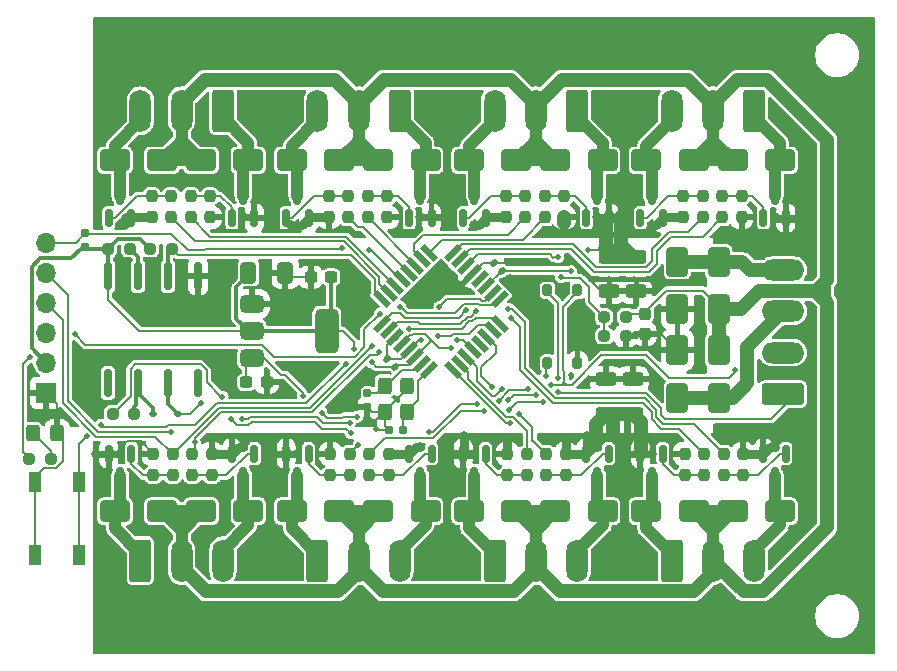
<source format=gbr>
%TF.GenerationSoftware,KiCad,Pcbnew,8.0.2*%
%TF.CreationDate,2024-11-10T11:06:32+01:00*%
%TF.ProjectId,solenoidDecoder,736f6c65-6e6f-4696-9444-65636f646572,rev?*%
%TF.SameCoordinates,Original*%
%TF.FileFunction,Copper,L1,Top*%
%TF.FilePolarity,Positive*%
%FSLAX46Y46*%
G04 Gerber Fmt 4.6, Leading zero omitted, Abs format (unit mm)*
G04 Created by KiCad (PCBNEW 8.0.2) date 2024-11-10 11:06:32*
%MOMM*%
%LPD*%
G01*
G04 APERTURE LIST*
G04 Aperture macros list*
%AMRoundRect*
0 Rectangle with rounded corners*
0 $1 Rounding radius*
0 $2 $3 $4 $5 $6 $7 $8 $9 X,Y pos of 4 corners*
0 Add a 4 corners polygon primitive as box body*
4,1,4,$2,$3,$4,$5,$6,$7,$8,$9,$2,$3,0*
0 Add four circle primitives for the rounded corners*
1,1,$1+$1,$2,$3*
1,1,$1+$1,$4,$5*
1,1,$1+$1,$6,$7*
1,1,$1+$1,$8,$9*
0 Add four rect primitives between the rounded corners*
20,1,$1+$1,$2,$3,$4,$5,0*
20,1,$1+$1,$4,$5,$6,$7,0*
20,1,$1+$1,$6,$7,$8,$9,0*
20,1,$1+$1,$8,$9,$2,$3,0*%
%AMRotRect*
0 Rectangle, with rotation*
0 The origin of the aperture is its center*
0 $1 length*
0 $2 width*
0 $3 Rotation angle, in degrees counterclockwise*
0 Add horizontal line*
21,1,$1,$2,0,0,$3*%
G04 Aperture macros list end*
%TA.AperFunction,SMDPad,CuDef*%
%ADD10RoundRect,0.250000X0.325000X0.450000X-0.325000X0.450000X-0.325000X-0.450000X0.325000X-0.450000X0*%
%TD*%
%TA.AperFunction,SMDPad,CuDef*%
%ADD11RoundRect,0.250000X0.625000X-0.312500X0.625000X0.312500X-0.625000X0.312500X-0.625000X-0.312500X0*%
%TD*%
%TA.AperFunction,SMDPad,CuDef*%
%ADD12RoundRect,0.237500X-0.237500X0.250000X-0.237500X-0.250000X0.237500X-0.250000X0.237500X0.250000X0*%
%TD*%
%TA.AperFunction,SMDPad,CuDef*%
%ADD13RoundRect,0.237500X0.237500X-0.250000X0.237500X0.250000X-0.237500X0.250000X-0.237500X-0.250000X0*%
%TD*%
%TA.AperFunction,SMDPad,CuDef*%
%ADD14RoundRect,0.250000X-1.000000X-0.650000X1.000000X-0.650000X1.000000X0.650000X-1.000000X0.650000X0*%
%TD*%
%TA.AperFunction,SMDPad,CuDef*%
%ADD15RoundRect,0.250000X-0.650000X1.000000X-0.650000X-1.000000X0.650000X-1.000000X0.650000X1.000000X0*%
%TD*%
%TA.AperFunction,SMDPad,CuDef*%
%ADD16RoundRect,0.150000X-0.150000X0.587500X-0.150000X-0.587500X0.150000X-0.587500X0.150000X0.587500X0*%
%TD*%
%TA.AperFunction,ComponentPad*%
%ADD17RoundRect,0.250000X1.550000X-0.650000X1.550000X0.650000X-1.550000X0.650000X-1.550000X-0.650000X0*%
%TD*%
%TA.AperFunction,ComponentPad*%
%ADD18O,3.600000X1.800000*%
%TD*%
%TA.AperFunction,SMDPad,CuDef*%
%ADD19RoundRect,0.300000X-0.300000X0.400000X-0.300000X-0.400000X0.300000X-0.400000X0.300000X0.400000X0*%
%TD*%
%TA.AperFunction,SMDPad,CuDef*%
%ADD20RoundRect,0.237500X0.250000X0.237500X-0.250000X0.237500X-0.250000X-0.237500X0.250000X-0.237500X0*%
%TD*%
%TA.AperFunction,SMDPad,CuDef*%
%ADD21RoundRect,0.150000X0.150000X-0.587500X0.150000X0.587500X-0.150000X0.587500X-0.150000X-0.587500X0*%
%TD*%
%TA.AperFunction,SMDPad,CuDef*%
%ADD22RoundRect,0.237500X-0.250000X-0.237500X0.250000X-0.237500X0.250000X0.237500X-0.250000X0.237500X0*%
%TD*%
%TA.AperFunction,SMDPad,CuDef*%
%ADD23RoundRect,0.250000X1.000000X0.650000X-1.000000X0.650000X-1.000000X-0.650000X1.000000X-0.650000X0*%
%TD*%
%TA.AperFunction,SMDPad,CuDef*%
%ADD24RoundRect,0.250000X-0.625000X0.312500X-0.625000X-0.312500X0.625000X-0.312500X0.625000X0.312500X0*%
%TD*%
%TA.AperFunction,ComponentPad*%
%ADD25RoundRect,0.250000X0.650000X1.550000X-0.650000X1.550000X-0.650000X-1.550000X0.650000X-1.550000X0*%
%TD*%
%TA.AperFunction,ComponentPad*%
%ADD26O,1.800000X3.600000*%
%TD*%
%TA.AperFunction,ComponentPad*%
%ADD27R,1.700000X1.700000*%
%TD*%
%TA.AperFunction,ComponentPad*%
%ADD28O,1.700000X1.700000*%
%TD*%
%TA.AperFunction,SMDPad,CuDef*%
%ADD29RoundRect,0.140000X0.219203X0.021213X0.021213X0.219203X-0.219203X-0.021213X-0.021213X-0.219203X0*%
%TD*%
%TA.AperFunction,SMDPad,CuDef*%
%ADD30RotRect,1.600000X0.550000X45.000000*%
%TD*%
%TA.AperFunction,SMDPad,CuDef*%
%ADD31RotRect,1.600000X0.550000X135.000000*%
%TD*%
%TA.AperFunction,ComponentPad*%
%ADD32RoundRect,0.250000X-0.650000X-1.550000X0.650000X-1.550000X0.650000X1.550000X-0.650000X1.550000X0*%
%TD*%
%TA.AperFunction,SMDPad,CuDef*%
%ADD33RoundRect,0.250000X-0.412500X-0.650000X0.412500X-0.650000X0.412500X0.650000X-0.412500X0.650000X0*%
%TD*%
%TA.AperFunction,SMDPad,CuDef*%
%ADD34RoundRect,0.250000X0.650000X-1.000000X0.650000X1.000000X-0.650000X1.000000X-0.650000X-1.000000X0*%
%TD*%
%TA.AperFunction,SMDPad,CuDef*%
%ADD35RoundRect,0.160000X0.160000X-0.197500X0.160000X0.197500X-0.160000X0.197500X-0.160000X-0.197500X0*%
%TD*%
%TA.AperFunction,SMDPad,CuDef*%
%ADD36RoundRect,0.237500X-0.237500X0.300000X-0.237500X-0.300000X0.237500X-0.300000X0.237500X0.300000X0*%
%TD*%
%TA.AperFunction,SMDPad,CuDef*%
%ADD37RoundRect,0.155000X-0.212500X-0.155000X0.212500X-0.155000X0.212500X0.155000X-0.212500X0.155000X0*%
%TD*%
%TA.AperFunction,SMDPad,CuDef*%
%ADD38RoundRect,0.375000X-0.625000X-0.375000X0.625000X-0.375000X0.625000X0.375000X-0.625000X0.375000X0*%
%TD*%
%TA.AperFunction,SMDPad,CuDef*%
%ADD39RoundRect,0.500000X-0.500000X-1.400000X0.500000X-1.400000X0.500000X1.400000X-0.500000X1.400000X0*%
%TD*%
%TA.AperFunction,SMDPad,CuDef*%
%ADD40RoundRect,0.237500X-0.300000X-0.237500X0.300000X-0.237500X0.300000X0.237500X-0.300000X0.237500X0*%
%TD*%
%TA.AperFunction,SMDPad,CuDef*%
%ADD41RoundRect,0.155000X0.155000X-0.212500X0.155000X0.212500X-0.155000X0.212500X-0.155000X-0.212500X0*%
%TD*%
%TA.AperFunction,SMDPad,CuDef*%
%ADD42RoundRect,0.237500X0.300000X0.237500X-0.300000X0.237500X-0.300000X-0.237500X0.300000X-0.237500X0*%
%TD*%
%TA.AperFunction,SMDPad,CuDef*%
%ADD43RoundRect,0.162500X0.162500X-1.012500X0.162500X1.012500X-0.162500X1.012500X-0.162500X-1.012500X0*%
%TD*%
%TA.AperFunction,SMDPad,CuDef*%
%ADD44RoundRect,0.200000X0.200000X-0.300000X0.200000X0.300000X-0.200000X0.300000X-0.200000X-0.300000X0*%
%TD*%
%TA.AperFunction,SMDPad,CuDef*%
%ADD45R,1.100000X1.800000*%
%TD*%
%TA.AperFunction,SMDPad,CuDef*%
%ADD46RoundRect,0.112500X-0.187500X-0.112500X0.187500X-0.112500X0.187500X0.112500X-0.187500X0.112500X0*%
%TD*%
%TA.AperFunction,ViaPad*%
%ADD47C,0.500000*%
%TD*%
%TA.AperFunction,ViaPad*%
%ADD48C,0.800000*%
%TD*%
%TA.AperFunction,Conductor*%
%ADD49C,0.200000*%
%TD*%
%TA.AperFunction,Conductor*%
%ADD50C,0.400000*%
%TD*%
%TA.AperFunction,Conductor*%
%ADD51C,0.300000*%
%TD*%
%TA.AperFunction,Conductor*%
%ADD52C,1.000000*%
%TD*%
%TA.AperFunction,Conductor*%
%ADD53C,1.200000*%
%TD*%
%TA.AperFunction,Conductor*%
%ADD54C,0.800000*%
%TD*%
%TA.AperFunction,Conductor*%
%ADD55C,0.600000*%
%TD*%
G04 APERTURE END LIST*
D10*
%TO.P,D4,1,K*%
%TO.N,GND*%
X91957000Y-65024000D03*
%TO.P,D4,2,A*%
%TO.N,Net-(D4-A)*%
X89907000Y-65024000D03*
%TD*%
D11*
%TO.P,R103,1*%
%TO.N,/GND2*%
X138422000Y-63357000D03*
%TO.P,R103,2*%
%TO.N,GND*%
X138422000Y-60432000D03*
%TD*%
D12*
%TO.P,R22,1*%
%TO.N,/uController/GPIO3*%
X133389000Y-66766000D03*
%TO.P,R22,2*%
%TO.N,Net-(Q22-G)*%
X133389000Y-68591000D03*
%TD*%
D13*
%TO.P,R71,1*%
%TO.N,/uController/GPIO14*%
X133262000Y-46751000D03*
%TO.P,R71,2*%
%TO.N,Net-(Q71-G)*%
X133262000Y-44926000D03*
%TD*%
D12*
%TO.P,R41,1*%
%TO.N,/uController/GPIO8*%
X101738000Y-66766000D03*
%TO.P,R41,2*%
%TO.N,Net-(Q41-G)*%
X101738000Y-68591000D03*
%TD*%
D14*
%TO.P,D81,1,K*%
%TO.N,/POWER/Vcoils*%
X149151000Y-41901500D03*
%TO.P,D81,2,A*%
%TO.N,Net-(D81-A)*%
X153151000Y-41901500D03*
%TD*%
D15*
%TO.P,D501,1,K*%
%TO.N,/POWER/Vin1*%
X144483500Y-50500000D03*
%TO.P,D501,2,A*%
%TO.N,GND*%
X144483500Y-54500000D03*
%TD*%
D16*
%TO.P,Q42,1,G*%
%TO.N,Net-(Q42-G)*%
X108657000Y-66741000D03*
%TO.P,Q42,2,S*%
%TO.N,/GND2*%
X106757000Y-66741000D03*
%TO.P,Q42,3,D*%
%TO.N,Net-(D42-A)*%
X107707000Y-68616000D03*
%TD*%
D17*
%TO.P,J62,1,Pin_1*%
%TO.N,/DCC/DCC_B*%
X153404500Y-61710000D03*
D18*
%TO.P,J62,2,Pin_2*%
%TO.N,/DCC/DCC_A*%
X153404500Y-58210000D03*
%TO.P,J62,3,Pin_3*%
%TO.N,/POWER/Vin2*%
X153404500Y-54710000D03*
%TO.P,J62,4,Pin_4*%
%TO.N,/POWER/Vin1*%
X153404500Y-51210000D03*
%TD*%
D19*
%TO.P,Y1,1,1*%
%TO.N,/uController/X1*%
X119692000Y-60987000D03*
%TO.P,Y1,2,GND*%
%TO.N,GND*%
X119692000Y-63187000D03*
%TO.P,Y1,3,3*%
%TO.N,/uController/X2*%
X121592000Y-63187000D03*
%TO.P,Y1,4,GND*%
%TO.N,GND*%
X121592000Y-60987000D03*
%TD*%
D16*
%TO.P,Q21,1,G*%
%TO.N,Net-(Q21-G)*%
X128243000Y-66741000D03*
%TO.P,Q21,2,S*%
%TO.N,/GND2*%
X126343000Y-66741000D03*
%TO.P,Q21,3,D*%
%TO.N,Net-(D21-A)*%
X127293000Y-68616000D03*
%TD*%
D13*
%TO.P,R81,1*%
%TO.N,/uController/GPIO16*%
X148262000Y-46751000D03*
%TO.P,R81,2*%
%TO.N,Net-(Q81-G)*%
X148262000Y-44926000D03*
%TD*%
D12*
%TO.P,R21,1*%
%TO.N,/uController/GPIO4*%
X131738000Y-66766000D03*
%TO.P,R21,2*%
%TO.N,Net-(Q21-G)*%
X131738000Y-68591000D03*
%TD*%
D14*
%TO.P,D61,1,K*%
%TO.N,/POWER/Vcoils*%
X119151000Y-41901500D03*
%TO.P,D61,2,A*%
%TO.N,Net-(D61-A)*%
X123151000Y-41901500D03*
%TD*%
D11*
%TO.P,R104,1*%
%TO.N,/GND2*%
X140708000Y-63357000D03*
%TO.P,R104,2*%
%TO.N,GND*%
X140708000Y-60432000D03*
%TD*%
D20*
%TO.P,R501,1*%
%TO.N,/POWER/Vcoils*%
X140104500Y-55148000D03*
%TO.P,R501,2*%
%TO.N,/POWER/coilVoltage*%
X138279500Y-55148000D03*
%TD*%
D21*
%TO.P,Q71,1,G*%
%TO.N,Net-(Q71-G)*%
X136757000Y-46776000D03*
%TO.P,Q71,2,S*%
%TO.N,/GND2*%
X138657000Y-46776000D03*
%TO.P,Q71,3,D*%
%TO.N,Net-(D71-A)*%
X137707000Y-44901000D03*
%TD*%
D22*
%TO.P,R3,1*%
%TO.N,+5V*%
X96279500Y-49411000D03*
%TO.P,R3,2*%
%TO.N,Net-(U3-EN)*%
X98104500Y-49411000D03*
%TD*%
D23*
%TO.P,D31,1,K*%
%TO.N,/POWER/Vcoils*%
X115849000Y-71615500D03*
%TO.P,D31,2,A*%
%TO.N,Net-(D31-A)*%
X111849000Y-71615500D03*
%TD*%
D13*
%TO.P,R63,1*%
%TO.N,/GND2*%
X119913000Y-46751000D03*
%TO.P,R63,2*%
%TO.N,Net-(Q61-G)*%
X119913000Y-44926000D03*
%TD*%
D12*
%TO.P,R42,1*%
%TO.N,/uController/GPIO7*%
X103389000Y-66766000D03*
%TO.P,R42,2*%
%TO.N,Net-(Q42-G)*%
X103389000Y-68591000D03*
%TD*%
D14*
%TO.P,D22,1,K*%
%TO.N,/POWER/Vcoils*%
X134151000Y-71615500D03*
%TO.P,D22,2,A*%
%TO.N,Net-(D22-A)*%
X138151000Y-71615500D03*
%TD*%
D23*
%TO.P,D82,1,K*%
%TO.N,/POWER/Vcoils*%
X145849000Y-41901500D03*
%TO.P,D82,2,A*%
%TO.N,Net-(D82-A)*%
X141849000Y-41901500D03*
%TD*%
D12*
%TO.P,R11,1*%
%TO.N,/uController/GPIO2*%
X146738000Y-66766000D03*
%TO.P,R11,2*%
%TO.N,Net-(Q11-G)*%
X146738000Y-68591000D03*
%TD*%
D24*
%TO.P,R101,1*%
%TO.N,/GND2*%
X140970000Y-50083500D03*
%TO.P,R101,2*%
%TO.N,GND*%
X140970000Y-53008500D03*
%TD*%
D23*
%TO.P,D11,1,K*%
%TO.N,/POWER/Vcoils*%
X145849000Y-71615500D03*
%TO.P,D11,2,A*%
%TO.N,Net-(D11-A)*%
X141849000Y-71615500D03*
%TD*%
D22*
%TO.P,R5,1*%
%TO.N,/DCC/DCC_A*%
X96660500Y-63381000D03*
%TO.P,R5,2*%
%TO.N,Net-(D1-K)*%
X98485500Y-63381000D03*
%TD*%
D25*
%TO.P,J61,1,Pin_1*%
%TO.N,Net-(D61-A)*%
X121000000Y-37710500D03*
D26*
%TO.P,J61,2,Pin_2*%
%TO.N,/POWER/Vcoils*%
X117500000Y-37710500D03*
%TO.P,J61,3,Pin_3*%
%TO.N,Net-(D62-A)*%
X114000000Y-37710500D03*
%TD*%
D22*
%TO.P,R4,1*%
%TO.N,+5V*%
X99835500Y-49411000D03*
%TO.P,R4,2*%
%TO.N,/DCC/DCC_TTL*%
X101660500Y-49411000D03*
%TD*%
D23*
%TO.P,D72,1,K*%
%TO.N,/POWER/Vcoils*%
X130849000Y-41901500D03*
%TO.P,D72,2,A*%
%TO.N,Net-(D72-A)*%
X126849000Y-41901500D03*
%TD*%
D15*
%TO.P,D503,1,K*%
%TO.N,/POWER/Vcoils*%
X147983500Y-58000000D03*
%TO.P,D503,2,A*%
%TO.N,/POWER/Vin2*%
X147983500Y-62000000D03*
%TD*%
D12*
%TO.P,R24,1*%
%TO.N,/GND2*%
X135040000Y-66766000D03*
%TO.P,R24,2*%
%TO.N,Net-(Q22-G)*%
X135040000Y-68591000D03*
%TD*%
D14*
%TO.P,D51,1,K*%
%TO.N,/POWER/Vcoils*%
X104151000Y-41901500D03*
%TO.P,D51,2,A*%
%TO.N,Net-(D51-A)*%
X108151000Y-41901500D03*
%TD*%
D27*
%TO.P,J3,1,Pin_1*%
%TO.N,GND*%
X91000000Y-61580000D03*
D28*
%TO.P,J3,2,Pin_2*%
%TO.N,+5V*%
X91000000Y-59040000D03*
%TO.P,J3,3,Pin_3*%
%TO.N,/uController/LED*%
X91000000Y-56500000D03*
%TO.P,J3,4,Pin_4*%
%TO.N,/uController/GPIO8*%
X91000000Y-53960000D03*
%TO.P,J3,5,Pin_5*%
%TO.N,/uController/GPIO7*%
X91000000Y-51420000D03*
%TO.P,J3,6,Pin_6*%
%TO.N,/uController/RESET*%
X91000000Y-48880000D03*
%TD*%
D13*
%TO.P,R83,1*%
%TO.N,/GND2*%
X149913000Y-46751000D03*
%TO.P,R83,2*%
%TO.N,Net-(Q81-G)*%
X149913000Y-44926000D03*
%TD*%
D16*
%TO.P,Q41,1,G*%
%TO.N,Net-(Q41-G)*%
X98243000Y-66741000D03*
%TO.P,Q41,2,S*%
%TO.N,/GND2*%
X96343000Y-66741000D03*
%TO.P,Q41,3,D*%
%TO.N,Net-(D41-A)*%
X97293000Y-68616000D03*
%TD*%
D21*
%TO.P,Q81,1,G*%
%TO.N,Net-(Q81-G)*%
X151757000Y-46776000D03*
%TO.P,Q81,2,S*%
%TO.N,/GND2*%
X153657000Y-46776000D03*
%TO.P,Q81,3,D*%
%TO.N,Net-(D81-A)*%
X152707000Y-44901000D03*
%TD*%
D12*
%TO.P,R14,1*%
%TO.N,/GND2*%
X150040000Y-66766000D03*
%TO.P,R14,2*%
%TO.N,Net-(Q12-G)*%
X150040000Y-68591000D03*
%TD*%
D29*
%TO.P,C101,1*%
%TO.N,/GND2*%
X129617411Y-51250411D03*
%TO.P,C101,2*%
%TO.N,GND*%
X128938589Y-50571589D03*
%TD*%
D13*
%TO.P,R53,1*%
%TO.N,/GND2*%
X104913000Y-46751000D03*
%TO.P,R53,2*%
%TO.N,Net-(Q51-G)*%
X104913000Y-44926000D03*
%TD*%
D30*
%TO.P,U1,1,PD3*%
%TO.N,/uController/GPIO2*%
X119466897Y-55746305D03*
%TO.P,U1,2,PD4*%
%TO.N,/uController/GPIO1*%
X120032583Y-56311990D03*
%TO.P,U1,3,GND*%
%TO.N,GND*%
X120598268Y-56877676D03*
%TO.P,U1,4,VCC*%
%TO.N,+5V*%
X121163953Y-57443361D03*
%TO.P,U1,5,GND*%
%TO.N,GND*%
X121729639Y-58009047D03*
%TO.P,U1,6,VCC*%
%TO.N,+5V*%
X122295324Y-58574732D03*
%TO.P,U1,7,XTAL1/PB6*%
%TO.N,/uController/X1*%
X122861010Y-59140417D03*
%TO.P,U1,8,XTAL2/PB7*%
%TO.N,/uController/X2*%
X123426695Y-59706103D03*
D31*
%TO.P,U1,9,PD5*%
%TO.N,/uController/GPIO3*%
X125477305Y-59706103D03*
%TO.P,U1,10,PD6*%
%TO.N,/uController/GPIO4*%
X126042990Y-59140417D03*
%TO.P,U1,11,PD7*%
%TO.N,/uController/GPIO5*%
X126608676Y-58574732D03*
%TO.P,U1,12,PB0*%
%TO.N,Net-(SW1-A)*%
X127174361Y-58009047D03*
%TO.P,U1,13,PB1*%
%TO.N,unconnected-(U1-PB1-Pad13)*%
X127740047Y-57443361D03*
%TO.P,U1,14,PB2*%
%TO.N,/uController/GPIO6*%
X128305732Y-56877676D03*
%TO.P,U1,15,PB3*%
%TO.N,/uController/GPIO7*%
X128871417Y-56311990D03*
%TO.P,U1,16,PB4*%
%TO.N,/uController/GPIO8*%
X129437103Y-55746305D03*
D30*
%TO.P,U1,17,PB5*%
%TO.N,/uController/LED*%
X129437103Y-53695695D03*
%TO.P,U1,18,AVCC*%
%TO.N,+5V*%
X128871417Y-53130010D03*
%TO.P,U1,19,ADC6*%
%TO.N,/GND2*%
X128305732Y-52564324D03*
%TO.P,U1,20,AREF*%
%TO.N,unconnected-(U1-AREF-Pad20)*%
X127740047Y-51998639D03*
%TO.P,U1,21,GND*%
%TO.N,GND*%
X127174361Y-51432953D03*
%TO.P,U1,22,ADC7*%
%TO.N,/POWER/coilVoltage*%
X126608676Y-50867268D03*
%TO.P,U1,23,PC0*%
%TO.N,/uController/GPIO16*%
X126042990Y-50301583D03*
%TO.P,U1,24,PC1*%
%TO.N,/uController/GPIO15*%
X125477305Y-49735897D03*
D31*
%TO.P,U1,25,PC2*%
%TO.N,/uController/GPIO14*%
X123426695Y-49735897D03*
%TO.P,U1,26,PC3*%
%TO.N,/uController/GPIO13*%
X122861010Y-50301583D03*
%TO.P,U1,27,PC4*%
%TO.N,/uController/GPIO12*%
X122295324Y-50867268D03*
%TO.P,U1,28,PC5*%
%TO.N,/uController/GPIO11*%
X121729639Y-51432953D03*
%TO.P,U1,29,~{RESET}/PC6*%
%TO.N,/uController/RESET*%
X121163953Y-51998639D03*
%TO.P,U1,30,PD0*%
%TO.N,/uController/GPIO10*%
X120598268Y-52564324D03*
%TO.P,U1,31,PD1*%
%TO.N,/uController/GPIO9*%
X120032583Y-53130010D03*
%TO.P,U1,32,PD2*%
%TO.N,/DCC/DCC_TTL*%
X119466897Y-53695695D03*
%TD*%
D23*
%TO.P,D41,1,K*%
%TO.N,/POWER/Vcoils*%
X100849000Y-71615500D03*
%TO.P,D41,2,A*%
%TO.N,Net-(D41-A)*%
X96849000Y-71615500D03*
%TD*%
D32*
%TO.P,J21,1,Pin_1*%
%TO.N,Net-(D21-A)*%
X129000000Y-75806500D03*
D26*
%TO.P,J21,2,Pin_2*%
%TO.N,/POWER/Vcoils*%
X132500000Y-75806500D03*
%TO.P,J21,3,Pin_3*%
%TO.N,Net-(D22-A)*%
X136000000Y-75806500D03*
%TD*%
D12*
%TO.P,R43,1*%
%TO.N,/GND2*%
X100087000Y-66766000D03*
%TO.P,R43,2*%
%TO.N,Net-(Q41-G)*%
X100087000Y-68591000D03*
%TD*%
%TO.P,R13,1*%
%TO.N,/GND2*%
X145087000Y-66766000D03*
%TO.P,R13,2*%
%TO.N,Net-(Q11-G)*%
X145087000Y-68591000D03*
%TD*%
%TO.P,R32,1*%
%TO.N,/uController/GPIO5*%
X118389000Y-66766000D03*
%TO.P,R32,2*%
%TO.N,Net-(Q32-G)*%
X118389000Y-68591000D03*
%TD*%
D33*
%TO.P,C303,1*%
%TO.N,+5V*%
X108157500Y-51419000D03*
%TO.P,C303,2*%
%TO.N,GND*%
X111282500Y-51419000D03*
%TD*%
D22*
%TO.P,R6,1*%
%TO.N,/uController/LED*%
X89587500Y-67183000D03*
%TO.P,R6,2*%
%TO.N,Net-(D4-A)*%
X91412500Y-67183000D03*
%TD*%
D12*
%TO.P,R23,1*%
%TO.N,/GND2*%
X130087000Y-66766000D03*
%TO.P,R23,2*%
%TO.N,Net-(Q21-G)*%
X130087000Y-68591000D03*
%TD*%
D13*
%TO.P,R52,1*%
%TO.N,/uController/GPIO9*%
X101611000Y-46751000D03*
%TO.P,R52,2*%
%TO.N,Net-(Q52-G)*%
X101611000Y-44926000D03*
%TD*%
D34*
%TO.P,D504,1,K*%
%TO.N,/POWER/Vcoils*%
X147983500Y-54500000D03*
%TO.P,D504,2,A*%
%TO.N,/POWER/Vin1*%
X147983500Y-50500000D03*
%TD*%
D13*
%TO.P,R74,1*%
%TO.N,/GND2*%
X129960000Y-46751000D03*
%TO.P,R74,2*%
%TO.N,Net-(Q72-G)*%
X129960000Y-44926000D03*
%TD*%
D12*
%TO.P,R44,1*%
%TO.N,/GND2*%
X105040000Y-66766000D03*
%TO.P,R44,2*%
%TO.N,Net-(Q42-G)*%
X105040000Y-68591000D03*
%TD*%
D32*
%TO.P,J11,1,Pin_1*%
%TO.N,Net-(D11-A)*%
X144000000Y-75806500D03*
D26*
%TO.P,J11,2,Pin_2*%
%TO.N,/POWER/Vcoils*%
X147500000Y-75806500D03*
%TO.P,J11,3,Pin_3*%
%TO.N,Net-(D12-A)*%
X151000000Y-75806500D03*
%TD*%
D13*
%TO.P,R84,1*%
%TO.N,/GND2*%
X144960000Y-46751000D03*
%TO.P,R84,2*%
%TO.N,Net-(Q82-G)*%
X144960000Y-44926000D03*
%TD*%
%TO.P,R54,1*%
%TO.N,/GND2*%
X99960000Y-46751000D03*
%TO.P,R54,2*%
%TO.N,Net-(Q52-G)*%
X99960000Y-44926000D03*
%TD*%
%TO.P,R64,1*%
%TO.N,/GND2*%
X114960000Y-46751000D03*
%TO.P,R64,2*%
%TO.N,Net-(Q62-G)*%
X114960000Y-44926000D03*
%TD*%
D21*
%TO.P,Q61,1,G*%
%TO.N,Net-(Q61-G)*%
X121757000Y-46776000D03*
%TO.P,Q61,2,S*%
%TO.N,/GND2*%
X123657000Y-46776000D03*
%TO.P,Q61,3,D*%
%TO.N,Net-(D61-A)*%
X122707000Y-44901000D03*
%TD*%
D35*
%TO.P,R2,1*%
%TO.N,+5V*%
X94361000Y-49238500D03*
%TO.P,R2,2*%
%TO.N,/uController/RESET*%
X94361000Y-48043500D03*
%TD*%
D36*
%TO.P,C501,1*%
%TO.N,/POWER/Vcoils*%
X141732000Y-54890500D03*
%TO.P,C501,2*%
%TO.N,GND*%
X141732000Y-56615500D03*
%TD*%
D24*
%TO.P,R102,1*%
%TO.N,/GND2*%
X138684000Y-50083500D03*
%TO.P,R102,2*%
%TO.N,GND*%
X138684000Y-53008500D03*
%TD*%
D21*
%TO.P,Q72,1,G*%
%TO.N,Net-(Q72-G)*%
X126343000Y-46776000D03*
%TO.P,Q72,2,S*%
%TO.N,/GND2*%
X128243000Y-46776000D03*
%TO.P,Q72,3,D*%
%TO.N,Net-(D72-A)*%
X127293000Y-44901000D03*
%TD*%
%TO.P,Q52,1,G*%
%TO.N,Net-(Q52-G)*%
X96343000Y-46776000D03*
%TO.P,Q52,2,S*%
%TO.N,/GND2*%
X98243000Y-46776000D03*
%TO.P,Q52,3,D*%
%TO.N,Net-(D52-A)*%
X97293000Y-44901000D03*
%TD*%
D16*
%TO.P,Q11,1,G*%
%TO.N,Net-(Q11-G)*%
X143243000Y-66741000D03*
%TO.P,Q11,2,S*%
%TO.N,/GND2*%
X141343000Y-66741000D03*
%TO.P,Q11,3,D*%
%TO.N,Net-(D11-A)*%
X142293000Y-68616000D03*
%TD*%
D23*
%TO.P,D62,1,K*%
%TO.N,/POWER/Vcoils*%
X115849000Y-41901500D03*
%TO.P,D62,2,A*%
%TO.N,Net-(D62-A)*%
X111849000Y-41901500D03*
%TD*%
D32*
%TO.P,J41,1,Pin_1*%
%TO.N,Net-(D41-A)*%
X99000000Y-75806500D03*
D26*
%TO.P,J41,2,Pin_2*%
%TO.N,/POWER/Vcoils*%
X102500000Y-75806500D03*
%TO.P,J41,3,Pin_3*%
%TO.N,Net-(D42-A)*%
X106000000Y-75806500D03*
%TD*%
D13*
%TO.P,R82,1*%
%TO.N,/uController/GPIO15*%
X146611000Y-46751000D03*
%TO.P,R82,2*%
%TO.N,Net-(Q82-G)*%
X146611000Y-44926000D03*
%TD*%
%TO.P,R62,1*%
%TO.N,/uController/GPIO11*%
X116611000Y-46751000D03*
%TO.P,R62,2*%
%TO.N,Net-(Q62-G)*%
X116611000Y-44926000D03*
%TD*%
D16*
%TO.P,Q12,1,G*%
%TO.N,Net-(Q12-G)*%
X153657000Y-66741000D03*
%TO.P,Q12,2,S*%
%TO.N,/GND2*%
X151757000Y-66741000D03*
%TO.P,Q12,3,D*%
%TO.N,Net-(D12-A)*%
X152707000Y-68616000D03*
%TD*%
D14*
%TO.P,D32,1,K*%
%TO.N,/POWER/Vcoils*%
X119151000Y-71615500D03*
%TO.P,D32,2,A*%
%TO.N,Net-(D32-A)*%
X123151000Y-71615500D03*
%TD*%
D13*
%TO.P,R72,1*%
%TO.N,/uController/GPIO13*%
X131611000Y-46751000D03*
%TO.P,R72,2*%
%TO.N,Net-(Q72-G)*%
X131611000Y-44926000D03*
%TD*%
D21*
%TO.P,Q51,1,G*%
%TO.N,Net-(Q51-G)*%
X106757000Y-46776000D03*
%TO.P,Q51,2,S*%
%TO.N,/GND2*%
X108657000Y-46776000D03*
%TO.P,Q51,3,D*%
%TO.N,Net-(D51-A)*%
X107707000Y-44901000D03*
%TD*%
D25*
%TO.P,J81,1,Pin_1*%
%TO.N,Net-(D81-A)*%
X151000000Y-37710500D03*
D26*
%TO.P,J81,2,Pin_2*%
%TO.N,/POWER/Vcoils*%
X147500000Y-37710500D03*
%TO.P,J81,3,Pin_3*%
%TO.N,Net-(D82-A)*%
X144000000Y-37710500D03*
%TD*%
D23*
%TO.P,D21,1,K*%
%TO.N,/POWER/Vcoils*%
X130849000Y-71615500D03*
%TO.P,D21,2,A*%
%TO.N,Net-(D21-A)*%
X126849000Y-71615500D03*
%TD*%
D22*
%TO.P,R502,1*%
%TO.N,/POWER/coilVoltage*%
X138279500Y-56769000D03*
%TO.P,R502,2*%
%TO.N,GND*%
X140104500Y-56769000D03*
%TD*%
D21*
%TO.P,Q82,1,G*%
%TO.N,Net-(Q82-G)*%
X141343000Y-46776000D03*
%TO.P,Q82,2,S*%
%TO.N,/GND2*%
X143243000Y-46776000D03*
%TO.P,Q82,3,D*%
%TO.N,Net-(D82-A)*%
X142293000Y-44901000D03*
%TD*%
D13*
%TO.P,R51,1*%
%TO.N,/uController/GPIO10*%
X103262000Y-46751000D03*
%TO.P,R51,2*%
%TO.N,Net-(Q51-G)*%
X103262000Y-44926000D03*
%TD*%
D12*
%TO.P,R34,1*%
%TO.N,/GND2*%
X120040000Y-66766000D03*
%TO.P,R34,2*%
%TO.N,Net-(Q32-G)*%
X120040000Y-68591000D03*
%TD*%
D37*
%TO.P,C2,1*%
%TO.N,GND*%
X120074500Y-64754000D03*
%TO.P,C2,2*%
%TO.N,/uController/X2*%
X121209500Y-64754000D03*
%TD*%
D21*
%TO.P,Q62,1,G*%
%TO.N,Net-(Q62-G)*%
X111343000Y-46776000D03*
%TO.P,Q62,2,S*%
%TO.N,/GND2*%
X113243000Y-46776000D03*
%TO.P,Q62,3,D*%
%TO.N,Net-(D62-A)*%
X112293000Y-44901000D03*
%TD*%
D38*
%TO.P,U301,1,GND*%
%TO.N,GND*%
X108475000Y-54072000D03*
%TO.P,U301,2,VO*%
%TO.N,+5V*%
X108475000Y-56372000D03*
D39*
X114775000Y-56372000D03*
D38*
%TO.P,U301,3,VI*%
%TO.N,Net-(D301-+)*%
X108475000Y-58672000D03*
%TD*%
D16*
%TO.P,Q32,1,G*%
%TO.N,Net-(Q32-G)*%
X123657000Y-66741000D03*
%TO.P,Q32,2,S*%
%TO.N,/GND2*%
X121757000Y-66741000D03*
%TO.P,Q32,3,D*%
%TO.N,Net-(D32-A)*%
X122707000Y-68616000D03*
%TD*%
D12*
%TO.P,R12,1*%
%TO.N,/uController/GPIO1*%
X148389000Y-66766000D03*
%TO.P,R12,2*%
%TO.N,Net-(Q12-G)*%
X148389000Y-68591000D03*
%TD*%
D40*
%TO.P,C301,1*%
%TO.N,Net-(D301-+)*%
X107968500Y-60690000D03*
%TO.P,C301,2*%
%TO.N,GND*%
X109693500Y-60690000D03*
%TD*%
D23*
%TO.P,D52,1,K*%
%TO.N,/POWER/Vcoils*%
X100849000Y-41901500D03*
%TO.P,D52,2,A*%
%TO.N,Net-(D52-A)*%
X96849000Y-41901500D03*
%TD*%
D14*
%TO.P,D71,1,K*%
%TO.N,/POWER/Vcoils*%
X134151000Y-41901500D03*
%TO.P,D71,2,A*%
%TO.N,Net-(D71-A)*%
X138151000Y-41901500D03*
%TD*%
D41*
%TO.P,C1,1*%
%TO.N,GND*%
X118229000Y-62781500D03*
%TO.P,C1,2*%
%TO.N,/uController/X1*%
X118229000Y-61646500D03*
%TD*%
D42*
%TO.P,C302,1*%
%TO.N,+5V*%
X115154500Y-51800000D03*
%TO.P,C302,2*%
%TO.N,GND*%
X113429500Y-51800000D03*
%TD*%
D14*
%TO.P,D12,1,K*%
%TO.N,/POWER/Vcoils*%
X149151000Y-71615500D03*
%TO.P,D12,2,A*%
%TO.N,Net-(D12-A)*%
X153151000Y-71615500D03*
%TD*%
D25*
%TO.P,J71,1,Pin_1*%
%TO.N,Net-(D71-A)*%
X136000000Y-37710500D03*
D26*
%TO.P,J71,2,Pin_2*%
%TO.N,/POWER/Vcoils*%
X132500000Y-37710500D03*
%TO.P,J71,3,Pin_3*%
%TO.N,Net-(D72-A)*%
X129000000Y-37710500D03*
%TD*%
D43*
%TO.P,U3,1,NC*%
%TO.N,unconnected-(U3-NC-Pad1)*%
X96258000Y-60770000D03*
%TO.P,U3,2,A*%
%TO.N,Net-(D1-K)*%
X98798000Y-60770000D03*
%TO.P,U3,3,C*%
%TO.N,/DCC/DCC_B*%
X101338000Y-60770000D03*
%TO.P,U3,4*%
%TO.N,N/C*%
X103878000Y-60770000D03*
%TO.P,U3,5,GND*%
%TO.N,GND*%
X103878000Y-51720000D03*
%TO.P,U3,6,VO*%
%TO.N,/DCC/DCC_TTL*%
X101338000Y-51720000D03*
%TO.P,U3,7,EN*%
%TO.N,Net-(U3-EN)*%
X98798000Y-51720000D03*
%TO.P,U3,8,VCC*%
%TO.N,+5V*%
X96258000Y-51720000D03*
%TD*%
D44*
%TO.P,D301,1,+*%
%TO.N,Net-(D301-+)*%
X133477000Y-59082000D03*
%TO.P,D301,2,-*%
%TO.N,GND*%
X136017000Y-59082000D03*
%TO.P,D301,3*%
%TO.N,/DCC/DCC_A*%
X136017000Y-52932000D03*
%TO.P,D301,4*%
%TO.N,/DCC/DCC_B*%
X133477000Y-52932000D03*
%TD*%
D16*
%TO.P,Q22,1,G*%
%TO.N,Net-(Q22-G)*%
X138657000Y-66741000D03*
%TO.P,Q22,2,S*%
%TO.N,/GND2*%
X136757000Y-66741000D03*
%TO.P,Q22,3,D*%
%TO.N,Net-(D22-A)*%
X137707000Y-68616000D03*
%TD*%
D29*
%TO.P,C3,1*%
%TO.N,+5V*%
X120600411Y-59378411D03*
%TO.P,C3,2*%
%TO.N,GND*%
X119921589Y-58699589D03*
%TD*%
D25*
%TO.P,J51,1,Pin_1*%
%TO.N,Net-(D51-A)*%
X106000000Y-37710500D03*
D26*
%TO.P,J51,2,Pin_2*%
%TO.N,/POWER/Vcoils*%
X102500000Y-37710500D03*
%TO.P,J51,3,Pin_3*%
%TO.N,Net-(D52-A)*%
X99000000Y-37710500D03*
%TD*%
D13*
%TO.P,R61,1*%
%TO.N,/uController/GPIO12*%
X118262000Y-46751000D03*
%TO.P,R61,2*%
%TO.N,Net-(Q61-G)*%
X118262000Y-44926000D03*
%TD*%
D32*
%TO.P,J31,1,Pin_1*%
%TO.N,Net-(D31-A)*%
X114000000Y-75806500D03*
D26*
%TO.P,J31,2,Pin_2*%
%TO.N,/POWER/Vcoils*%
X117500000Y-75806500D03*
%TO.P,J31,3,Pin_3*%
%TO.N,Net-(D32-A)*%
X121000000Y-75806500D03*
%TD*%
D45*
%TO.P,SW1,1,A*%
%TO.N,Net-(SW1-A)*%
X93798000Y-69163000D03*
X93798000Y-75363000D03*
%TO.P,SW1,2,B*%
%TO.N,GND*%
X90098000Y-69163000D03*
X90098000Y-75363000D03*
%TD*%
D46*
%TO.P,D1,1,K*%
%TO.N,Net-(D1-K)*%
X100079000Y-63381000D03*
%TO.P,D1,2,A*%
%TO.N,/DCC/DCC_B*%
X102179000Y-63381000D03*
%TD*%
D13*
%TO.P,R73,1*%
%TO.N,/GND2*%
X134913000Y-46751000D03*
%TO.P,R73,2*%
%TO.N,Net-(Q71-G)*%
X134913000Y-44926000D03*
%TD*%
D12*
%TO.P,R31,1*%
%TO.N,/uController/GPIO6*%
X116738000Y-66766000D03*
%TO.P,R31,2*%
%TO.N,Net-(Q31-G)*%
X116738000Y-68591000D03*
%TD*%
D34*
%TO.P,D502,1,K*%
%TO.N,/POWER/Vin2*%
X144483500Y-62000000D03*
%TO.P,D502,2,A*%
%TO.N,GND*%
X144483500Y-58000000D03*
%TD*%
D14*
%TO.P,D42,1,K*%
%TO.N,/POWER/Vcoils*%
X104151000Y-71615500D03*
%TO.P,D42,2,A*%
%TO.N,Net-(D42-A)*%
X108151000Y-71615500D03*
%TD*%
D12*
%TO.P,R33,1*%
%TO.N,/GND2*%
X115087000Y-66766000D03*
%TO.P,R33,2*%
%TO.N,Net-(Q31-G)*%
X115087000Y-68591000D03*
%TD*%
D16*
%TO.P,Q31,1,G*%
%TO.N,Net-(Q31-G)*%
X113243000Y-66741000D03*
%TO.P,Q31,2,S*%
%TO.N,/GND2*%
X111343000Y-66741000D03*
%TO.P,Q31,3,D*%
%TO.N,Net-(D31-A)*%
X112293000Y-68616000D03*
%TD*%
D47*
%TO.N,GND*%
X110998000Y-61849000D03*
X132588000Y-57785000D03*
X111125000Y-60706000D03*
X142875000Y-54610000D03*
X108712000Y-61722000D03*
X118364000Y-54102000D03*
X136779000Y-60833000D03*
X123317000Y-53975000D03*
X113284000Y-61214000D03*
X142494000Y-51816000D03*
X142494000Y-60452000D03*
X113665000Y-53594000D03*
X120777000Y-62103000D03*
X126111000Y-52578000D03*
X97409000Y-50419000D03*
X118999000Y-64643000D03*
X118237000Y-59944000D03*
X109601000Y-52070000D03*
X121666000Y-53594000D03*
X116967000Y-60960000D03*
X140843000Y-51943000D03*
X106426000Y-51435000D03*
X116459000Y-53721000D03*
X106299000Y-59817000D03*
X139573000Y-59055000D03*
X122809000Y-57150000D03*
X135382000Y-57912000D03*
X115570000Y-62611000D03*
X116332000Y-50927000D03*
X110490000Y-55499000D03*
X113538000Y-50673000D03*
X132334000Y-52070000D03*
X142367000Y-52959000D03*
X142748000Y-61468000D03*
X117348000Y-62738000D03*
X136779000Y-58039000D03*
X130048000Y-50419000D03*
X101981000Y-55245000D03*
X110617000Y-53467000D03*
X118237000Y-63881000D03*
X146177000Y-52197000D03*
X130302000Y-51816000D03*
X112522000Y-53213000D03*
X143002000Y-56007000D03*
X146304000Y-56261000D03*
X115062000Y-59309000D03*
X141732000Y-57785000D03*
X138684000Y-54229000D03*
X140843000Y-54229000D03*
X135255000Y-50419000D03*
X135509000Y-60071000D03*
X132207000Y-54610000D03*
X103886000Y-54229000D03*
X90805000Y-63500000D03*
X146304000Y-58039000D03*
X102489000Y-51816000D03*
X98171000Y-53975000D03*
X116840000Y-55753000D03*
X146304000Y-54483000D03*
X112522000Y-55245000D03*
X124460000Y-50927000D03*
X109601000Y-50673000D03*
X138684000Y-51943000D03*
X140716000Y-59055000D03*
X138430000Y-59055000D03*
%TO.N,+5V*%
X125349000Y-57785000D03*
X124333000Y-54295000D03*
X117073753Y-57858742D03*
X118591252Y-59028252D03*
%TO.N,/DCC/DCC_B*%
X130204353Y-63087622D03*
X104125405Y-62469405D03*
X134366000Y-61507000D03*
X106680000Y-63815000D03*
X134366000Y-60325000D03*
X133088091Y-62364909D03*
X116840000Y-65024000D03*
%TO.N,/DCC/DCC_A*%
X105959589Y-61915000D03*
X132516591Y-61793409D03*
X133789447Y-60944942D03*
X116728257Y-64163416D03*
X149352000Y-59690000D03*
X130175000Y-62230000D03*
X107635000Y-63815000D03*
%TO.N,/uController/RESET*%
X118352881Y-49541119D03*
X116051441Y-49361000D03*
%TO.N,/uController/LED*%
X119289664Y-54898231D03*
X121031000Y-54314000D03*
X93472000Y-56642000D03*
X89660235Y-58548765D03*
%TO.N,Net-(SW1-A)*%
X125857000Y-57145000D03*
X116376183Y-59122000D03*
X95637252Y-64321748D03*
X94480091Y-65285909D03*
%TO.N,/uController/GPIO6*%
X123444000Y-64904500D03*
X127508000Y-62582213D03*
X117469500Y-66034500D03*
X128778000Y-61087000D03*
%TO.N,/uController/GPIO3*%
X130312378Y-64187622D03*
X131090196Y-63409804D03*
%TO.N,/uController/GPIO2*%
X126619000Y-54610000D03*
X130429000Y-55245000D03*
%TO.N,/uController/GPIO1*%
X130175000Y-54483000D03*
X127452409Y-54665591D03*
%TO.N,/uController/GPIO8*%
X121793000Y-56195000D03*
X118618000Y-57658000D03*
%TO.N,/uController/GPIO7*%
X103632000Y-65786000D03*
X124206000Y-56769000D03*
X119253000Y-58166000D03*
X101600000Y-64897000D03*
%TO.N,/uController/GPIO5*%
X129604338Y-61245026D03*
X128125597Y-63132213D03*
%TO.N,/GND2*%
X139700000Y-47879000D03*
X155956000Y-36703000D03*
X148590000Y-80010000D03*
X153026088Y-38487595D03*
X118364000Y-33020000D03*
X141478000Y-80137000D03*
X150000000Y-65500000D03*
D48*
X112293000Y-66789500D03*
D47*
X155575000Y-69596000D03*
X125984000Y-44069000D03*
X114300000Y-79883000D03*
D48*
X125261000Y-66789500D03*
D47*
X121285000Y-30861000D03*
X152781000Y-75438000D03*
X140843000Y-43942000D03*
X109982000Y-74041000D03*
X122936000Y-37211000D03*
X154940000Y-73279000D03*
X142113000Y-82423000D03*
D48*
X142293000Y-66789500D03*
D47*
X129032000Y-46736000D03*
X114046000Y-82804000D03*
X96393000Y-36703000D03*
X109601000Y-33274000D03*
X124079000Y-43815000D03*
X159131000Y-50927000D03*
X109982000Y-40132000D03*
D48*
X126404000Y-65265500D03*
D47*
X109982000Y-46736000D03*
X109220000Y-69342000D03*
D48*
X137707000Y-66154500D03*
D47*
X96393000Y-82169000D03*
D48*
X140192000Y-66786000D03*
D47*
X155829000Y-51054000D03*
X127127000Y-76581000D03*
X99441000Y-31242000D03*
D48*
X127293000Y-47362500D03*
D47*
X137160000Y-33020000D03*
D48*
X142293000Y-47362500D03*
X107707000Y-66154500D03*
D47*
X150876000Y-46736000D03*
X95885000Y-68580000D03*
X139954000Y-73533000D03*
X148336000Y-65024000D03*
X108966000Y-45085000D03*
X155702000Y-64389000D03*
X104267000Y-37211000D03*
X105029000Y-65405000D03*
X125857000Y-69342000D03*
X159004000Y-45212000D03*
X151511000Y-33401000D03*
X137795000Y-36703000D03*
X110109000Y-79756000D03*
X144399000Y-33020000D03*
X158750000Y-65532000D03*
D48*
X107707000Y-46727500D03*
X152707000Y-66154500D03*
D47*
X115062000Y-65532000D03*
D48*
X130087000Y-65519500D03*
D47*
X153416000Y-80137000D03*
X102616000Y-43688000D03*
D48*
X139684000Y-46720000D03*
X127293000Y-66789500D03*
D47*
X158623000Y-70612000D03*
X116205000Y-65532000D03*
X154178000Y-69342000D03*
X95758000Y-74676000D03*
X133350000Y-48133000D03*
D48*
X110220000Y-66786000D03*
D47*
X126111000Y-33147000D03*
X106045000Y-40513000D03*
X95631000Y-43815000D03*
X114554000Y-30861000D03*
X100711000Y-79121000D03*
X120777000Y-80010000D03*
D48*
X136818000Y-65265500D03*
D47*
X158877000Y-55626000D03*
X148209000Y-48260000D03*
D48*
X154670000Y-46847000D03*
D47*
X99695000Y-33909000D03*
X155829000Y-55118000D03*
X98933000Y-43561000D03*
X124841000Y-73533000D03*
X101600000Y-69850000D03*
X104394000Y-33401000D03*
X158623000Y-74676000D03*
X138303000Y-48006000D03*
D48*
X122707000Y-66154500D03*
D47*
X139192000Y-69596000D03*
D48*
X97293000Y-66789500D03*
D47*
X98552000Y-69088000D03*
X99060000Y-66675000D03*
X149860000Y-48133000D03*
X139954000Y-40005000D03*
X98933000Y-46736000D03*
X136017000Y-48006000D03*
D48*
X97293000Y-47362500D03*
D47*
X154178000Y-64643000D03*
X141859000Y-36830000D03*
X134493000Y-80137000D03*
X121158000Y-82804000D03*
X155829000Y-59690000D03*
X106680000Y-31496000D03*
D48*
X111793000Y-47362500D03*
D47*
X122936000Y-76454000D03*
X144018000Y-46736000D03*
X100203000Y-40005000D03*
X136915037Y-49520963D03*
D48*
X152707000Y-46727500D03*
D47*
X110998000Y-44958000D03*
X152273000Y-30734000D03*
X95377000Y-46355000D03*
D48*
X95234000Y-66786000D03*
D47*
X105918000Y-66802000D03*
X114046000Y-46736000D03*
X108077000Y-36703000D03*
X127000000Y-37084000D03*
X98933000Y-73025000D03*
X152019000Y-82423000D03*
X140843000Y-69469000D03*
X123952000Y-68199000D03*
X155194000Y-41148000D03*
X138303000Y-30861000D03*
X105918000Y-43815000D03*
X141986000Y-76581000D03*
X159131000Y-39243000D03*
X152400000Y-48768000D03*
X124968000Y-40132000D03*
X144018000Y-30607000D03*
X107950000Y-77216000D03*
D48*
X135040000Y-65519500D03*
D47*
X158877000Y-62484000D03*
X135501091Y-51315909D03*
X154940000Y-44323000D03*
X109982000Y-65405000D03*
D48*
X122707000Y-46727500D03*
D47*
X137795000Y-76454000D03*
X127762000Y-30734000D03*
X138811000Y-43815000D03*
D48*
X137707000Y-46727500D03*
D47*
X112141000Y-36957000D03*
X107950000Y-81788000D03*
X131191000Y-82550000D03*
D48*
X124698000Y-46720000D03*
D47*
X111760000Y-77089000D03*
X126873000Y-80137000D03*
X154940000Y-77597000D03*
X110871000Y-69342000D03*
%TO.N,Net-(D301-+)*%
X117348000Y-63627000D03*
X131826000Y-61243409D03*
X114343414Y-63276091D03*
X129370944Y-62256238D03*
X112776000Y-61849000D03*
X133350000Y-60198000D03*
%TO.N,/POWER/coilVoltage*%
X134620000Y-51800411D03*
X134366000Y-50123000D03*
%TD*%
D49*
%TO.N,GND*%
X118554500Y-64198500D02*
X118554500Y-63944500D01*
X113429500Y-51800000D02*
X111663500Y-51800000D01*
X119692000Y-63187000D02*
X118998000Y-63881000D01*
X119692000Y-63187000D02*
X120776000Y-62103000D01*
D50*
X137160000Y-51943000D02*
X137103710Y-51999290D01*
D49*
X120598268Y-56877676D02*
X119921589Y-57554355D01*
X130048000Y-50546000D02*
X130022411Y-50571589D01*
X122809000Y-57150000D02*
X122588686Y-57150000D01*
X92456000Y-65523000D02*
X91957000Y-65024000D01*
X130581589Y-50571589D02*
X130683000Y-50673000D01*
D50*
X140970000Y-53008500D02*
X140970000Y-52070000D01*
D49*
X91957000Y-65024000D02*
X91957000Y-62537000D01*
X118618000Y-64262000D02*
X118237000Y-63881000D01*
X119110000Y-64754000D02*
X120074500Y-64754000D01*
X118554500Y-63944500D02*
X118618000Y-63881000D01*
X118998000Y-63881000D02*
X118998000Y-63882000D01*
D50*
X142494000Y-51816000D02*
X142367000Y-51943000D01*
D49*
X118999000Y-64262000D02*
X118618000Y-64262000D01*
D50*
X142367000Y-51943000D02*
X138684000Y-51943000D01*
D49*
X119692000Y-63187000D02*
X118634500Y-63187000D01*
X119692000Y-64371500D02*
X120074500Y-64754000D01*
X141732000Y-56615500D02*
X143099000Y-56615500D01*
X90098000Y-68671578D02*
X90811578Y-67958000D01*
X130022411Y-50571589D02*
X128938589Y-50571589D01*
X143099000Y-56615500D02*
X144483500Y-58000000D01*
X122588686Y-57150000D02*
X121729639Y-58009047D01*
X118999000Y-64262000D02*
X118999000Y-63880000D01*
D50*
X140970000Y-52070000D02*
X140843000Y-51943000D01*
D49*
X118618000Y-64262000D02*
X118554500Y-64198500D01*
X91957000Y-62537000D02*
X91000000Y-61580000D01*
X118999000Y-63880000D02*
X119692000Y-63187000D01*
X119921589Y-57554355D02*
X119921589Y-58699589D01*
X118618000Y-63881000D02*
X118237000Y-63881000D01*
X135636000Y-50673000D02*
X137971500Y-53008500D01*
X118999000Y-64643000D02*
X118618000Y-64262000D01*
X135001000Y-50673000D02*
X135255000Y-50419000D01*
X128938589Y-50571589D02*
X128035725Y-50571589D01*
X120776000Y-62103000D02*
X120777000Y-62103000D01*
X135509000Y-50673000D02*
X135636000Y-50673000D01*
X91891722Y-67958000D02*
X92456000Y-67393722D01*
X120777000Y-62102000D02*
X121592000Y-61287000D01*
D50*
X138684000Y-53008500D02*
X138684000Y-51943000D01*
D49*
X130073589Y-50571589D02*
X130581589Y-50571589D01*
D50*
X138684000Y-51943000D02*
X137160000Y-51943000D01*
D49*
X120777000Y-62103000D02*
X120777000Y-62102000D01*
X119692000Y-63187000D02*
X119692000Y-64371500D01*
X118999000Y-64643000D02*
X118999000Y-64262000D01*
X90811578Y-67958000D02*
X91891722Y-67958000D01*
X92456000Y-67393722D02*
X92456000Y-65523000D01*
X130048000Y-50546000D02*
X130073589Y-50571589D01*
X130683000Y-50673000D02*
X135001000Y-50673000D01*
X118634500Y-63187000D02*
X118229000Y-62781500D01*
X119921589Y-58699589D02*
X121039097Y-58699589D01*
X118998000Y-63881000D02*
X118618000Y-63881000D01*
X135255000Y-50419000D02*
X135509000Y-50673000D01*
X118999000Y-64643000D02*
X119110000Y-64754000D01*
X118998000Y-63882000D02*
X118618000Y-64262000D01*
X121039097Y-58699589D02*
X121729639Y-58009047D01*
X90098000Y-75363000D02*
X90098000Y-69163000D01*
X128035725Y-50571589D02*
X127174361Y-51432953D01*
%TO.N,/uController/X1*%
X119032500Y-61646500D02*
X119692000Y-60987000D01*
X122366555Y-59634872D02*
X121189128Y-59634872D01*
X118229000Y-61646500D02*
X119032500Y-61646500D01*
X121189128Y-59634872D02*
X119837000Y-60987000D01*
%TO.N,/uController/X2*%
X122547000Y-62232000D02*
X122547000Y-60585798D01*
X122547000Y-60585798D02*
X123426695Y-59706103D01*
X121592000Y-63187000D02*
X122547000Y-62232000D01*
X121209500Y-64754000D02*
X121209500Y-63569500D01*
D51*
%TO.N,+5V*%
X107125000Y-52673250D02*
X107125000Y-55309000D01*
D49*
X123571000Y-57299056D02*
X123571000Y-57023000D01*
D51*
X97104500Y-48586000D02*
X96279500Y-49411000D01*
D49*
X123571000Y-57023000D02*
X123143000Y-56595000D01*
D51*
X96279500Y-49411000D02*
X93948000Y-49411000D01*
D49*
X117073753Y-57858742D02*
X117073753Y-57256753D01*
D51*
X93139000Y-50220000D02*
X90496000Y-50220000D01*
D49*
X127920471Y-53790150D02*
X128211277Y-53790150D01*
D51*
X107125000Y-55309000D02*
X108188000Y-56372000D01*
X114775000Y-56372000D02*
X108475000Y-56372000D01*
D49*
X124333000Y-54295000D02*
X124968000Y-53660000D01*
X98917000Y-56372000D02*
X108475000Y-56372000D01*
X123143000Y-56595000D02*
X122170818Y-56595000D01*
X121635184Y-59234872D02*
X122295324Y-58574732D01*
X122295324Y-58574732D02*
X123571000Y-57299056D01*
X124333000Y-57785000D02*
X125349000Y-57785000D01*
X121862314Y-56745000D02*
X121163953Y-57443361D01*
D51*
X108157500Y-51640750D02*
X107125000Y-52673250D01*
D49*
X127790321Y-53660000D02*
X127920471Y-53790150D01*
D51*
X115154500Y-51800000D02*
X115154500Y-55992500D01*
X89800000Y-57840000D02*
X91000000Y-59040000D01*
X96258000Y-51720000D02*
X96258000Y-49432500D01*
D49*
X123571000Y-57023000D02*
X124333000Y-57785000D01*
X124968000Y-53660000D02*
X127790321Y-53660000D01*
D51*
X99010500Y-48586000D02*
X97104500Y-48586000D01*
X93139000Y-50220000D02*
X93948000Y-49411000D01*
X89800000Y-50916000D02*
X89800000Y-57840000D01*
X90496000Y-50220000D02*
X89800000Y-50916000D01*
D49*
X117073753Y-57256753D02*
X116189000Y-56372000D01*
X118941411Y-59378411D02*
X118591252Y-59028252D01*
X122170818Y-56595000D02*
X122020818Y-56745000D01*
D51*
X99835500Y-49411000D02*
X99010500Y-48586000D01*
D49*
X120743950Y-59234872D02*
X121635184Y-59234872D01*
X96258000Y-53713000D02*
X98917000Y-56372000D01*
X120600411Y-59378411D02*
X118941411Y-59378411D01*
X122020818Y-56745000D02*
X121862314Y-56745000D01*
X116189000Y-56372000D02*
X114775000Y-56372000D01*
X96258000Y-51720000D02*
X96258000Y-53713000D01*
X128211277Y-53790150D02*
X128871417Y-53130010D01*
%TO.N,/DCC/DCC_B*%
X143460372Y-63843000D02*
X152403000Y-63843000D01*
X143104000Y-62899385D02*
X141799615Y-61595000D01*
X143104000Y-63486628D02*
X143104000Y-62899385D01*
X108158686Y-64365000D02*
X107230000Y-64365000D01*
X130927066Y-62364909D02*
X130204353Y-63087622D01*
X107230000Y-64365000D02*
X106680000Y-63815000D01*
X102179000Y-63381000D02*
X103213810Y-63381000D01*
X103213810Y-63381000D02*
X104125405Y-62469405D01*
X154551000Y-61695000D02*
X152403000Y-63843000D01*
X113788818Y-64065000D02*
X108458686Y-64065000D01*
X114366818Y-64643000D02*
X113788818Y-64065000D01*
X108458686Y-64065000D02*
X108158686Y-64365000D01*
X133088091Y-62364909D02*
X130927066Y-62364909D01*
X134454000Y-61595000D02*
X134366000Y-61507000D01*
X134366000Y-60325000D02*
X134366000Y-53975000D01*
X116459000Y-64643000D02*
X114366818Y-64643000D01*
D51*
X101338000Y-62540000D02*
X102179000Y-63381000D01*
D49*
X116840000Y-65024000D02*
X116459000Y-64643000D01*
X134454000Y-61595000D02*
X141799615Y-61595000D01*
D51*
X101338000Y-60770000D02*
X101338000Y-62540000D01*
D49*
X143460372Y-63843000D02*
X143104000Y-63486628D01*
X134366000Y-53975000D02*
X133477000Y-53086000D01*
D51*
%TO.N,Net-(D1-K)*%
X98679000Y-62595000D02*
X98679000Y-60889000D01*
X100079000Y-62868000D02*
X98798000Y-61587000D01*
X98485500Y-62788500D02*
X98679000Y-62595000D01*
X100079000Y-63381000D02*
X100079000Y-62868000D01*
X98485500Y-63381000D02*
X98485500Y-62788500D01*
D49*
%TO.N,/DCC/DCC_A*%
X116728257Y-64163416D02*
X114452920Y-64163416D01*
X138049000Y-58420000D02*
X135524058Y-60944942D01*
X149352000Y-59690000D02*
X149352000Y-59817000D01*
X134916000Y-60706000D02*
X134916000Y-59840000D01*
X130175000Y-62230000D02*
X130611591Y-61793409D01*
X113954504Y-63665000D02*
X108293000Y-63665000D01*
X149352000Y-59817000D02*
X148844000Y-60325000D01*
X135524058Y-60944942D02*
X135128000Y-60944942D01*
X104123576Y-59182000D02*
X98552424Y-59182000D01*
X108143000Y-63815000D02*
X107635000Y-63815000D01*
X133789447Y-60944942D02*
X134620000Y-60944942D01*
X134916000Y-60732942D02*
X135128000Y-60944942D01*
X108293000Y-63665000D02*
X108143000Y-63815000D01*
X135128000Y-60944942D02*
X134874000Y-60944942D01*
X141859000Y-58420000D02*
X138049000Y-58420000D01*
X104639788Y-59698212D02*
X104123576Y-59182000D01*
X134874000Y-60944942D02*
X134916000Y-60902942D01*
X98173000Y-61868500D02*
X96660500Y-63381000D01*
X98552424Y-59182000D02*
X98173000Y-59561424D01*
X134916000Y-59840000D02*
X134766000Y-59690000D01*
X114452920Y-64163416D02*
X113954504Y-63665000D01*
X105959589Y-61915000D02*
X105857000Y-61915000D01*
X134916000Y-60706000D02*
X134916000Y-60732942D01*
X130611591Y-61793409D02*
X132516591Y-61793409D01*
X148844000Y-60325000D02*
X143764000Y-60325000D01*
X134677058Y-60944942D02*
X134916000Y-60706000D01*
X134620000Y-60944942D02*
X134874000Y-60944942D01*
X134620000Y-60944942D02*
X134677058Y-60944942D01*
X134766000Y-59690000D02*
X134766000Y-54337000D01*
X143764000Y-60325000D02*
X141859000Y-58420000D01*
X134766000Y-54337000D02*
X136017000Y-53086000D01*
X134916000Y-60902942D02*
X134916000Y-60706000D01*
X105857000Y-61915000D02*
X104639788Y-60697788D01*
X98173000Y-59561424D02*
X98173000Y-61868500D01*
X104639788Y-60697788D02*
X104639788Y-59698212D01*
%TO.N,Net-(D4-A)*%
X91412500Y-66529500D02*
X91412500Y-67183000D01*
X89907000Y-65024000D02*
X91412500Y-66529500D01*
D52*
%TO.N,Net-(D11-A)*%
X141849000Y-73076500D02*
X144000000Y-75227500D01*
X142293000Y-71171500D02*
X141849000Y-71615500D01*
X141849000Y-71615500D02*
X141849000Y-73076500D01*
X142293000Y-68616000D02*
X142293000Y-71171500D01*
%TO.N,Net-(D12-A)*%
X153151000Y-71615500D02*
X153151000Y-72822500D01*
X152707000Y-68616000D02*
X152707000Y-71171500D01*
X153151000Y-72822500D02*
X151000000Y-74973500D01*
X152707000Y-71171500D02*
X153151000Y-71615500D01*
%TO.N,Net-(D21-A)*%
X126849000Y-71615500D02*
X126849000Y-73076500D01*
X126849000Y-73076500D02*
X129000000Y-75227500D01*
X127293000Y-71171500D02*
X126849000Y-71615500D01*
X127293000Y-68616000D02*
X127293000Y-71171500D01*
%TO.N,Net-(D22-A)*%
X138151000Y-71615500D02*
X138151000Y-72822500D01*
X138151000Y-72822500D02*
X136000000Y-74973500D01*
X137707000Y-71171500D02*
X138151000Y-71615500D01*
X137707000Y-68616000D02*
X137707000Y-71171500D01*
%TO.N,Net-(D31-A)*%
X112293000Y-71171500D02*
X111849000Y-71615500D01*
X112293000Y-68616000D02*
X112293000Y-71171500D01*
X111849000Y-71615500D02*
X111849000Y-73076500D01*
X111849000Y-73076500D02*
X114000000Y-75227500D01*
%TO.N,Net-(D32-A)*%
X123151000Y-72822500D02*
X121000000Y-74973500D01*
X122707000Y-68616000D02*
X122707000Y-71171500D01*
X123151000Y-71615500D02*
X123151000Y-72822500D01*
X122707000Y-71171500D02*
X123151000Y-71615500D01*
%TO.N,Net-(D41-A)*%
X96849000Y-73076500D02*
X99000000Y-75227500D01*
X97293000Y-71171500D02*
X96849000Y-71615500D01*
X97293000Y-68616000D02*
X97293000Y-71171500D01*
X96849000Y-71615500D02*
X96849000Y-73076500D01*
%TO.N,Net-(D42-A)*%
X107707000Y-68616000D02*
X107707000Y-71171500D01*
X107707000Y-71171500D02*
X108151000Y-71615500D01*
X108151000Y-71615500D02*
X108151000Y-72822500D01*
X108151000Y-72822500D02*
X106000000Y-74973500D01*
%TO.N,Net-(D51-A)*%
X107707000Y-42345500D02*
X108151000Y-41901500D01*
X108151000Y-40440500D02*
X106000000Y-38289500D01*
X107707000Y-44901000D02*
X107707000Y-42345500D01*
X108151000Y-41901500D02*
X108151000Y-40440500D01*
%TO.N,Net-(D52-A)*%
X96849000Y-41901500D02*
X96849000Y-40694500D01*
X97293000Y-42345500D02*
X96849000Y-41901500D01*
X96849000Y-40694500D02*
X99000000Y-38543500D01*
X97293000Y-44901000D02*
X97293000Y-42345500D01*
%TO.N,Net-(D61-A)*%
X123151000Y-40440500D02*
X121000000Y-38289500D01*
X122707000Y-42345500D02*
X123151000Y-41901500D01*
X122707000Y-44901000D02*
X122707000Y-42345500D01*
X123151000Y-41901500D02*
X123151000Y-40440500D01*
%TO.N,Net-(D62-A)*%
X111849000Y-41901500D02*
X111849000Y-40694500D01*
X112293000Y-42345500D02*
X111849000Y-41901500D01*
X112293000Y-44901000D02*
X112293000Y-42345500D01*
X111849000Y-40694500D02*
X114000000Y-38543500D01*
%TO.N,Net-(D71-A)*%
X137707000Y-42345500D02*
X138151000Y-41901500D01*
X138151000Y-41901500D02*
X138151000Y-40440500D01*
X137707000Y-44901000D02*
X137707000Y-42345500D01*
X138151000Y-40440500D02*
X136000000Y-38289500D01*
%TO.N,Net-(D72-A)*%
X126849000Y-41901500D02*
X126849000Y-40694500D01*
X126849000Y-40694500D02*
X129000000Y-38543500D01*
X127293000Y-44901000D02*
X127293000Y-42345500D01*
X127293000Y-42345500D02*
X126849000Y-41901500D01*
%TO.N,Net-(D81-A)*%
X153151000Y-41901500D02*
X153151000Y-40440500D01*
X152707000Y-44901000D02*
X152707000Y-42345500D01*
X152707000Y-42345500D02*
X153151000Y-41901500D01*
X153151000Y-40440500D02*
X151000000Y-38289500D01*
%TO.N,Net-(D82-A)*%
X142293000Y-42345500D02*
X141849000Y-41901500D01*
X141849000Y-41901500D02*
X141849000Y-40694500D01*
X141849000Y-40694500D02*
X144000000Y-38543500D01*
X142293000Y-44901000D02*
X142293000Y-42345500D01*
D49*
%TO.N,Net-(Q11-G)*%
X145087000Y-68591000D02*
X144221500Y-68591000D01*
X143243000Y-67612500D02*
X143243000Y-66741000D01*
X144221500Y-68591000D02*
X143243000Y-67612500D01*
X145087000Y-68591000D02*
X146738000Y-68591000D01*
%TO.N,Net-(Q12-G)*%
X151285052Y-68591000D02*
X150040000Y-68591000D01*
X150040000Y-68591000D02*
X148389000Y-68591000D01*
X153657000Y-66741000D02*
X153135052Y-66741000D01*
X153135052Y-66741000D02*
X151285052Y-68591000D01*
%TO.N,Net-(Q21-G)*%
X128243000Y-67612500D02*
X128243000Y-66741000D01*
X130087000Y-68591000D02*
X129221500Y-68591000D01*
X129221500Y-68591000D02*
X128243000Y-67612500D01*
X130087000Y-68591000D02*
X131738000Y-68591000D01*
%TO.N,Net-(Q22-G)*%
X135040000Y-68591000D02*
X133389000Y-68591000D01*
X138135052Y-66741000D02*
X136285052Y-68591000D01*
X136285052Y-68591000D02*
X135040000Y-68591000D01*
X138657000Y-66741000D02*
X138135052Y-66741000D01*
%TO.N,Net-(Q31-G)*%
X113243000Y-67612500D02*
X113243000Y-66741000D01*
X115087000Y-68591000D02*
X116738000Y-68591000D01*
X115087000Y-68591000D02*
X114221500Y-68591000D01*
X114221500Y-68591000D02*
X113243000Y-67612500D01*
%TO.N,Net-(Q32-G)*%
X120040000Y-68591000D02*
X118389000Y-68591000D01*
X123657000Y-66741000D02*
X123135052Y-66741000D01*
X121285052Y-68591000D02*
X120040000Y-68591000D01*
X123135052Y-66741000D02*
X121285052Y-68591000D01*
%TO.N,Net-(Q41-G)*%
X98243000Y-67612500D02*
X98243000Y-66741000D01*
X100087000Y-68591000D02*
X101738000Y-68591000D01*
X99221500Y-68591000D02*
X98243000Y-67612500D01*
X100087000Y-68591000D02*
X99221500Y-68591000D01*
%TO.N,Net-(Q42-G)*%
X108135052Y-66741000D02*
X106285052Y-68591000D01*
X108657000Y-66741000D02*
X108135052Y-66741000D01*
X106285052Y-68591000D02*
X105040000Y-68591000D01*
X105040000Y-68591000D02*
X103389000Y-68591000D01*
%TO.N,Net-(Q51-G)*%
X106757000Y-45904500D02*
X106757000Y-46776000D01*
X104913000Y-44926000D02*
X103262000Y-44926000D01*
X105778500Y-44926000D02*
X106757000Y-45904500D01*
X104913000Y-44926000D02*
X105778500Y-44926000D01*
%TO.N,Net-(Q52-G)*%
X99960000Y-44926000D02*
X101611000Y-44926000D01*
X98714948Y-44926000D02*
X99960000Y-44926000D01*
X96343000Y-46776000D02*
X96864948Y-46776000D01*
X96864948Y-46776000D02*
X98714948Y-44926000D01*
%TO.N,Net-(Q61-G)*%
X121757000Y-45904500D02*
X121757000Y-46776000D01*
X119913000Y-44926000D02*
X120778500Y-44926000D01*
X119913000Y-44926000D02*
X118262000Y-44926000D01*
X120778500Y-44926000D02*
X121757000Y-45904500D01*
%TO.N,Net-(Q62-G)*%
X111343000Y-46776000D02*
X111864948Y-46776000D01*
X111864948Y-46776000D02*
X113714948Y-44926000D01*
X114960000Y-44926000D02*
X116611000Y-44926000D01*
X113714948Y-44926000D02*
X114960000Y-44926000D01*
%TO.N,Net-(Q71-G)*%
X134913000Y-44926000D02*
X135778500Y-44926000D01*
X135778500Y-44926000D02*
X136757000Y-45904500D01*
X134913000Y-44926000D02*
X133262000Y-44926000D01*
X136757000Y-45904500D02*
X136757000Y-46776000D01*
%TO.N,Net-(Q72-G)*%
X126343000Y-46776000D02*
X126864948Y-46776000D01*
X126864948Y-46776000D02*
X128714948Y-44926000D01*
X129960000Y-44926000D02*
X131611000Y-44926000D01*
X128714948Y-44926000D02*
X129960000Y-44926000D01*
%TO.N,Net-(Q81-G)*%
X149913000Y-44926000D02*
X150778500Y-44926000D01*
X149913000Y-44926000D02*
X148262000Y-44926000D01*
X150778500Y-44926000D02*
X151757000Y-45904500D01*
X151757000Y-45904500D02*
X151757000Y-46776000D01*
%TO.N,Net-(Q82-G)*%
X141343000Y-46776000D02*
X141864948Y-46776000D01*
X143714948Y-44926000D02*
X144960000Y-44926000D01*
X144960000Y-44926000D02*
X146611000Y-44926000D01*
X141864948Y-46776000D02*
X143714948Y-44926000D01*
%TO.N,/uController/RESET*%
X104394000Y-49511000D02*
X104502000Y-49403000D01*
X118502119Y-49541119D02*
X120959639Y-51998639D01*
X103014722Y-49511000D02*
X104394000Y-49511000D01*
X94453500Y-48136000D02*
X101639722Y-48136000D01*
X101639722Y-48136000D02*
X103014722Y-49511000D01*
X93524500Y-48880000D02*
X94361000Y-48043500D01*
X91000000Y-48880000D02*
X93524500Y-48880000D01*
X104502000Y-49403000D02*
X116009441Y-49403000D01*
X118352881Y-49541119D02*
X118502119Y-49541119D01*
X116009441Y-49403000D02*
X116051441Y-49361000D01*
D51*
%TO.N,Net-(U3-EN)*%
X98798000Y-50104500D02*
X98104500Y-49411000D01*
X98798000Y-51720000D02*
X98798000Y-50104500D01*
D49*
%TO.N,/DCC/DCC_TTL*%
X118853000Y-53081798D02*
X119466897Y-53695695D01*
D51*
X101338000Y-51720000D02*
X101338000Y-49733500D01*
D49*
X116813572Y-49911000D02*
X118853000Y-51950428D01*
D51*
X101338000Y-49733500D02*
X101660500Y-49411000D01*
D49*
X118853000Y-51950428D02*
X118853000Y-53081798D01*
X101660500Y-49411000D02*
X102160500Y-49911000D01*
X102160500Y-49911000D02*
X116813572Y-49911000D01*
%TO.N,/uController/LED*%
X127624636Y-54060000D02*
X126391182Y-54060000D01*
X89032000Y-59177000D02*
X89660235Y-58548765D01*
X117983000Y-56204894D02*
X119289664Y-54898231D01*
X89587500Y-67183000D02*
X89032000Y-66627500D01*
X127754786Y-54190150D02*
X127624636Y-54060000D01*
X121046686Y-54314000D02*
X121031000Y-54314000D01*
X94361000Y-57531000D02*
X109288594Y-57531000D01*
X109288594Y-57531000D02*
X110329594Y-58572000D01*
X117138314Y-58572000D02*
X117983000Y-57727314D01*
X93472000Y-56642000D02*
X94361000Y-57531000D01*
X89032000Y-66627500D02*
X89032000Y-59177000D01*
X117983000Y-57727314D02*
X117983000Y-56204894D01*
X128942648Y-54190150D02*
X127754786Y-54190150D01*
X125606182Y-54845000D02*
X121577686Y-54845000D01*
X121577686Y-54845000D02*
X121046686Y-54314000D01*
X126391182Y-54060000D02*
X125606182Y-54845000D01*
X110329594Y-58572000D02*
X117138314Y-58572000D01*
%TO.N,Net-(SW1-A)*%
X125857000Y-57145000D02*
X126310314Y-57145000D01*
X113033183Y-62465000D02*
X105473314Y-62465000D01*
X116376183Y-59122000D02*
X113033183Y-62465000D01*
X93798000Y-65968000D02*
X94480091Y-65285909D01*
X101215682Y-64503500D02*
X95819004Y-64503500D01*
X93798000Y-69163000D02*
X93798000Y-65968000D01*
X95819004Y-64503500D02*
X95637252Y-64321748D01*
X101372182Y-64347000D02*
X101215682Y-64503500D01*
X103591314Y-64347000D02*
X101372182Y-64347000D01*
X93798000Y-75363000D02*
X93798000Y-69163000D01*
X105473314Y-62465000D02*
X103591314Y-64347000D01*
X126310314Y-57145000D02*
X127174361Y-58009047D01*
D53*
%TO.N,/POWER/Vcoils*%
X147500000Y-75806500D02*
X150100000Y-78406500D01*
D52*
X147627000Y-73139500D02*
X147500000Y-73266500D01*
D49*
X143519000Y-52950000D02*
X146676000Y-52950000D01*
D52*
X102500000Y-40250500D02*
X104151000Y-41901500D01*
D53*
X119554500Y-78406500D02*
X130603500Y-78406500D01*
X157151000Y-52018000D02*
X157151000Y-40169648D01*
X104568500Y-78406500D02*
X115744500Y-78406500D01*
D52*
X147373000Y-41901500D02*
X147373000Y-40377500D01*
X102373000Y-41901500D02*
X100849000Y-41901500D01*
D53*
X156174000Y-52995000D02*
X157151000Y-52018000D01*
X145345000Y-35110500D02*
X147500000Y-37265500D01*
D52*
X117373000Y-40377500D02*
X117500000Y-40250500D01*
D53*
X134540500Y-78406500D02*
X145843500Y-78406500D01*
D52*
X117500000Y-40250500D02*
X119151000Y-41901500D01*
X102500000Y-37710500D02*
X102500000Y-40250500D01*
X100849000Y-71615500D02*
X102627000Y-71615500D01*
D53*
X149547500Y-35110500D02*
X147500000Y-37158000D01*
D52*
X147627000Y-71615500D02*
X149151000Y-71615500D01*
X102500000Y-75806500D02*
X102500000Y-73266500D01*
D53*
X119609074Y-35106500D02*
X130355000Y-35106500D01*
X102500000Y-76338000D02*
X104568500Y-78406500D01*
D52*
X147500000Y-73266500D02*
X149151000Y-71615500D01*
X147500000Y-40250500D02*
X145849000Y-41901500D01*
X147373000Y-40377500D02*
X147500000Y-40250500D01*
X102373000Y-40377500D02*
X102500000Y-40250500D01*
D53*
X157151000Y-53972000D02*
X156872500Y-53693500D01*
X157151000Y-53972000D02*
X156174000Y-52995000D01*
X157151000Y-72973000D02*
X157151000Y-53972000D01*
D52*
X102627000Y-71615500D02*
X104151000Y-71615500D01*
X132627000Y-71615500D02*
X134151000Y-71615500D01*
X117500000Y-73266500D02*
X119151000Y-71615500D01*
D53*
X132500000Y-76366000D02*
X134540500Y-78406500D01*
D52*
X132373000Y-41901500D02*
X132373000Y-40377500D01*
X147500000Y-40250500D02*
X149151000Y-41901500D01*
X147500000Y-37710500D02*
X147500000Y-40250500D01*
X102500000Y-73266500D02*
X100849000Y-71615500D01*
X117373000Y-41901500D02*
X115849000Y-41901500D01*
X102500000Y-73266500D02*
X104151000Y-71615500D01*
D53*
X104443000Y-35110500D02*
X115500000Y-35110500D01*
D52*
X102627000Y-73139500D02*
X102500000Y-73266500D01*
D53*
X149846750Y-54509500D02*
X151361250Y-52995000D01*
D52*
X119151000Y-41901500D02*
X117373000Y-41901500D01*
X149151000Y-41901500D02*
X147373000Y-41901500D01*
X147500000Y-75806500D02*
X147500000Y-73266500D01*
X117627000Y-73139500D02*
X117500000Y-73266500D01*
X117500000Y-75806500D02*
X117500000Y-73266500D01*
X102627000Y-71615500D02*
X102627000Y-73139500D01*
D53*
X130603500Y-78406500D02*
X132500000Y-76510000D01*
D52*
X117627000Y-71615500D02*
X117627000Y-73139500D01*
D53*
X132500000Y-37279500D02*
X134669000Y-35110500D01*
D49*
X141732000Y-54890500D02*
X140362000Y-54890500D01*
D52*
X132373000Y-40377500D02*
X132500000Y-40250500D01*
X132500000Y-73266500D02*
X130849000Y-71615500D01*
X132627000Y-71615500D02*
X132627000Y-73139500D01*
D53*
X156872500Y-52296500D02*
X157151000Y-52018000D01*
D52*
X117500000Y-40250500D02*
X115849000Y-41901500D01*
D53*
X151361250Y-52995000D02*
X156174000Y-52995000D01*
D49*
X146676000Y-52950000D02*
X147983500Y-54257500D01*
D53*
X147983500Y-58000000D02*
X147983500Y-54500000D01*
D52*
X132500000Y-40250500D02*
X130849000Y-41901500D01*
D53*
X145843500Y-78406500D02*
X147500000Y-76750000D01*
D52*
X132500000Y-73266500D02*
X134151000Y-71615500D01*
X117627000Y-71615500D02*
X119151000Y-71615500D01*
D53*
X157151000Y-40169648D02*
X152091852Y-35110500D01*
D52*
X132373000Y-41901500D02*
X130849000Y-41901500D01*
D53*
X117500000Y-76352000D02*
X119554500Y-78406500D01*
D52*
X145849000Y-71615500D02*
X147627000Y-71615500D01*
X102500000Y-40250500D02*
X100849000Y-41901500D01*
X132500000Y-37710500D02*
X132500000Y-40250500D01*
D53*
X102500000Y-37053500D02*
X104443000Y-35110500D01*
D49*
X140362000Y-54890500D02*
X140104500Y-55148000D01*
D52*
X147500000Y-73266500D02*
X145849000Y-71615500D01*
X117373000Y-41901500D02*
X117373000Y-40377500D01*
D53*
X130355000Y-35106500D02*
X132500000Y-37251500D01*
D52*
X147627000Y-71615500D02*
X147627000Y-73139500D01*
X147373000Y-41901500D02*
X145849000Y-41901500D01*
D53*
X152091852Y-35110500D02*
X149547500Y-35110500D01*
D52*
X130849000Y-71615500D02*
X132627000Y-71615500D01*
D53*
X150100000Y-78406500D02*
X151717500Y-78406500D01*
D52*
X104151000Y-41901500D02*
X102373000Y-41901500D01*
D53*
X147993000Y-54509500D02*
X149846750Y-54509500D01*
X117500000Y-37215574D02*
X119609074Y-35106500D01*
D52*
X117500000Y-37710500D02*
X117500000Y-40250500D01*
X115849000Y-71615500D02*
X117627000Y-71615500D01*
X134151000Y-41901500D02*
X132373000Y-41901500D01*
X132500000Y-75806500D02*
X132500000Y-73266500D01*
X117500000Y-73266500D02*
X115849000Y-71615500D01*
X132627000Y-73139500D02*
X132500000Y-73266500D01*
D53*
X115500000Y-35110500D02*
X117500000Y-37110500D01*
X115744500Y-78406500D02*
X117500000Y-76651000D01*
D52*
X132500000Y-40250500D02*
X134151000Y-41901500D01*
D49*
X141732000Y-54737000D02*
X143519000Y-52950000D01*
D53*
X151717500Y-78406500D02*
X157151000Y-72973000D01*
X134669000Y-35110500D02*
X145345000Y-35110500D01*
X156872500Y-53693500D02*
X156872500Y-52296500D01*
D52*
X102373000Y-41901500D02*
X102373000Y-40377500D01*
D53*
%TO.N,/POWER/Vin1*%
X149987000Y-50546000D02*
X150636000Y-51195000D01*
X148029500Y-50546000D02*
X149987000Y-50546000D01*
X147983500Y-50500000D02*
X144483500Y-50500000D01*
X150636000Y-51195000D02*
X154551000Y-51195000D01*
%TO.N,/POWER/Vin2*%
X150402000Y-57712500D02*
X153404500Y-54710000D01*
X147983500Y-62000000D02*
X144483500Y-62000000D01*
X150402000Y-60799000D02*
X150402000Y-57712500D01*
X149201000Y-62000000D02*
X150402000Y-60799000D01*
X147983500Y-62000000D02*
X149201000Y-62000000D01*
D49*
%TO.N,/uController/GPIO6*%
X127888972Y-60197972D02*
X127888972Y-59436028D01*
X117469500Y-66034500D02*
X116738000Y-66766000D01*
X127508000Y-62582213D02*
X126123969Y-62582213D01*
X128778000Y-61087000D02*
X127888972Y-60197972D01*
X126123969Y-62582213D02*
X123801682Y-64904500D01*
X127888972Y-59436028D02*
X129095500Y-58229500D01*
X123801682Y-64904500D02*
X123444000Y-64904500D01*
X129095500Y-58229500D02*
X129095500Y-57594500D01*
X129095500Y-57594500D02*
X128378676Y-56877676D01*
%TO.N,/uController/GPIO3*%
X132207000Y-65659000D02*
X132207000Y-64526608D01*
X129958824Y-64187622D02*
X125477305Y-59706103D01*
X132207000Y-64526608D02*
X131090196Y-63409804D01*
X132282000Y-65659000D02*
X132207000Y-65659000D01*
X130312378Y-64187622D02*
X129958824Y-64187622D01*
X133389000Y-66766000D02*
X132282000Y-65659000D01*
%TO.N,/uController/GPIO2*%
X121412000Y-55245000D02*
X121031000Y-54864000D01*
X121031000Y-54864000D02*
X120349202Y-54864000D01*
X146738000Y-66766000D02*
X144615000Y-64643000D01*
X141530244Y-62457000D02*
X133958000Y-62457000D01*
X120349202Y-54864000D02*
X119466897Y-55746305D01*
X131191000Y-56007000D02*
X130429000Y-55245000D01*
X131191000Y-59690000D02*
X131191000Y-56007000D01*
X133958000Y-62457000D02*
X131191000Y-59690000D01*
X143129000Y-64643000D02*
X142304000Y-63818000D01*
X142304000Y-63230756D02*
X141530244Y-62457000D01*
X126619000Y-54610000D02*
X125984000Y-55245000D01*
X125984000Y-55245000D02*
X121412000Y-55245000D01*
X142304000Y-63818000D02*
X142304000Y-63230756D01*
X144615000Y-64643000D02*
X143129000Y-64643000D01*
%TO.N,/uController/GPIO1*%
X126069000Y-55795000D02*
X122705000Y-55795000D01*
X142704000Y-63652314D02*
X143294686Y-64243000D01*
X143294686Y-64243000D02*
X145866000Y-64243000D01*
X127452409Y-54665591D02*
X126958000Y-55160000D01*
X120032583Y-56311990D02*
X120699573Y-55645000D01*
X141695930Y-62057000D02*
X142704000Y-63065070D01*
X126704000Y-55160000D02*
X126069000Y-55795000D01*
X131591000Y-59524314D02*
X134123686Y-62057000D01*
X120699573Y-55645000D02*
X122555000Y-55645000D01*
X126958000Y-55160000D02*
X126704000Y-55160000D01*
X134123686Y-62057000D02*
X141695930Y-62057000D01*
X130175000Y-54483000D02*
X130444818Y-54483000D01*
X142704000Y-63065070D02*
X142704000Y-63652314D01*
X145866000Y-64243000D02*
X148389000Y-66766000D01*
X130444818Y-54483000D02*
X131591000Y-55629182D01*
X122705000Y-55795000D02*
X122555000Y-55645000D01*
X131591000Y-55629182D02*
X131591000Y-59524314D01*
%TO.N,/uController/GPIO8*%
X121793000Y-56195000D02*
X126234686Y-56195000D01*
X101738000Y-66766000D02*
X105639000Y-62865000D01*
X105639000Y-62865000D02*
X113411000Y-62865000D01*
X113411000Y-62865000D02*
X118618000Y-57658000D01*
X126869686Y-55560000D02*
X127123686Y-55560000D01*
X92456000Y-55416000D02*
X91000000Y-53960000D01*
X92456000Y-62484000D02*
X92456000Y-55416000D01*
X100275500Y-65303500D02*
X95275500Y-65303500D01*
X127431836Y-55251850D02*
X128942648Y-55251850D01*
X126234686Y-56195000D02*
X126869686Y-55560000D01*
X127123686Y-55560000D02*
X127431836Y-55251850D01*
X95275500Y-65303500D02*
X92456000Y-62484000D01*
X101738000Y-66766000D02*
X100275500Y-65303500D01*
%TO.N,/uController/GPIO7*%
X125302000Y-56769000D02*
X125476000Y-56595000D01*
X92856000Y-62318314D02*
X95441186Y-64903500D01*
X119253000Y-58166000D02*
X119033657Y-58385343D01*
X103632000Y-65786000D02*
X103632000Y-65437686D01*
X91000000Y-51420000D02*
X92856000Y-53276000D01*
X103632000Y-65786000D02*
X103632000Y-66523000D01*
X113576686Y-63265000D02*
X105804686Y-63265000D01*
X127570464Y-55817536D02*
X128376963Y-55817536D01*
X125476000Y-56595000D02*
X126793000Y-56595000D01*
X119033657Y-58385343D02*
X118456343Y-58385343D01*
X103632000Y-65437686D02*
X105804686Y-63265000D01*
X126793000Y-56595000D02*
X127570464Y-55817536D01*
X95441186Y-64903500D02*
X101593500Y-64903500D01*
X124206000Y-56769000D02*
X125302000Y-56769000D01*
X101593500Y-64903500D02*
X101600000Y-64897000D01*
X92856000Y-53276000D02*
X92856000Y-62318314D01*
X118456343Y-58385343D02*
X113576686Y-63265000D01*
%TO.N,/uController/GPIO10*%
X116420944Y-48387000D02*
X104898000Y-48387000D01*
X104898000Y-48387000D02*
X103262000Y-46751000D01*
X120598268Y-52564324D02*
X116420944Y-48387000D01*
%TO.N,/uController/GPIO9*%
X120032583Y-53130010D02*
X119253000Y-52350427D01*
X103647000Y-48787000D02*
X101611000Y-46751000D01*
X119253000Y-51784742D02*
X116255258Y-48787000D01*
X116255258Y-48787000D02*
X103647000Y-48787000D01*
X119253000Y-52350427D02*
X119253000Y-51784742D01*
%TO.N,/uController/GPIO12*%
X122295324Y-50784324D02*
X118262000Y-46751000D01*
%TO.N,/uController/GPIO11*%
X117835186Y-47538500D02*
X121729639Y-51432953D01*
X116611000Y-46751000D02*
X117398500Y-47538500D01*
X117398500Y-47538500D02*
X117835186Y-47538500D01*
%TO.N,/uController/GPIO14*%
X131372000Y-48641000D02*
X133262000Y-46751000D01*
X124521592Y-48641000D02*
X131372000Y-48641000D01*
X123426695Y-49735897D02*
X124521592Y-48641000D01*
%TO.N,/uController/GPIO13*%
X122955000Y-48241000D02*
X122174000Y-49022000D01*
X122174000Y-49022000D02*
X122174000Y-49614573D01*
X130121000Y-48241000D02*
X122955000Y-48241000D01*
X122174000Y-49614573D02*
X122861010Y-50301583D01*
X131611000Y-46751000D02*
X130121000Y-48241000D01*
%TO.N,/uController/GPIO16*%
X142037500Y-51383500D02*
X137434070Y-51383500D01*
X126903573Y-49441000D02*
X126042990Y-50301583D01*
X142748000Y-49587686D02*
X142748000Y-50673000D01*
X148262000Y-46751000D02*
X146607000Y-48406000D01*
X137434070Y-51383500D02*
X135491570Y-49441000D01*
X135491570Y-49441000D02*
X126903573Y-49441000D01*
X143929686Y-48406000D02*
X142748000Y-49587686D01*
X146607000Y-48406000D02*
X143929686Y-48406000D01*
X142748000Y-50673000D02*
X142037500Y-51383500D01*
%TO.N,/uController/GPIO15*%
X137599756Y-50983500D02*
X141802500Y-50983500D01*
X143764000Y-48006000D02*
X145356000Y-48006000D01*
X145356000Y-48006000D02*
X146611000Y-46751000D01*
X141802500Y-50983500D02*
X142348000Y-50438000D01*
X126219000Y-49041000D02*
X135657256Y-49041000D01*
X135657256Y-49041000D02*
X137599756Y-50983500D01*
X142348000Y-50438000D02*
X142348000Y-49422000D01*
X142348000Y-49422000D02*
X143764000Y-48006000D01*
X125524103Y-49735897D02*
X126219000Y-49041000D01*
%TO.N,/uController/GPIO5*%
X129604338Y-61245026D02*
X129000364Y-61849000D01*
X129000364Y-61849000D02*
X128751574Y-61849000D01*
X127488972Y-60586398D02*
X127488972Y-59455028D01*
X123817368Y-65454500D02*
X119700500Y-65454500D01*
X128125597Y-63132213D02*
X126139655Y-63132213D01*
X127488972Y-59455028D02*
X126608676Y-58574732D01*
X128751574Y-61849000D02*
X127488972Y-60586398D01*
X119700500Y-65454500D02*
X118389000Y-66766000D01*
X126139655Y-63132213D02*
X123817368Y-65454500D01*
%TO.N,/uController/GPIO4*%
X131738000Y-64835426D02*
X130540196Y-63637622D01*
X130540196Y-63637622D02*
X129974510Y-63637622D01*
X126746000Y-60409112D02*
X126746000Y-59843427D01*
X131738000Y-66766000D02*
X131738000Y-64835426D01*
X126746000Y-59843427D02*
X126042990Y-59140417D01*
X129974510Y-63637622D02*
X126746000Y-60409112D01*
D54*
%TO.N,/GND2*%
X107343500Y-66154500D02*
X106757000Y-66741000D01*
X129017000Y-46751000D02*
X128268000Y-46751000D01*
D53*
X137557000Y-64222000D02*
X137557000Y-65755840D01*
D54*
X105882000Y-66766000D02*
X105918000Y-66802000D01*
D53*
X138422000Y-50083500D02*
X138422000Y-48125000D01*
D54*
X136732000Y-66766000D02*
X136757000Y-66741000D01*
D49*
X100087000Y-66766000D02*
X99024500Y-65703500D01*
D53*
X139065000Y-64000000D02*
X139065000Y-65024000D01*
D49*
X137859463Y-49520963D02*
X138422000Y-50083500D01*
X129617411Y-51252645D02*
X128305732Y-52564324D01*
D54*
X136818000Y-66680000D02*
X136757000Y-66741000D01*
X98918000Y-46751000D02*
X98268000Y-46751000D01*
X122343500Y-66154500D02*
X121757000Y-66741000D01*
D53*
X138422000Y-47011000D02*
X138657000Y-46776000D01*
D55*
X140192000Y-66786000D02*
X140192000Y-64897000D01*
D53*
X138422000Y-63357000D02*
X140708000Y-63357000D01*
D54*
X137707000Y-66154500D02*
X137343500Y-66154500D01*
X127656500Y-47362500D02*
X128243000Y-46776000D01*
X111404000Y-66680000D02*
X111343000Y-66741000D01*
X126404000Y-66680000D02*
X126343000Y-66741000D01*
D53*
X138422000Y-49500000D02*
X138362920Y-49440920D01*
X138422000Y-49500000D02*
X138875500Y-49500000D01*
D55*
X122714500Y-46720000D02*
X122707000Y-46727500D01*
D53*
X140708000Y-50083500D02*
X139500000Y-50083500D01*
D55*
X112293000Y-66789500D02*
X110223500Y-66789500D01*
D54*
X141404000Y-66680000D02*
X141343000Y-66741000D01*
D53*
X139500000Y-50083500D02*
X138422000Y-50083500D01*
D54*
X135040000Y-65519500D02*
X135040000Y-66766000D01*
X106732000Y-66766000D02*
X106757000Y-66741000D01*
X121732000Y-66766000D02*
X121757000Y-66741000D01*
X98182000Y-46837000D02*
X98243000Y-46776000D01*
X105040000Y-66766000D02*
X105882000Y-66766000D01*
D53*
X139684000Y-49059500D02*
X140708000Y-50083500D01*
D54*
X122707000Y-66154500D02*
X122343500Y-66154500D01*
X114031000Y-46751000D02*
X113268000Y-46751000D01*
D55*
X107707000Y-46727500D02*
X108608500Y-46727500D01*
D54*
X126404000Y-65265500D02*
X126404000Y-66680000D01*
X114046000Y-46736000D02*
X114031000Y-46751000D01*
X98948000Y-46751000D02*
X98933000Y-46736000D01*
X128182000Y-46837000D02*
X128243000Y-46776000D01*
D55*
X95234000Y-66786000D02*
X97289500Y-66786000D01*
D54*
X142293000Y-47362500D02*
X142656500Y-47362500D01*
D53*
X141404000Y-64053000D02*
X141404000Y-66680000D01*
D55*
X152826500Y-46847000D02*
X152707000Y-46727500D01*
D54*
X123596000Y-46837000D02*
X123657000Y-46776000D01*
D53*
X139684000Y-47895000D02*
X139684000Y-49059500D01*
D54*
X136818000Y-65265500D02*
X136818000Y-66680000D01*
X137343500Y-66154500D02*
X136757000Y-66741000D01*
X129960000Y-46751000D02*
X129047000Y-46751000D01*
D53*
X139684000Y-47863000D02*
X139700000Y-47879000D01*
D54*
X106818000Y-66680000D02*
X106757000Y-66741000D01*
X105918000Y-66802000D02*
X105954000Y-66766000D01*
X152707000Y-66154500D02*
X152343500Y-66154500D01*
X143182000Y-46837000D02*
X143243000Y-46776000D01*
X114061000Y-46751000D02*
X114046000Y-46736000D01*
X105954000Y-66766000D02*
X106732000Y-66766000D01*
D55*
X140192000Y-63873000D02*
X140708000Y-63357000D01*
X97289500Y-66786000D02*
X97293000Y-66789500D01*
D49*
X129617411Y-51250411D02*
X135435593Y-51250411D01*
X137707000Y-46727500D02*
X138608500Y-46727500D01*
D54*
X150040000Y-66766000D02*
X151732000Y-66766000D01*
D53*
X138422000Y-63357000D02*
X139065000Y-64000000D01*
D54*
X98933000Y-46736000D02*
X98918000Y-46751000D01*
D49*
X97293000Y-66312948D02*
X97293000Y-66789500D01*
D54*
X97768000Y-46751000D02*
X97743000Y-46776000D01*
D53*
X139700000Y-47879000D02*
X139684000Y-47895000D01*
D55*
X139684000Y-46720000D02*
X137714500Y-46720000D01*
D54*
X142656500Y-47362500D02*
X143243000Y-46776000D01*
X120040000Y-66766000D02*
X121732000Y-66766000D01*
X144018000Y-46736000D02*
X144003000Y-46751000D01*
D55*
X142289500Y-66786000D02*
X142293000Y-66789500D01*
D54*
X113268000Y-46751000D02*
X113243000Y-46776000D01*
X144003000Y-46751000D02*
X143268000Y-46751000D01*
X112656500Y-47362500D02*
X113243000Y-46776000D01*
X113182000Y-46837000D02*
X113243000Y-46776000D01*
X114960000Y-46751000D02*
X114061000Y-46751000D01*
D53*
X139684000Y-46720000D02*
X139684000Y-47863000D01*
D55*
X140192000Y-66786000D02*
X142289500Y-66786000D01*
D54*
X151732000Y-66766000D02*
X151757000Y-66741000D01*
D53*
X138422000Y-48125000D02*
X138303000Y-48006000D01*
D54*
X108596000Y-46837000D02*
X108657000Y-46776000D01*
D49*
X135435593Y-51250411D02*
X135501091Y-51315909D01*
D55*
X110223500Y-66789500D02*
X110220000Y-66786000D01*
D54*
X99960000Y-46751000D02*
X98948000Y-46751000D01*
D53*
X139500000Y-50083500D02*
X139500000Y-50000000D01*
D49*
X97902448Y-65703500D02*
X97293000Y-66312948D01*
D53*
X138303000Y-48006000D02*
X138422000Y-47887000D01*
D55*
X124698000Y-46720000D02*
X122714500Y-46720000D01*
D54*
X97293000Y-47362500D02*
X97656500Y-47362500D01*
X144033000Y-46751000D02*
X144018000Y-46736000D01*
D53*
X134913000Y-47238500D02*
X134913000Y-46751000D01*
D54*
X152343500Y-66154500D02*
X151757000Y-66741000D01*
D55*
X137714500Y-46720000D02*
X137707000Y-46727500D01*
D54*
X144960000Y-46751000D02*
X144033000Y-46751000D01*
X129032000Y-46736000D02*
X129017000Y-46751000D01*
X138596000Y-46837000D02*
X138657000Y-46776000D01*
X121818000Y-66680000D02*
X121757000Y-66741000D01*
D49*
X99024500Y-65703500D02*
X97902448Y-65703500D01*
D54*
X127293000Y-47362500D02*
X127656500Y-47362500D01*
D55*
X108608500Y-46727500D02*
X108657000Y-46776000D01*
D53*
X138422000Y-63357000D02*
X137557000Y-64222000D01*
D49*
X136915037Y-49520963D02*
X137859463Y-49520963D01*
D54*
X153596000Y-46837000D02*
X153657000Y-46776000D01*
D55*
X154670000Y-46847000D02*
X152826500Y-46847000D01*
X140192000Y-64897000D02*
X140192000Y-63873000D01*
D54*
X127293000Y-66789500D02*
X125261000Y-66789500D01*
X143268000Y-46751000D02*
X143243000Y-46776000D01*
X151818000Y-66680000D02*
X151757000Y-66741000D01*
D53*
X138422000Y-47887000D02*
X138422000Y-47011000D01*
D54*
X130087000Y-65519500D02*
X130087000Y-66766000D01*
D53*
X138422000Y-50083500D02*
X138422000Y-49500000D01*
X140708000Y-63357000D02*
X141404000Y-64053000D01*
D54*
X135040000Y-66766000D02*
X136732000Y-66766000D01*
X129047000Y-46751000D02*
X129032000Y-46736000D01*
X97656500Y-47362500D02*
X98243000Y-46776000D01*
X107707000Y-66154500D02*
X107343500Y-66154500D01*
X96404000Y-66680000D02*
X96343000Y-66741000D01*
X128268000Y-46751000D02*
X128243000Y-46776000D01*
D49*
%TO.N,Net-(D301-+)*%
X116078000Y-63754000D02*
X116218584Y-63613416D01*
X117334416Y-63613416D02*
X117348000Y-63627000D01*
X116218584Y-63613416D02*
X117334416Y-63613416D01*
X114343414Y-63276091D02*
X114830739Y-63763416D01*
X130233773Y-61393409D02*
X131676000Y-61393409D01*
X116068584Y-63763416D02*
X116078000Y-63754000D01*
X110874000Y-60071000D02*
X111267818Y-60071000D01*
X109475000Y-58672000D02*
X110874000Y-60071000D01*
X129370944Y-62256238D02*
X130233773Y-61393409D01*
X107968500Y-60690000D02*
X107968500Y-59178500D01*
X131676000Y-61393409D02*
X131826000Y-61243409D01*
X111267818Y-60071000D02*
X112776000Y-61579182D01*
X108475000Y-58672000D02*
X109475000Y-58672000D01*
X114830739Y-63763416D02*
X116068584Y-63763416D01*
X112776000Y-61579182D02*
X112776000Y-61849000D01*
X133350000Y-60198000D02*
X133350000Y-59209000D01*
%TO.N,/POWER/coilVoltage*%
X133985000Y-50165000D02*
X134027000Y-50123000D01*
X133661000Y-49841000D02*
X133985000Y-50165000D01*
X131191000Y-49841000D02*
X133661000Y-49841000D01*
X134620000Y-51800411D02*
X134685498Y-51865909D01*
X138279500Y-56769000D02*
X138279500Y-55148000D01*
X137033000Y-52635686D02*
X137033000Y-53901500D01*
X131191000Y-49841000D02*
X131445000Y-49841000D01*
X134027000Y-50123000D02*
X134366000Y-50123000D01*
X137033000Y-53901500D02*
X138279500Y-55148000D01*
X136263223Y-51865909D02*
X137033000Y-52635686D01*
X126608676Y-50867268D02*
X127634944Y-49841000D01*
X127634944Y-49841000D02*
X131191000Y-49841000D01*
X134685498Y-51865909D02*
X136263223Y-51865909D01*
%TD*%
%TA.AperFunction,Conductor*%
%TO.N,/GND2*%
G36*
X155835731Y-53869185D02*
G01*
X155856373Y-53885819D01*
X156260181Y-54289627D01*
X156293666Y-54350950D01*
X156296500Y-54377308D01*
X156296500Y-65000000D01*
X147500000Y-65000000D01*
X147500000Y-64321500D01*
X147519685Y-64254461D01*
X147572489Y-64208706D01*
X147624000Y-64197500D01*
X152449669Y-64197500D01*
X152449671Y-64197500D01*
X152539832Y-64173341D01*
X152620668Y-64126671D01*
X153846520Y-62900817D01*
X153907843Y-62867333D01*
X153934201Y-62864499D01*
X155002751Y-62864499D01*
X155002754Y-62864499D01*
X155062842Y-62858040D01*
X155198767Y-62807342D01*
X155314904Y-62720404D01*
X155401842Y-62604267D01*
X155452540Y-62468342D01*
X155455300Y-62442664D01*
X155458999Y-62408271D01*
X155458999Y-62408264D01*
X155459000Y-62408255D01*
X155458999Y-61011746D01*
X155452540Y-60951658D01*
X155401842Y-60815733D01*
X155329232Y-60718736D01*
X155314904Y-60699595D01*
X155237626Y-60641747D01*
X155198767Y-60612658D01*
X155062842Y-60561960D01*
X155062838Y-60561959D01*
X155002762Y-60555500D01*
X151806248Y-60555500D01*
X151806242Y-60555501D01*
X151746155Y-60561960D01*
X151610238Y-60612655D01*
X151610230Y-60612660D01*
X151494094Y-60699596D01*
X151479767Y-60718736D01*
X151423834Y-60760608D01*
X151354142Y-60765592D01*
X151292819Y-60732107D01*
X151259334Y-60670784D01*
X151256500Y-60644426D01*
X151256500Y-58820164D01*
X151276185Y-58753125D01*
X151328989Y-58707370D01*
X151398147Y-58697426D01*
X151461703Y-58726451D01*
X151490985Y-58763870D01*
X151517081Y-58815088D01*
X151520769Y-58820164D01*
X151623897Y-58962106D01*
X151752394Y-59090603D01*
X151899410Y-59197417D01*
X152061326Y-59279917D01*
X152061328Y-59279918D01*
X152222529Y-59332294D01*
X152234154Y-59336072D01*
X152413639Y-59364500D01*
X152413640Y-59364500D01*
X154395360Y-59364500D01*
X154395361Y-59364500D01*
X154574846Y-59336072D01*
X154574849Y-59336071D01*
X154574850Y-59336071D01*
X154747671Y-59279918D01*
X154747671Y-59279917D01*
X154747674Y-59279917D01*
X154909590Y-59197417D01*
X155056606Y-59090603D01*
X155185103Y-58962106D01*
X155291917Y-58815090D01*
X155374417Y-58653174D01*
X155430572Y-58480346D01*
X155459000Y-58300861D01*
X155459000Y-58119139D01*
X155430572Y-57939654D01*
X155430571Y-57939650D01*
X155430571Y-57939649D01*
X155374418Y-57766828D01*
X155374416Y-57766825D01*
X155303855Y-57628339D01*
X155291917Y-57604910D01*
X155185103Y-57457894D01*
X155056606Y-57329397D01*
X154909590Y-57222583D01*
X154747674Y-57140083D01*
X154747671Y-57140081D01*
X154574848Y-57083928D01*
X154455189Y-57064976D01*
X154395361Y-57055500D01*
X152566806Y-57055500D01*
X152499767Y-57035815D01*
X152454012Y-56983011D01*
X152444068Y-56913853D01*
X152473093Y-56850297D01*
X152479125Y-56843819D01*
X152862127Y-56460818D01*
X153422126Y-55900819D01*
X153483449Y-55867334D01*
X153509807Y-55864500D01*
X154395360Y-55864500D01*
X154395361Y-55864500D01*
X154574846Y-55836072D01*
X154574849Y-55836071D01*
X154574850Y-55836071D01*
X154747671Y-55779918D01*
X154747671Y-55779917D01*
X154747674Y-55779917D01*
X154909590Y-55697417D01*
X155056606Y-55590603D01*
X155185103Y-55462106D01*
X155291917Y-55315090D01*
X155374417Y-55153174D01*
X155430572Y-54980346D01*
X155459000Y-54800861D01*
X155459000Y-54619139D01*
X155430572Y-54439654D01*
X155430571Y-54439650D01*
X155430571Y-54439649D01*
X155374418Y-54266828D01*
X155374416Y-54266825D01*
X155291916Y-54104909D01*
X155249395Y-54046384D01*
X155225916Y-53980580D01*
X155241741Y-53912526D01*
X155291846Y-53863831D01*
X155349714Y-53849500D01*
X155768692Y-53849500D01*
X155835731Y-53869185D01*
G37*
%TD.AperFunction*%
%TA.AperFunction,Conductor*%
G36*
X161199500Y-65000000D02*
G01*
X158005500Y-65000000D01*
X158005500Y-54062296D01*
X158005501Y-54062275D01*
X158005501Y-53887836D01*
X158005500Y-53887834D01*
X157972664Y-53722759D01*
X157972663Y-53722752D01*
X157908249Y-53567243D01*
X157908248Y-53567242D01*
X157908245Y-53567236D01*
X157814734Y-53427288D01*
X157814731Y-53427284D01*
X157763319Y-53375872D01*
X157729834Y-53314549D01*
X157727000Y-53288191D01*
X157727000Y-52701808D01*
X157746685Y-52634769D01*
X157763320Y-52614126D01*
X157814731Y-52562715D01*
X157814734Y-52562712D01*
X157908249Y-52422757D01*
X157972663Y-52267248D01*
X158005501Y-52102161D01*
X158005501Y-51933838D01*
X158005501Y-51928728D01*
X158005500Y-51928702D01*
X158005500Y-48500000D01*
X161199500Y-48500000D01*
X161199500Y-65000000D01*
G37*
%TD.AperFunction*%
%TA.AperFunction,Conductor*%
G36*
X156296500Y-51612692D02*
G01*
X156276815Y-51679731D01*
X156260181Y-51700373D01*
X155856373Y-52104181D01*
X155795050Y-52137666D01*
X155768692Y-52140500D01*
X155298856Y-52140500D01*
X155231817Y-52120815D01*
X155186062Y-52068011D01*
X155176118Y-51998853D01*
X155198538Y-51943614D01*
X155205645Y-51933832D01*
X155291917Y-51815090D01*
X155374417Y-51653174D01*
X155408507Y-51548255D01*
X155430571Y-51480350D01*
X155430571Y-51480349D01*
X155430572Y-51480346D01*
X155459000Y-51300861D01*
X155459000Y-51119139D01*
X155430572Y-50939654D01*
X155430571Y-50939650D01*
X155430571Y-50939649D01*
X155374418Y-50766828D01*
X155374416Y-50766825D01*
X155291916Y-50604909D01*
X155185103Y-50457894D01*
X155056606Y-50329397D01*
X154909590Y-50222583D01*
X154747674Y-50140083D01*
X154747671Y-50140081D01*
X154574848Y-50083928D01*
X154455189Y-50064976D01*
X154395361Y-50055500D01*
X152413639Y-50055500D01*
X152353810Y-50064976D01*
X152234152Y-50083928D01*
X152234149Y-50083928D01*
X152061328Y-50140081D01*
X152061325Y-50140083D01*
X151899409Y-50222583D01*
X151860640Y-50250751D01*
X151769706Y-50316818D01*
X151703902Y-50340298D01*
X151696822Y-50340500D01*
X151041308Y-50340500D01*
X150974269Y-50320815D01*
X150953627Y-50304181D01*
X150531715Y-49882268D01*
X150531711Y-49882265D01*
X150391764Y-49788755D01*
X150391755Y-49788750D01*
X150236249Y-49724338D01*
X150236241Y-49724336D01*
X150071165Y-49691500D01*
X150071161Y-49691500D01*
X149261999Y-49691500D01*
X149194960Y-49671815D01*
X149149205Y-49619011D01*
X149137999Y-49567500D01*
X149137999Y-49451748D01*
X149137999Y-49451745D01*
X149131540Y-49391658D01*
X149080842Y-49255733D01*
X149037207Y-49197443D01*
X148993904Y-49139595D01*
X148916626Y-49081747D01*
X148877767Y-49052658D01*
X148741842Y-49001960D01*
X148741838Y-49001959D01*
X148681771Y-48995500D01*
X147624000Y-48995500D01*
X147556961Y-48975815D01*
X147511206Y-48923011D01*
X147500000Y-48871500D01*
X147500000Y-48500000D01*
X156296500Y-48500000D01*
X156296500Y-51612692D01*
G37*
%TD.AperFunction*%
%TD*%
%TA.AperFunction,Conductor*%
%TO.N,/GND2*%
G36*
X115153039Y-46520685D02*
G01*
X115198794Y-46573489D01*
X115210000Y-46625000D01*
X115210000Y-47738499D01*
X115246640Y-47738499D01*
X115246654Y-47738498D01*
X115347652Y-47728180D01*
X115511300Y-47673953D01*
X115511311Y-47673948D01*
X115658034Y-47583447D01*
X115658038Y-47583444D01*
X115779944Y-47461538D01*
X115779947Y-47461534D01*
X115831578Y-47377829D01*
X115883526Y-47331104D01*
X115952488Y-47319883D01*
X116016570Y-47347726D01*
X116020583Y-47351394D01*
X116079281Y-47395334D01*
X116135285Y-47437258D01*
X116267843Y-47486700D01*
X116326443Y-47493000D01*
X116800298Y-47492999D01*
X116867337Y-47512683D01*
X116887979Y-47529318D01*
X117114829Y-47756168D01*
X117180832Y-47822171D01*
X117261668Y-47868841D01*
X117351829Y-47893000D01*
X117636985Y-47893000D01*
X117704024Y-47912685D01*
X117724666Y-47929319D01*
X118083666Y-48288319D01*
X118117151Y-48349642D01*
X118112167Y-48419334D01*
X118070295Y-48475267D01*
X118004831Y-48499684D01*
X117995985Y-48500000D01*
X117086645Y-48500000D01*
X117019606Y-48480315D01*
X116998964Y-48463681D01*
X116638613Y-48103330D01*
X116638612Y-48103329D01*
X116557776Y-48056659D01*
X116557777Y-48056659D01*
X116527722Y-48048606D01*
X116467615Y-48032500D01*
X116467613Y-48032500D01*
X113942602Y-48032500D01*
X113875563Y-48012815D01*
X113829808Y-47960011D01*
X113819864Y-47890853D01*
X113848889Y-47827297D01*
X113854921Y-47820819D01*
X113910678Y-47765061D01*
X113910685Y-47765052D01*
X113994282Y-47623697D01*
X114005107Y-47586436D01*
X114042712Y-47527550D01*
X114106184Y-47498342D01*
X114175371Y-47508087D01*
X114211865Y-47533348D01*
X114261961Y-47583444D01*
X114261965Y-47583447D01*
X114408688Y-47673948D01*
X114408699Y-47673953D01*
X114572347Y-47728180D01*
X114673352Y-47738499D01*
X114710000Y-47738499D01*
X114710000Y-47001000D01*
X114076590Y-47001000D01*
X114035996Y-47023166D01*
X114009638Y-47026000D01*
X113117000Y-47026000D01*
X113049961Y-47006315D01*
X113004206Y-46953511D01*
X112993000Y-46902000D01*
X112993000Y-46650000D01*
X113012685Y-46582961D01*
X113065489Y-46537206D01*
X113117000Y-46526000D01*
X113951410Y-46526000D01*
X113992004Y-46503834D01*
X114018362Y-46501000D01*
X115086000Y-46501000D01*
X115153039Y-46520685D01*
G37*
%TD.AperFunction*%
%TA.AperFunction,Conductor*%
G36*
X128013833Y-35980685D02*
G01*
X128059588Y-36033489D01*
X128069532Y-36102647D01*
X128047111Y-36157886D01*
X128012585Y-36205405D01*
X127930083Y-36367325D01*
X127930081Y-36367328D01*
X127873928Y-36540149D01*
X127873928Y-36540152D01*
X127845500Y-36719639D01*
X127845500Y-38579612D01*
X127825815Y-38646651D01*
X127809181Y-38667293D01*
X126262943Y-40213530D01*
X126262942Y-40213531D01*
X126180372Y-40337107D01*
X126180366Y-40337118D01*
X126123496Y-40474416D01*
X126123493Y-40474426D01*
X126094499Y-40620185D01*
X126094499Y-40623000D01*
X126094081Y-40624420D01*
X126093902Y-40626248D01*
X126093555Y-40626213D01*
X126074814Y-40690039D01*
X126022010Y-40735794D01*
X125970500Y-40747000D01*
X125800748Y-40747000D01*
X125800741Y-40747001D01*
X125740655Y-40753460D01*
X125604738Y-40804155D01*
X125604730Y-40804160D01*
X125488595Y-40891095D01*
X125401660Y-41007230D01*
X125401658Y-41007233D01*
X125350960Y-41143158D01*
X125350959Y-41143162D01*
X125344500Y-41203228D01*
X125344500Y-42599751D01*
X125344501Y-42599757D01*
X125350960Y-42659844D01*
X125401655Y-42795761D01*
X125401656Y-42795764D01*
X125401658Y-42795767D01*
X125430747Y-42834626D01*
X125488595Y-42911904D01*
X125546443Y-42955207D01*
X125604733Y-42998842D01*
X125740658Y-43049540D01*
X125800745Y-43056000D01*
X126414500Y-43055999D01*
X126481539Y-43075683D01*
X126527294Y-43128487D01*
X126538500Y-43179999D01*
X126538500Y-44975316D01*
X126567493Y-45121072D01*
X126567495Y-45121080D01*
X126624371Y-45258391D01*
X126706939Y-45381964D01*
X126710357Y-45386129D01*
X126737667Y-45450441D01*
X126738500Y-45464789D01*
X126738500Y-45520339D01*
X126753500Y-45615052D01*
X126753501Y-45615055D01*
X126756729Y-45621389D01*
X126769625Y-45690058D01*
X126743348Y-45754799D01*
X126686241Y-45795055D01*
X126626846Y-45800156D01*
X126524839Y-45784000D01*
X126524834Y-45784000D01*
X126161166Y-45784000D01*
X126161161Y-45784000D01*
X126066447Y-45799000D01*
X125990333Y-45837783D01*
X125952277Y-45857174D01*
X125952276Y-45857175D01*
X125952271Y-45857178D01*
X125861678Y-45947771D01*
X125861675Y-45947776D01*
X125803500Y-46061947D01*
X125788500Y-46156660D01*
X125788500Y-47395339D01*
X125803500Y-47490052D01*
X125815032Y-47512684D01*
X125861674Y-47604223D01*
X125861676Y-47604225D01*
X125861678Y-47604228D01*
X125932269Y-47674819D01*
X125965754Y-47736142D01*
X125960770Y-47805834D01*
X125918898Y-47861767D01*
X125853434Y-47886184D01*
X125844588Y-47886500D01*
X124470256Y-47886500D01*
X124403217Y-47866815D01*
X124357462Y-47814011D01*
X124347518Y-47744853D01*
X124363524Y-47699379D01*
X124408282Y-47623696D01*
X124408283Y-47623693D01*
X124454099Y-47465995D01*
X124454100Y-47465989D01*
X124456999Y-47429149D01*
X124457000Y-47429134D01*
X124457000Y-47026000D01*
X122857000Y-47026000D01*
X122857000Y-47429149D01*
X122859899Y-47465989D01*
X122859900Y-47465995D01*
X122905716Y-47623693D01*
X122905717Y-47623696D01*
X122957077Y-47710541D01*
X122974260Y-47778265D01*
X122952100Y-47844527D01*
X122897634Y-47888291D01*
X122882440Y-47893436D01*
X122818172Y-47910657D01*
X122818167Y-47910659D01*
X122737333Y-47957328D01*
X122737330Y-47957330D01*
X122230980Y-48463681D01*
X122169657Y-48497166D01*
X122143299Y-48500000D01*
X120563701Y-48500000D01*
X120496662Y-48480315D01*
X120476020Y-48463681D01*
X119962519Y-47950180D01*
X119929034Y-47888857D01*
X119934018Y-47819165D01*
X119975890Y-47763232D01*
X120041354Y-47738815D01*
X120050200Y-47738499D01*
X120199640Y-47738499D01*
X120199654Y-47738498D01*
X120300652Y-47728180D01*
X120464300Y-47673953D01*
X120464311Y-47673948D01*
X120611034Y-47583447D01*
X120611038Y-47583444D01*
X120732944Y-47461538D01*
X120732947Y-47461534D01*
X120823448Y-47314811D01*
X120823453Y-47314800D01*
X120877680Y-47151152D01*
X120887999Y-47050154D01*
X120888000Y-47050141D01*
X120888000Y-47001000D01*
X119787000Y-47001000D01*
X119719961Y-46981315D01*
X119674206Y-46928511D01*
X119663000Y-46877000D01*
X119663000Y-46625000D01*
X119682685Y-46557961D01*
X119735489Y-46512206D01*
X119787000Y-46501000D01*
X120887999Y-46501000D01*
X120887999Y-46451860D01*
X120887998Y-46451845D01*
X120877680Y-46350847D01*
X120823453Y-46187199D01*
X120823448Y-46187188D01*
X120732947Y-46040465D01*
X120732944Y-46040461D01*
X120611038Y-45918555D01*
X120611034Y-45918552D01*
X120464311Y-45828051D01*
X120464300Y-45828046D01*
X120437476Y-45819158D01*
X120380031Y-45779386D01*
X120353208Y-45714870D01*
X120365523Y-45646094D01*
X120402166Y-45602188D01*
X120501974Y-45527474D01*
X120577468Y-45426623D01*
X120633399Y-45384754D01*
X120703091Y-45379769D01*
X120764414Y-45413253D01*
X121219822Y-45868661D01*
X121253307Y-45929984D01*
X121248323Y-45999676D01*
X121242626Y-46012637D01*
X121217500Y-46061947D01*
X121202500Y-46156660D01*
X121202500Y-47395339D01*
X121217500Y-47490052D01*
X121229032Y-47512684D01*
X121275674Y-47604223D01*
X121275676Y-47604225D01*
X121275678Y-47604228D01*
X121366271Y-47694821D01*
X121366273Y-47694822D01*
X121366277Y-47694826D01*
X121480445Y-47752998D01*
X121480446Y-47752998D01*
X121480448Y-47752999D01*
X121480447Y-47752999D01*
X121575161Y-47768000D01*
X121575166Y-47768000D01*
X121938839Y-47768000D01*
X122033552Y-47752999D01*
X122033553Y-47752998D01*
X122033555Y-47752998D01*
X122147723Y-47694826D01*
X122238326Y-47604223D01*
X122296498Y-47490055D01*
X122296498Y-47490053D01*
X122296499Y-47490052D01*
X122311500Y-47395339D01*
X122311500Y-46156660D01*
X122296499Y-46061948D01*
X122296498Y-46061946D01*
X122296498Y-46061945D01*
X122293270Y-46055610D01*
X122280374Y-45986944D01*
X122306649Y-45922203D01*
X122363755Y-45881945D01*
X122423154Y-45876843D01*
X122430444Y-45877997D01*
X122430445Y-45877998D01*
X122451571Y-45881344D01*
X122525162Y-45893000D01*
X122750822Y-45893000D01*
X122817861Y-45912685D01*
X122863616Y-45965489D01*
X122873560Y-46034647D01*
X122869898Y-46051596D01*
X122859900Y-46086007D01*
X122859899Y-46086010D01*
X122857000Y-46122850D01*
X122857000Y-46526000D01*
X123407000Y-46526000D01*
X123907000Y-46526000D01*
X124457000Y-46526000D01*
X124457000Y-46122865D01*
X124456999Y-46122850D01*
X124454100Y-46086010D01*
X124454099Y-46086004D01*
X124408283Y-45928306D01*
X124408282Y-45928303D01*
X124324685Y-45786947D01*
X124324678Y-45786938D01*
X124208561Y-45670821D01*
X124208552Y-45670814D01*
X124067196Y-45587217D01*
X124067193Y-45587216D01*
X123909494Y-45541400D01*
X123909497Y-45541400D01*
X123907000Y-45541203D01*
X123907000Y-46526000D01*
X123407000Y-46526000D01*
X123407000Y-45541203D01*
X123397967Y-45532856D01*
X123360963Y-45525098D01*
X123311188Y-45476066D01*
X123295823Y-45407906D01*
X123316468Y-45346931D01*
X123344330Y-45305232D01*
X123375629Y-45258390D01*
X123432505Y-45121080D01*
X123461500Y-44975312D01*
X123461500Y-43179999D01*
X123481185Y-43112960D01*
X123533989Y-43067205D01*
X123585500Y-43055999D01*
X124199251Y-43055999D01*
X124199254Y-43055999D01*
X124259342Y-43049540D01*
X124395267Y-42998842D01*
X124511404Y-42911904D01*
X124598342Y-42795767D01*
X124649040Y-42659842D01*
X124651800Y-42634164D01*
X124655499Y-42599771D01*
X124655499Y-42599764D01*
X124655500Y-42599755D01*
X124655499Y-41203246D01*
X124649040Y-41143158D01*
X124598342Y-41007233D01*
X124554707Y-40948943D01*
X124511404Y-40891095D01*
X124434126Y-40833247D01*
X124395267Y-40804158D01*
X124259342Y-40753460D01*
X124259338Y-40753459D01*
X124199271Y-40747000D01*
X124199255Y-40747000D01*
X124029500Y-40747000D01*
X123962461Y-40727315D01*
X123916706Y-40674511D01*
X123905500Y-40623000D01*
X123905500Y-40366187D01*
X123905499Y-40366183D01*
X123899715Y-40337107D01*
X123876505Y-40220420D01*
X123819629Y-40083110D01*
X123746921Y-39974294D01*
X123737060Y-39959535D01*
X123737054Y-39959528D01*
X123627647Y-39850121D01*
X123627624Y-39850100D01*
X122190818Y-38413294D01*
X122157333Y-38351971D01*
X122154499Y-38325613D01*
X122154499Y-36112248D01*
X122154498Y-36112239D01*
X122152995Y-36098252D01*
X122165402Y-36029493D01*
X122213014Y-35978357D01*
X122276285Y-35961000D01*
X127946794Y-35961000D01*
X128013833Y-35980685D01*
G37*
%TD.AperFunction*%
%TA.AperFunction,Conductor*%
G36*
X143010926Y-35984685D02*
G01*
X143056681Y-36037489D01*
X143066625Y-36106647D01*
X143044205Y-36161885D01*
X143012585Y-36205406D01*
X142930083Y-36367325D01*
X142930081Y-36367328D01*
X142873928Y-36540149D01*
X142873928Y-36540152D01*
X142845500Y-36719639D01*
X142845500Y-38579612D01*
X142825815Y-38646651D01*
X142809181Y-38667293D01*
X141262943Y-40213530D01*
X141262942Y-40213531D01*
X141180372Y-40337107D01*
X141180366Y-40337118D01*
X141123496Y-40474416D01*
X141123493Y-40474426D01*
X141094499Y-40620185D01*
X141094499Y-40623000D01*
X141094081Y-40624420D01*
X141093902Y-40626248D01*
X141093555Y-40626213D01*
X141074814Y-40690039D01*
X141022010Y-40735794D01*
X140970500Y-40747000D01*
X140800748Y-40747000D01*
X140800741Y-40747001D01*
X140740655Y-40753460D01*
X140604738Y-40804155D01*
X140604730Y-40804160D01*
X140488595Y-40891095D01*
X140401660Y-41007230D01*
X140401658Y-41007233D01*
X140350960Y-41143158D01*
X140350959Y-41143162D01*
X140344500Y-41203228D01*
X140344500Y-42599751D01*
X140344501Y-42599757D01*
X140350960Y-42659844D01*
X140401655Y-42795761D01*
X140401656Y-42795764D01*
X140401658Y-42795767D01*
X140430747Y-42834626D01*
X140488595Y-42911904D01*
X140546443Y-42955207D01*
X140604733Y-42998842D01*
X140740658Y-43049540D01*
X140800745Y-43056000D01*
X141414500Y-43055999D01*
X141481539Y-43075683D01*
X141527294Y-43128487D01*
X141538500Y-43179999D01*
X141538500Y-44975316D01*
X141567493Y-45121072D01*
X141567495Y-45121080D01*
X141624371Y-45258391D01*
X141706939Y-45381964D01*
X141710357Y-45386129D01*
X141737667Y-45450441D01*
X141738500Y-45464789D01*
X141738500Y-45520339D01*
X141753500Y-45615052D01*
X141753501Y-45615055D01*
X141756729Y-45621389D01*
X141769625Y-45690058D01*
X141743348Y-45754799D01*
X141686241Y-45795055D01*
X141626846Y-45800156D01*
X141524839Y-45784000D01*
X141524834Y-45784000D01*
X141161166Y-45784000D01*
X141161161Y-45784000D01*
X141066447Y-45799000D01*
X140990333Y-45837783D01*
X140952277Y-45857174D01*
X140952276Y-45857175D01*
X140952271Y-45857178D01*
X140861678Y-45947771D01*
X140861675Y-45947776D01*
X140803500Y-46061947D01*
X140788500Y-46156660D01*
X140788500Y-47395339D01*
X140803500Y-47490052D01*
X140815032Y-47512684D01*
X140861674Y-47604223D01*
X140861676Y-47604225D01*
X140861678Y-47604228D01*
X140952271Y-47694821D01*
X140952273Y-47694822D01*
X140952277Y-47694826D01*
X141066445Y-47752998D01*
X141066446Y-47752998D01*
X141066448Y-47752999D01*
X141066447Y-47752999D01*
X141161161Y-47768000D01*
X141161166Y-47768000D01*
X141524839Y-47768000D01*
X141619552Y-47752999D01*
X141619553Y-47752998D01*
X141619555Y-47752998D01*
X141733723Y-47694826D01*
X141824326Y-47604223D01*
X141882498Y-47490055D01*
X141882498Y-47490053D01*
X141882499Y-47490052D01*
X141897500Y-47395339D01*
X141897500Y-47229431D01*
X141917185Y-47162392D01*
X141969989Y-47116637D01*
X141989398Y-47109658D01*
X142001780Y-47106341D01*
X142082616Y-47059671D01*
X142231319Y-46910968D01*
X142292642Y-46877483D01*
X142362334Y-46882467D01*
X142418267Y-46924339D01*
X142442684Y-46989803D01*
X142443000Y-46998649D01*
X142443000Y-47429149D01*
X142445899Y-47465989D01*
X142445900Y-47465995D01*
X142491716Y-47623693D01*
X142491717Y-47623696D01*
X142575314Y-47765052D01*
X142575321Y-47765061D01*
X142691438Y-47881178D01*
X142691447Y-47881185D01*
X142832802Y-47964781D01*
X142996481Y-48012334D01*
X143055367Y-48049940D01*
X143084574Y-48113413D01*
X143074828Y-48182599D01*
X143049568Y-48219092D01*
X142804980Y-48463681D01*
X142743657Y-48497166D01*
X142717299Y-48500000D01*
X132313701Y-48500000D01*
X132246662Y-48480315D01*
X132200907Y-48427511D01*
X132190963Y-48358353D01*
X132219988Y-48294797D01*
X132226020Y-48288319D01*
X132985020Y-47529318D01*
X133046343Y-47495833D01*
X133072701Y-47492999D01*
X133546553Y-47492999D01*
X133546556Y-47492999D01*
X133605157Y-47486700D01*
X133737715Y-47437258D01*
X133850974Y-47352474D01*
X133850974Y-47352473D01*
X133858074Y-47347159D01*
X133859507Y-47349074D01*
X133909508Y-47321764D01*
X133979200Y-47326738D01*
X134035139Y-47368601D01*
X134041421Y-47377828D01*
X134093054Y-47461537D01*
X134214961Y-47583444D01*
X134214965Y-47583447D01*
X134361688Y-47673948D01*
X134361699Y-47673953D01*
X134525347Y-47728180D01*
X134626352Y-47738499D01*
X134663000Y-47738499D01*
X135163000Y-47738499D01*
X135199640Y-47738499D01*
X135199654Y-47738498D01*
X135300652Y-47728180D01*
X135464300Y-47673953D01*
X135464311Y-47673948D01*
X135611034Y-47583447D01*
X135611038Y-47583444D01*
X135732944Y-47461538D01*
X135732947Y-47461534D01*
X135823448Y-47314811D01*
X135823453Y-47314800D01*
X135877680Y-47151152D01*
X135887999Y-47050154D01*
X135888000Y-47050141D01*
X135888000Y-47001000D01*
X135163000Y-47001000D01*
X135163000Y-47738499D01*
X134663000Y-47738499D01*
X134663000Y-46625000D01*
X134682685Y-46557961D01*
X134735489Y-46512206D01*
X134787000Y-46501000D01*
X135887999Y-46501000D01*
X135887999Y-46451860D01*
X135887998Y-46451845D01*
X135877680Y-46350847D01*
X135823453Y-46187199D01*
X135823448Y-46187188D01*
X135732947Y-46040465D01*
X135732944Y-46040461D01*
X135611038Y-45918555D01*
X135611034Y-45918552D01*
X135464311Y-45828051D01*
X135464300Y-45828046D01*
X135437476Y-45819158D01*
X135380031Y-45779386D01*
X135353208Y-45714870D01*
X135365523Y-45646094D01*
X135402166Y-45602188D01*
X135501974Y-45527474D01*
X135577468Y-45426623D01*
X135633399Y-45384754D01*
X135703091Y-45379769D01*
X135764414Y-45413253D01*
X136219822Y-45868661D01*
X136253307Y-45929984D01*
X136248323Y-45999676D01*
X136242626Y-46012637D01*
X136217500Y-46061947D01*
X136202500Y-46156660D01*
X136202500Y-47395339D01*
X136217500Y-47490052D01*
X136229032Y-47512684D01*
X136275674Y-47604223D01*
X136275676Y-47604225D01*
X136275678Y-47604228D01*
X136366271Y-47694821D01*
X136366273Y-47694822D01*
X136366277Y-47694826D01*
X136480445Y-47752998D01*
X136480446Y-47752998D01*
X136480448Y-47752999D01*
X136480447Y-47752999D01*
X136575161Y-47768000D01*
X136575166Y-47768000D01*
X136938839Y-47768000D01*
X137033552Y-47752999D01*
X137033553Y-47752998D01*
X137033555Y-47752998D01*
X137147723Y-47694826D01*
X137238326Y-47604223D01*
X137296498Y-47490055D01*
X137296498Y-47490053D01*
X137296499Y-47490052D01*
X137306145Y-47429149D01*
X137857000Y-47429149D01*
X137859899Y-47465989D01*
X137859900Y-47465995D01*
X137905716Y-47623693D01*
X137905717Y-47623696D01*
X137989314Y-47765052D01*
X137989321Y-47765061D01*
X138105438Y-47881178D01*
X138105447Y-47881185D01*
X138246801Y-47964781D01*
X138404514Y-48010600D01*
X138404511Y-48010600D01*
X138406998Y-48010795D01*
X138407000Y-48010795D01*
X138907000Y-48010795D01*
X138907001Y-48010795D01*
X138909486Y-48010600D01*
X139067198Y-47964781D01*
X139208552Y-47881185D01*
X139208561Y-47881178D01*
X139324678Y-47765061D01*
X139324685Y-47765052D01*
X139408282Y-47623696D01*
X139408283Y-47623693D01*
X139454099Y-47465995D01*
X139454100Y-47465989D01*
X139456999Y-47429149D01*
X139457000Y-47429134D01*
X139457000Y-47026000D01*
X138907000Y-47026000D01*
X138907000Y-48010795D01*
X138407000Y-48010795D01*
X138407000Y-47026000D01*
X137857000Y-47026000D01*
X137857000Y-47429149D01*
X137306145Y-47429149D01*
X137311500Y-47395339D01*
X137311500Y-46156660D01*
X137296499Y-46061948D01*
X137296498Y-46061946D01*
X137296498Y-46061945D01*
X137293270Y-46055610D01*
X137280374Y-45986944D01*
X137306649Y-45922203D01*
X137363755Y-45881945D01*
X137423154Y-45876843D01*
X137430444Y-45877997D01*
X137430445Y-45877998D01*
X137451571Y-45881344D01*
X137525162Y-45893000D01*
X137750822Y-45893000D01*
X137817861Y-45912685D01*
X137863616Y-45965489D01*
X137873560Y-46034647D01*
X137869898Y-46051596D01*
X137859900Y-46086007D01*
X137859899Y-46086010D01*
X137857000Y-46122850D01*
X137857000Y-46526000D01*
X138407000Y-46526000D01*
X138907000Y-46526000D01*
X139457000Y-46526000D01*
X139457000Y-46122865D01*
X139456999Y-46122850D01*
X139454100Y-46086010D01*
X139454099Y-46086004D01*
X139408283Y-45928306D01*
X139408282Y-45928303D01*
X139324685Y-45786947D01*
X139324678Y-45786938D01*
X139208561Y-45670821D01*
X139208552Y-45670814D01*
X139067196Y-45587217D01*
X139067193Y-45587216D01*
X138909494Y-45541400D01*
X138909497Y-45541400D01*
X138907000Y-45541203D01*
X138907000Y-46526000D01*
X138407000Y-46526000D01*
X138407000Y-45541203D01*
X138397967Y-45532856D01*
X138360963Y-45525098D01*
X138311188Y-45476066D01*
X138295823Y-45407906D01*
X138316468Y-45346931D01*
X138344330Y-45305232D01*
X138375629Y-45258390D01*
X138432505Y-45121080D01*
X138461500Y-44975312D01*
X138461500Y-43179999D01*
X138481185Y-43112960D01*
X138533989Y-43067205D01*
X138585500Y-43055999D01*
X139199251Y-43055999D01*
X139199254Y-43055999D01*
X139259342Y-43049540D01*
X139395267Y-42998842D01*
X139511404Y-42911904D01*
X139598342Y-42795767D01*
X139649040Y-42659842D01*
X139651800Y-42634164D01*
X139655499Y-42599771D01*
X139655499Y-42599764D01*
X139655500Y-42599755D01*
X139655499Y-41203246D01*
X139649040Y-41143158D01*
X139598342Y-41007233D01*
X139554707Y-40948943D01*
X139511404Y-40891095D01*
X139434126Y-40833247D01*
X139395267Y-40804158D01*
X139259342Y-40753460D01*
X139259338Y-40753459D01*
X139199271Y-40747000D01*
X139199255Y-40747000D01*
X139029500Y-40747000D01*
X138962461Y-40727315D01*
X138916706Y-40674511D01*
X138905500Y-40623000D01*
X138905500Y-40366187D01*
X138905499Y-40366183D01*
X138899715Y-40337107D01*
X138876505Y-40220420D01*
X138819629Y-40083110D01*
X138746921Y-39974294D01*
X138737060Y-39959535D01*
X138737054Y-39959528D01*
X138627647Y-39850121D01*
X138627624Y-39850100D01*
X137190818Y-38413294D01*
X137157333Y-38351971D01*
X137154499Y-38325613D01*
X137154499Y-36112248D01*
X137154498Y-36112239D01*
X137153425Y-36102252D01*
X137165833Y-36033492D01*
X137213444Y-35982357D01*
X137276715Y-35965000D01*
X142943887Y-35965000D01*
X143010926Y-35984685D01*
G37*
%TD.AperFunction*%
%TA.AperFunction,Conductor*%
G36*
X152359702Y-36587242D02*
G01*
X152366180Y-36593274D01*
X156260181Y-40487275D01*
X156293666Y-40548598D01*
X156296500Y-40574956D01*
X156296500Y-48500000D01*
X147313701Y-48500000D01*
X147246662Y-48480315D01*
X147200907Y-48427511D01*
X147190963Y-48358353D01*
X147219988Y-48294797D01*
X147226020Y-48288319D01*
X147985019Y-47529318D01*
X148046342Y-47495833D01*
X148072700Y-47492999D01*
X148546553Y-47492999D01*
X148546556Y-47492999D01*
X148605157Y-47486700D01*
X148737715Y-47437258D01*
X148850974Y-47352474D01*
X148850974Y-47352473D01*
X148858074Y-47347159D01*
X148859507Y-47349074D01*
X148909508Y-47321764D01*
X148979200Y-47326738D01*
X149035139Y-47368601D01*
X149041421Y-47377828D01*
X149093054Y-47461537D01*
X149214961Y-47583444D01*
X149214965Y-47583447D01*
X149361688Y-47673948D01*
X149361699Y-47673953D01*
X149525347Y-47728180D01*
X149626352Y-47738499D01*
X149663000Y-47738499D01*
X150163000Y-47738499D01*
X150199640Y-47738499D01*
X150199654Y-47738498D01*
X150300652Y-47728180D01*
X150464300Y-47673953D01*
X150464311Y-47673948D01*
X150611034Y-47583447D01*
X150611038Y-47583444D01*
X150732944Y-47461538D01*
X150732947Y-47461534D01*
X150823448Y-47314811D01*
X150823453Y-47314800D01*
X150877680Y-47151152D01*
X150887999Y-47050154D01*
X150888000Y-47050141D01*
X150888000Y-47001000D01*
X150163000Y-47001000D01*
X150163000Y-47738499D01*
X149663000Y-47738499D01*
X149663000Y-46625000D01*
X149682685Y-46557961D01*
X149735489Y-46512206D01*
X149787000Y-46501000D01*
X150887999Y-46501000D01*
X150887999Y-46451860D01*
X150887998Y-46451845D01*
X150877680Y-46350847D01*
X150823453Y-46187199D01*
X150823448Y-46187188D01*
X150732947Y-46040465D01*
X150732944Y-46040461D01*
X150611038Y-45918555D01*
X150611034Y-45918552D01*
X150464311Y-45828051D01*
X150464300Y-45828046D01*
X150437476Y-45819158D01*
X150380031Y-45779386D01*
X150353208Y-45714870D01*
X150365523Y-45646094D01*
X150402166Y-45602188D01*
X150501974Y-45527474D01*
X150577468Y-45426623D01*
X150633399Y-45384754D01*
X150703091Y-45379769D01*
X150764414Y-45413253D01*
X151219822Y-45868661D01*
X151253307Y-45929984D01*
X151248323Y-45999676D01*
X151242626Y-46012637D01*
X151217500Y-46061947D01*
X151202500Y-46156660D01*
X151202500Y-47395339D01*
X151217500Y-47490052D01*
X151229032Y-47512684D01*
X151275674Y-47604223D01*
X151275676Y-47604225D01*
X151275678Y-47604228D01*
X151366271Y-47694821D01*
X151366273Y-47694822D01*
X151366277Y-47694826D01*
X151480445Y-47752998D01*
X151480446Y-47752998D01*
X151480448Y-47752999D01*
X151480447Y-47752999D01*
X151575161Y-47768000D01*
X151575166Y-47768000D01*
X151938839Y-47768000D01*
X152033552Y-47752999D01*
X152033553Y-47752998D01*
X152033555Y-47752998D01*
X152147723Y-47694826D01*
X152238326Y-47604223D01*
X152296498Y-47490055D01*
X152296498Y-47490053D01*
X152296499Y-47490052D01*
X152306145Y-47429149D01*
X152857000Y-47429149D01*
X152859899Y-47465989D01*
X152859900Y-47465995D01*
X152905716Y-47623693D01*
X152905717Y-47623696D01*
X152989314Y-47765052D01*
X152989321Y-47765061D01*
X153105438Y-47881178D01*
X153105447Y-47881185D01*
X153246801Y-47964781D01*
X153404514Y-48010600D01*
X153404511Y-48010600D01*
X153406998Y-48010795D01*
X153407000Y-48010795D01*
X153907000Y-48010795D01*
X153907001Y-48010795D01*
X153909486Y-48010600D01*
X154067198Y-47964781D01*
X154208552Y-47881185D01*
X154208561Y-47881178D01*
X154324678Y-47765061D01*
X154324685Y-47765052D01*
X154408282Y-47623696D01*
X154408283Y-47623693D01*
X154454099Y-47465995D01*
X154454100Y-47465989D01*
X154456999Y-47429149D01*
X154457000Y-47429134D01*
X154457000Y-47026000D01*
X153907000Y-47026000D01*
X153907000Y-48010795D01*
X153407000Y-48010795D01*
X153407000Y-47026000D01*
X152857000Y-47026000D01*
X152857000Y-47429149D01*
X152306145Y-47429149D01*
X152311500Y-47395339D01*
X152311500Y-46156660D01*
X152296499Y-46061948D01*
X152296498Y-46061946D01*
X152296498Y-46061945D01*
X152293270Y-46055610D01*
X152280374Y-45986944D01*
X152306649Y-45922203D01*
X152363755Y-45881945D01*
X152423154Y-45876843D01*
X152430444Y-45877997D01*
X152430445Y-45877998D01*
X152451571Y-45881344D01*
X152525162Y-45893000D01*
X152750822Y-45893000D01*
X152817861Y-45912685D01*
X152863616Y-45965489D01*
X152873560Y-46034647D01*
X152869898Y-46051596D01*
X152859900Y-46086007D01*
X152859899Y-46086010D01*
X152857000Y-46122850D01*
X152857000Y-46526000D01*
X153407000Y-46526000D01*
X153907000Y-46526000D01*
X154457000Y-46526000D01*
X154457000Y-46122865D01*
X154456999Y-46122850D01*
X154454100Y-46086010D01*
X154454099Y-46086004D01*
X154408283Y-45928306D01*
X154408282Y-45928303D01*
X154324685Y-45786947D01*
X154324678Y-45786938D01*
X154208561Y-45670821D01*
X154208552Y-45670814D01*
X154067196Y-45587217D01*
X154067193Y-45587216D01*
X153909494Y-45541400D01*
X153909497Y-45541400D01*
X153907000Y-45541203D01*
X153907000Y-46526000D01*
X153407000Y-46526000D01*
X153407000Y-45541203D01*
X153397967Y-45532856D01*
X153360963Y-45525098D01*
X153311188Y-45476066D01*
X153295823Y-45407906D01*
X153316468Y-45346931D01*
X153344330Y-45305232D01*
X153375629Y-45258390D01*
X153432505Y-45121080D01*
X153461500Y-44975312D01*
X153461500Y-43179999D01*
X153481185Y-43112960D01*
X153533989Y-43067205D01*
X153585500Y-43055999D01*
X154199251Y-43055999D01*
X154199254Y-43055999D01*
X154259342Y-43049540D01*
X154395267Y-42998842D01*
X154511404Y-42911904D01*
X154598342Y-42795767D01*
X154649040Y-42659842D01*
X154651800Y-42634164D01*
X154655499Y-42599771D01*
X154655499Y-42599764D01*
X154655500Y-42599755D01*
X154655499Y-41203246D01*
X154649040Y-41143158D01*
X154598342Y-41007233D01*
X154554707Y-40948943D01*
X154511404Y-40891095D01*
X154434126Y-40833247D01*
X154395267Y-40804158D01*
X154259342Y-40753460D01*
X154259338Y-40753459D01*
X154199271Y-40747000D01*
X154199255Y-40747000D01*
X154029500Y-40747000D01*
X153962461Y-40727315D01*
X153916706Y-40674511D01*
X153905500Y-40623000D01*
X153905500Y-40366187D01*
X153905499Y-40366183D01*
X153899715Y-40337107D01*
X153876505Y-40220420D01*
X153819629Y-40083110D01*
X153746921Y-39974294D01*
X153737060Y-39959535D01*
X153737054Y-39959528D01*
X153627647Y-39850121D01*
X153627624Y-39850100D01*
X152190818Y-38413294D01*
X152157333Y-38351971D01*
X152154499Y-38325613D01*
X152154499Y-36680955D01*
X152174184Y-36613916D01*
X152226988Y-36568161D01*
X152296146Y-36558217D01*
X152359702Y-36587242D01*
G37*
%TD.AperFunction*%
%TA.AperFunction,Conductor*%
G36*
X161142539Y-29820185D02*
G01*
X161188294Y-29872989D01*
X161199500Y-29924500D01*
X161199500Y-48500000D01*
X158005500Y-48500000D01*
X158005500Y-40259943D01*
X158005501Y-40259922D01*
X158005501Y-40085484D01*
X158005500Y-40085482D01*
X157972664Y-39920407D01*
X157972663Y-39920400D01*
X157908249Y-39764891D01*
X157908248Y-39764890D01*
X157908245Y-39764884D01*
X157814734Y-39624936D01*
X157814731Y-39624932D01*
X152636566Y-34446767D01*
X152557989Y-34394264D01*
X152496615Y-34353255D01*
X152496607Y-34353250D01*
X152341101Y-34288838D01*
X152341093Y-34288836D01*
X152176017Y-34256000D01*
X152176013Y-34256000D01*
X149463339Y-34256000D01*
X149463334Y-34256000D01*
X149298258Y-34288836D01*
X149298250Y-34288838D01*
X149142744Y-34353250D01*
X149142735Y-34353255D01*
X149002789Y-34446764D01*
X148943278Y-34506276D01*
X148883766Y-34565788D01*
X148883764Y-34565790D01*
X147810515Y-35639038D01*
X147749192Y-35672523D01*
X147703436Y-35673830D01*
X147613224Y-35659542D01*
X147590861Y-35656000D01*
X147409139Y-35656000D01*
X147386776Y-35659542D01*
X147229660Y-35684426D01*
X147229645Y-35684430D01*
X147224715Y-35686032D01*
X147154873Y-35688022D01*
X147098725Y-35655779D01*
X145889717Y-34446770D01*
X145889714Y-34446767D01*
X145811137Y-34394264D01*
X145749763Y-34353255D01*
X145749755Y-34353250D01*
X145594249Y-34288838D01*
X145594241Y-34288836D01*
X145429165Y-34256000D01*
X145429161Y-34256000D01*
X134584839Y-34256000D01*
X134584834Y-34256000D01*
X134419758Y-34288836D01*
X134419750Y-34288838D01*
X134264244Y-34353250D01*
X134264235Y-34353255D01*
X134124289Y-34446764D01*
X134064778Y-34506276D01*
X134005266Y-34565788D01*
X134005264Y-34565790D01*
X132911841Y-35659212D01*
X132850518Y-35692697D01*
X132785845Y-35689463D01*
X132770347Y-35684428D01*
X132662426Y-35667335D01*
X132590861Y-35656000D01*
X132409139Y-35656000D01*
X132386776Y-35659542D01*
X132229642Y-35684429D01*
X132225969Y-35685311D01*
X132156188Y-35681810D01*
X132109360Y-35652414D01*
X130899715Y-34442768D01*
X130899711Y-34442765D01*
X130759764Y-34349255D01*
X130759755Y-34349250D01*
X130604249Y-34284838D01*
X130604241Y-34284836D01*
X130439165Y-34252000D01*
X130439161Y-34252000D01*
X119524913Y-34252000D01*
X119524908Y-34252000D01*
X119359832Y-34284836D01*
X119359824Y-34284838D01*
X119204318Y-34349250D01*
X119204309Y-34349255D01*
X119064362Y-34442765D01*
X119064358Y-34442768D01*
X117860216Y-35646910D01*
X117798893Y-35680395D01*
X117753137Y-35681702D01*
X117643833Y-35664390D01*
X117590861Y-35656000D01*
X117409139Y-35656000D01*
X117409134Y-35656000D01*
X117337568Y-35667335D01*
X117268275Y-35658381D01*
X117230489Y-35632543D01*
X116044717Y-34446770D01*
X116044714Y-34446767D01*
X115966137Y-34394264D01*
X115904763Y-34353255D01*
X115904755Y-34353250D01*
X115749249Y-34288838D01*
X115749241Y-34288836D01*
X115584165Y-34256000D01*
X115584161Y-34256000D01*
X104358839Y-34256000D01*
X104358834Y-34256000D01*
X104193758Y-34288836D01*
X104193750Y-34288838D01*
X104038244Y-34353250D01*
X104038236Y-34353255D01*
X103976863Y-34394264D01*
X103898285Y-34446767D01*
X102720303Y-35624749D01*
X102658980Y-35658234D01*
X102613225Y-35659541D01*
X102590861Y-35656000D01*
X102409139Y-35656000D01*
X102349310Y-35665476D01*
X102229652Y-35684428D01*
X102229649Y-35684428D01*
X102056828Y-35740581D01*
X102056825Y-35740583D01*
X101894909Y-35823083D01*
X101811030Y-35884025D01*
X101747894Y-35929897D01*
X101747892Y-35929899D01*
X101747891Y-35929899D01*
X101619399Y-36058391D01*
X101619399Y-36058392D01*
X101619397Y-36058394D01*
X101589441Y-36099625D01*
X101512583Y-36205409D01*
X101430083Y-36367325D01*
X101430081Y-36367328D01*
X101373928Y-36540149D01*
X101373928Y-36540152D01*
X101345500Y-36719639D01*
X101345500Y-38701360D01*
X101373928Y-38880847D01*
X101373928Y-38880850D01*
X101430081Y-39053671D01*
X101430083Y-39053674D01*
X101512583Y-39215590D01*
X101619397Y-39362606D01*
X101619399Y-39362608D01*
X101709181Y-39452390D01*
X101742666Y-39513713D01*
X101745500Y-39540071D01*
X101745500Y-39886612D01*
X101725815Y-39953651D01*
X101709181Y-39974293D01*
X100972792Y-40710681D01*
X100911469Y-40744166D01*
X100885111Y-40747000D01*
X99800748Y-40747000D01*
X99800742Y-40747001D01*
X99740655Y-40753460D01*
X99604738Y-40804155D01*
X99604730Y-40804160D01*
X99488595Y-40891095D01*
X99401660Y-41007230D01*
X99401658Y-41007233D01*
X99350960Y-41143158D01*
X99350959Y-41143162D01*
X99344500Y-41203228D01*
X99344500Y-42599751D01*
X99344501Y-42599757D01*
X99350960Y-42659844D01*
X99401655Y-42795761D01*
X99401656Y-42795764D01*
X99401658Y-42795767D01*
X99430747Y-42834626D01*
X99488595Y-42911904D01*
X99546443Y-42955207D01*
X99604733Y-42998842D01*
X99740658Y-43049540D01*
X99800745Y-43056000D01*
X101897254Y-43055999D01*
X101957342Y-43049540D01*
X102093267Y-42998842D01*
X102209404Y-42911904D01*
X102296342Y-42795767D01*
X102318386Y-42736663D01*
X102360257Y-42680733D01*
X102425722Y-42656316D01*
X102434567Y-42656000D01*
X102447312Y-42656000D01*
X102565433Y-42656000D01*
X102632472Y-42675685D01*
X102678227Y-42728489D01*
X102681607Y-42736646D01*
X102703658Y-42795767D01*
X102732747Y-42834626D01*
X102790595Y-42911904D01*
X102848443Y-42955207D01*
X102906733Y-42998842D01*
X103042658Y-43049540D01*
X103102745Y-43056000D01*
X105199254Y-43055999D01*
X105259342Y-43049540D01*
X105395267Y-42998842D01*
X105511404Y-42911904D01*
X105598342Y-42795767D01*
X105649040Y-42659842D01*
X105651800Y-42634164D01*
X105655499Y-42599771D01*
X105655499Y-42599764D01*
X105655500Y-42599755D01*
X105655499Y-41203246D01*
X105649040Y-41143158D01*
X105598342Y-41007233D01*
X105554707Y-40948943D01*
X105511404Y-40891095D01*
X105434126Y-40833247D01*
X105395267Y-40804158D01*
X105259342Y-40753460D01*
X105259338Y-40753459D01*
X105199271Y-40747000D01*
X105199255Y-40747000D01*
X104114886Y-40747000D01*
X104047847Y-40727315D01*
X104027205Y-40710681D01*
X103290819Y-39974294D01*
X103257334Y-39912971D01*
X103254500Y-39886613D01*
X103254500Y-39540071D01*
X103274185Y-39473032D01*
X103290819Y-39452390D01*
X103380603Y-39362606D01*
X103487417Y-39215590D01*
X103569917Y-39053674D01*
X103626072Y-38880846D01*
X103654500Y-38701361D01*
X103654500Y-37158808D01*
X103674185Y-37091769D01*
X103690819Y-37071127D01*
X104148030Y-36613916D01*
X104633821Y-36128124D01*
X104695142Y-36094641D01*
X104764833Y-36099625D01*
X104820767Y-36141497D01*
X104845184Y-36206961D01*
X104845500Y-36215807D01*
X104845500Y-39308751D01*
X104845501Y-39308757D01*
X104851960Y-39368844D01*
X104902655Y-39504761D01*
X104902656Y-39504764D01*
X104902658Y-39504767D01*
X104909355Y-39513713D01*
X104989595Y-39620904D01*
X105047443Y-39664207D01*
X105105733Y-39707842D01*
X105241658Y-39758540D01*
X105301745Y-39765000D01*
X106357112Y-39764999D01*
X106424151Y-39784683D01*
X106444793Y-39801318D01*
X106897289Y-40253814D01*
X107179279Y-40535803D01*
X107212764Y-40597126D01*
X107207780Y-40666817D01*
X107165908Y-40722751D01*
X107104852Y-40746774D01*
X107042655Y-40753460D01*
X106906738Y-40804155D01*
X106906730Y-40804160D01*
X106790595Y-40891095D01*
X106703660Y-41007230D01*
X106703658Y-41007233D01*
X106652960Y-41143158D01*
X106652959Y-41143162D01*
X106646500Y-41203228D01*
X106646500Y-42599751D01*
X106646501Y-42599757D01*
X106652960Y-42659844D01*
X106703655Y-42795761D01*
X106703656Y-42795764D01*
X106703658Y-42795767D01*
X106732747Y-42834626D01*
X106790595Y-42911904D01*
X106854469Y-42959718D01*
X106902809Y-42995905D01*
X106944681Y-43051837D01*
X106952500Y-43095172D01*
X106952500Y-44975316D01*
X106981493Y-45121072D01*
X106981495Y-45121080D01*
X107038371Y-45258391D01*
X107120939Y-45381964D01*
X107124357Y-45386129D01*
X107151667Y-45450441D01*
X107152500Y-45464789D01*
X107152500Y-45499299D01*
X107132815Y-45566338D01*
X107080011Y-45612093D01*
X107010853Y-45622037D01*
X106947297Y-45593012D01*
X106940819Y-45586980D01*
X105996169Y-44642330D01*
X105996168Y-44642329D01*
X105915332Y-44595659D01*
X105915333Y-44595659D01*
X105885278Y-44587606D01*
X105825171Y-44571500D01*
X105825169Y-44571500D01*
X105722726Y-44571500D01*
X105655687Y-44551815D01*
X105609932Y-44499011D01*
X105606545Y-44490835D01*
X105603493Y-44482654D01*
X105586758Y-44437785D01*
X105501974Y-44324526D01*
X105388715Y-44239742D01*
X105336035Y-44220093D01*
X105256159Y-44190300D01*
X105197565Y-44184000D01*
X104628446Y-44184000D01*
X104628437Y-44184001D01*
X104569840Y-44190300D01*
X104437290Y-44239739D01*
X104437281Y-44239744D01*
X104324026Y-44324526D01*
X104239244Y-44437781D01*
X104239241Y-44437788D01*
X104219455Y-44490835D01*
X104177584Y-44546768D01*
X104112119Y-44571184D01*
X104103274Y-44571500D01*
X104071726Y-44571500D01*
X104004687Y-44551815D01*
X103958932Y-44499011D01*
X103955545Y-44490835D01*
X103952493Y-44482654D01*
X103935758Y-44437785D01*
X103850974Y-44324526D01*
X103737715Y-44239742D01*
X103685035Y-44220093D01*
X103605159Y-44190300D01*
X103546565Y-44184000D01*
X102977446Y-44184000D01*
X102977437Y-44184001D01*
X102918840Y-44190300D01*
X102786290Y-44239739D01*
X102786281Y-44239744D01*
X102673026Y-44324526D01*
X102588244Y-44437781D01*
X102588240Y-44437788D01*
X102552680Y-44533126D01*
X102510808Y-44589059D01*
X102445343Y-44613475D01*
X102377070Y-44598622D01*
X102327666Y-44549216D01*
X102320321Y-44533134D01*
X102284758Y-44437785D01*
X102199974Y-44324526D01*
X102086715Y-44239742D01*
X102034035Y-44220093D01*
X101954159Y-44190300D01*
X101895565Y-44184000D01*
X101326446Y-44184000D01*
X101326437Y-44184001D01*
X101267840Y-44190300D01*
X101135290Y-44239739D01*
X101135281Y-44239744D01*
X101022026Y-44324526D01*
X100937244Y-44437781D01*
X100937241Y-44437788D01*
X100917455Y-44490835D01*
X100875584Y-44546768D01*
X100810119Y-44571184D01*
X100801274Y-44571500D01*
X100769726Y-44571500D01*
X100702687Y-44551815D01*
X100656932Y-44499011D01*
X100653545Y-44490835D01*
X100650493Y-44482654D01*
X100633758Y-44437785D01*
X100548974Y-44324526D01*
X100435715Y-44239742D01*
X100383035Y-44220093D01*
X100303159Y-44190300D01*
X100244565Y-44184000D01*
X99675446Y-44184000D01*
X99675437Y-44184001D01*
X99616840Y-44190300D01*
X99484290Y-44239739D01*
X99484281Y-44239744D01*
X99371026Y-44324526D01*
X99286244Y-44437781D01*
X99286241Y-44437788D01*
X99266455Y-44490835D01*
X99224584Y-44546768D01*
X99159119Y-44571184D01*
X99150274Y-44571500D01*
X98761619Y-44571500D01*
X98668277Y-44571500D01*
X98608169Y-44587606D01*
X98578115Y-44595659D01*
X98497281Y-44642328D01*
X98497278Y-44642330D01*
X98259181Y-44880427D01*
X98197858Y-44913912D01*
X98128166Y-44908928D01*
X98072233Y-44867056D01*
X98047816Y-44801592D01*
X98047500Y-44792746D01*
X98047500Y-43095172D01*
X98067185Y-43028133D01*
X98097189Y-42995905D01*
X98209404Y-42911904D01*
X98296342Y-42795767D01*
X98347040Y-42659842D01*
X98349800Y-42634164D01*
X98353499Y-42599771D01*
X98353499Y-42599764D01*
X98353500Y-42599755D01*
X98353499Y-41203246D01*
X98347040Y-41143158D01*
X98296342Y-41007233D01*
X98252707Y-40948943D01*
X98209404Y-40891095D01*
X98132126Y-40833247D01*
X98093267Y-40804158D01*
X98093265Y-40804157D01*
X98065084Y-40793646D01*
X98009151Y-40751773D01*
X97984736Y-40686308D01*
X97999589Y-40618036D01*
X98020736Y-40589787D01*
X98809744Y-39800778D01*
X98871065Y-39767295D01*
X98904266Y-39765040D01*
X98904266Y-39765000D01*
X98904863Y-39765000D01*
X98907160Y-39764844D01*
X98909137Y-39764999D01*
X98909139Y-39765000D01*
X98909141Y-39765000D01*
X99090860Y-39765000D01*
X99090861Y-39765000D01*
X99270346Y-39736572D01*
X99270349Y-39736571D01*
X99270350Y-39736571D01*
X99443171Y-39680418D01*
X99443171Y-39680417D01*
X99443174Y-39680417D01*
X99605090Y-39597917D01*
X99752106Y-39491103D01*
X99880603Y-39362606D01*
X99987417Y-39215590D01*
X100069917Y-39053674D01*
X100126072Y-38880846D01*
X100154500Y-38701361D01*
X100154500Y-36719639D01*
X100126072Y-36540154D01*
X100126071Y-36540150D01*
X100126071Y-36540149D01*
X100069918Y-36367328D01*
X100069916Y-36367325D01*
X100063191Y-36354125D01*
X99987417Y-36205410D01*
X99880603Y-36058394D01*
X99752106Y-35929897D01*
X99605090Y-35823083D01*
X99443174Y-35740583D01*
X99443171Y-35740581D01*
X99270348Y-35684428D01*
X99150689Y-35665476D01*
X99090861Y-35656000D01*
X98909139Y-35656000D01*
X98849310Y-35665476D01*
X98729652Y-35684428D01*
X98729649Y-35684428D01*
X98556828Y-35740581D01*
X98556825Y-35740583D01*
X98394909Y-35823083D01*
X98311030Y-35884025D01*
X98247894Y-35929897D01*
X98247892Y-35929899D01*
X98247891Y-35929899D01*
X98119399Y-36058391D01*
X98119399Y-36058392D01*
X98119397Y-36058394D01*
X98089441Y-36099625D01*
X98012583Y-36205409D01*
X97930083Y-36367325D01*
X97930081Y-36367328D01*
X97873928Y-36540149D01*
X97873928Y-36540152D01*
X97845500Y-36719639D01*
X97845500Y-38579612D01*
X97825815Y-38646651D01*
X97809181Y-38667293D01*
X96262943Y-40213530D01*
X96262942Y-40213531D01*
X96180372Y-40337107D01*
X96180366Y-40337118D01*
X96123496Y-40474416D01*
X96123493Y-40474426D01*
X96094499Y-40620185D01*
X96094499Y-40623000D01*
X96094081Y-40624420D01*
X96093902Y-40626248D01*
X96093555Y-40626213D01*
X96074814Y-40690039D01*
X96022010Y-40735794D01*
X95970500Y-40747000D01*
X95800748Y-40747000D01*
X95800741Y-40747001D01*
X95740655Y-40753460D01*
X95604738Y-40804155D01*
X95604730Y-40804160D01*
X95488595Y-40891095D01*
X95401660Y-41007230D01*
X95401658Y-41007233D01*
X95350960Y-41143158D01*
X95350959Y-41143162D01*
X95344500Y-41203228D01*
X95344500Y-42599751D01*
X95344501Y-42599757D01*
X95350960Y-42659844D01*
X95401655Y-42795761D01*
X95401656Y-42795764D01*
X95401658Y-42795767D01*
X95430747Y-42834626D01*
X95488595Y-42911904D01*
X95546443Y-42955207D01*
X95604733Y-42998842D01*
X95740658Y-43049540D01*
X95800745Y-43056000D01*
X96414500Y-43055999D01*
X96481539Y-43075683D01*
X96527294Y-43128487D01*
X96538500Y-43179999D01*
X96538500Y-44975316D01*
X96567493Y-45121072D01*
X96567495Y-45121080D01*
X96624371Y-45258391D01*
X96706939Y-45381964D01*
X96710357Y-45386129D01*
X96737667Y-45450441D01*
X96738500Y-45464789D01*
X96738500Y-45520339D01*
X96753500Y-45615052D01*
X96753501Y-45615055D01*
X96756729Y-45621389D01*
X96769625Y-45690058D01*
X96743348Y-45754799D01*
X96686241Y-45795055D01*
X96626846Y-45800156D01*
X96524839Y-45784000D01*
X96524834Y-45784000D01*
X96161166Y-45784000D01*
X96161161Y-45784000D01*
X96066447Y-45799000D01*
X95990333Y-45837783D01*
X95952277Y-45857174D01*
X95952276Y-45857175D01*
X95952271Y-45857178D01*
X95861678Y-45947771D01*
X95861675Y-45947776D01*
X95803500Y-46061947D01*
X95788500Y-46156660D01*
X95788500Y-47395339D01*
X95803500Y-47490052D01*
X95803502Y-47490057D01*
X95860136Y-47601205D01*
X95873033Y-47669874D01*
X95846757Y-47734614D01*
X95789651Y-47774872D01*
X95749652Y-47781500D01*
X95124000Y-47781500D01*
X95056961Y-47761815D01*
X95011206Y-47709011D01*
X95000000Y-47657500D01*
X95000000Y-32878711D01*
X156149500Y-32878711D01*
X156149500Y-33121288D01*
X156181161Y-33361785D01*
X156243947Y-33596104D01*
X156336773Y-33820205D01*
X156336776Y-33820212D01*
X156458064Y-34030289D01*
X156458066Y-34030292D01*
X156458067Y-34030293D01*
X156605733Y-34222736D01*
X156605739Y-34222743D01*
X156777260Y-34394264D01*
X156845684Y-34446767D01*
X156969711Y-34541936D01*
X157179788Y-34663224D01*
X157403900Y-34756054D01*
X157638211Y-34818838D01*
X157818586Y-34842584D01*
X157878711Y-34850500D01*
X157878712Y-34850500D01*
X158121289Y-34850500D01*
X158169388Y-34844167D01*
X158361789Y-34818838D01*
X158596100Y-34756054D01*
X158820212Y-34663224D01*
X159030289Y-34541936D01*
X159159530Y-34442766D01*
X159222740Y-34394264D01*
X159222743Y-34394260D01*
X159394260Y-34222743D01*
X159394265Y-34222738D01*
X159541936Y-34030289D01*
X159663224Y-33820212D01*
X159756054Y-33596100D01*
X159818838Y-33361789D01*
X159850500Y-33121288D01*
X159850500Y-32878712D01*
X159818838Y-32638211D01*
X159756054Y-32403900D01*
X159663224Y-32179788D01*
X159541936Y-31969711D01*
X159394265Y-31777262D01*
X159394260Y-31777256D01*
X159222743Y-31605739D01*
X159222736Y-31605733D01*
X159030293Y-31458067D01*
X159030292Y-31458066D01*
X159030289Y-31458064D01*
X158820212Y-31336776D01*
X158820205Y-31336773D01*
X158596104Y-31243947D01*
X158361785Y-31181161D01*
X158121289Y-31149500D01*
X158121288Y-31149500D01*
X157878712Y-31149500D01*
X157878711Y-31149500D01*
X157638214Y-31181161D01*
X157403895Y-31243947D01*
X157179794Y-31336773D01*
X157179785Y-31336777D01*
X156969706Y-31458067D01*
X156777263Y-31605733D01*
X156777256Y-31605739D01*
X156605739Y-31777256D01*
X156605733Y-31777263D01*
X156458067Y-31969706D01*
X156336777Y-32179785D01*
X156336773Y-32179794D01*
X156243947Y-32403895D01*
X156181161Y-32638214D01*
X156149500Y-32878711D01*
X95000000Y-32878711D01*
X95000000Y-29924500D01*
X95019685Y-29857461D01*
X95072489Y-29811706D01*
X95124000Y-29800500D01*
X161075500Y-29800500D01*
X161142539Y-29820185D01*
G37*
%TD.AperFunction*%
%TA.AperFunction,Conductor*%
G36*
X113010926Y-35984685D02*
G01*
X113056681Y-36037489D01*
X113066625Y-36106647D01*
X113044205Y-36161885D01*
X113012585Y-36205406D01*
X112930083Y-36367325D01*
X112930081Y-36367328D01*
X112873928Y-36540149D01*
X112873928Y-36540152D01*
X112845500Y-36719639D01*
X112845500Y-38579612D01*
X112825815Y-38646651D01*
X112809181Y-38667293D01*
X111262943Y-40213530D01*
X111262942Y-40213531D01*
X111180372Y-40337107D01*
X111180366Y-40337118D01*
X111123496Y-40474416D01*
X111123493Y-40474426D01*
X111094499Y-40620185D01*
X111094499Y-40623000D01*
X111094081Y-40624420D01*
X111093902Y-40626248D01*
X111093555Y-40626213D01*
X111074814Y-40690039D01*
X111022010Y-40735794D01*
X110970500Y-40747000D01*
X110800748Y-40747000D01*
X110800741Y-40747001D01*
X110740655Y-40753460D01*
X110604738Y-40804155D01*
X110604730Y-40804160D01*
X110488595Y-40891095D01*
X110401660Y-41007230D01*
X110401658Y-41007233D01*
X110350960Y-41143158D01*
X110350959Y-41143162D01*
X110344500Y-41203228D01*
X110344500Y-42599751D01*
X110344501Y-42599757D01*
X110350960Y-42659844D01*
X110401655Y-42795761D01*
X110401656Y-42795764D01*
X110401658Y-42795767D01*
X110430747Y-42834626D01*
X110488595Y-42911904D01*
X110546443Y-42955207D01*
X110604733Y-42998842D01*
X110740658Y-43049540D01*
X110800745Y-43056000D01*
X111414500Y-43055999D01*
X111481539Y-43075683D01*
X111527294Y-43128487D01*
X111538500Y-43179999D01*
X111538500Y-44975316D01*
X111567493Y-45121072D01*
X111567495Y-45121080D01*
X111624371Y-45258391D01*
X111706939Y-45381964D01*
X111710357Y-45386129D01*
X111737667Y-45450441D01*
X111738500Y-45464789D01*
X111738500Y-45520339D01*
X111753500Y-45615052D01*
X111753501Y-45615055D01*
X111756729Y-45621389D01*
X111769625Y-45690058D01*
X111743348Y-45754799D01*
X111686241Y-45795055D01*
X111626846Y-45800156D01*
X111524839Y-45784000D01*
X111524834Y-45784000D01*
X111161166Y-45784000D01*
X111161161Y-45784000D01*
X111066447Y-45799000D01*
X110990333Y-45837783D01*
X110952277Y-45857174D01*
X110952276Y-45857175D01*
X110952271Y-45857178D01*
X110861678Y-45947771D01*
X110861675Y-45947776D01*
X110803500Y-46061947D01*
X110788500Y-46156660D01*
X110788500Y-47395339D01*
X110803500Y-47490052D01*
X110815032Y-47512684D01*
X110861674Y-47604223D01*
X110861676Y-47604225D01*
X110861678Y-47604228D01*
X110952271Y-47694821D01*
X110952273Y-47694822D01*
X110952277Y-47694826D01*
X111066445Y-47752998D01*
X111066446Y-47752998D01*
X111066448Y-47752999D01*
X111066447Y-47752999D01*
X111161161Y-47768000D01*
X111161166Y-47768000D01*
X111524839Y-47768000D01*
X111619552Y-47752999D01*
X111619553Y-47752998D01*
X111619555Y-47752998D01*
X111733723Y-47694826D01*
X111824326Y-47604223D01*
X111882498Y-47490055D01*
X111882498Y-47490053D01*
X111882499Y-47490052D01*
X111897500Y-47395339D01*
X111897500Y-47229431D01*
X111917185Y-47162392D01*
X111969989Y-47116637D01*
X111989398Y-47109658D01*
X112001780Y-47106341D01*
X112082616Y-47059671D01*
X112231319Y-46910968D01*
X112292642Y-46877483D01*
X112362334Y-46882467D01*
X112418267Y-46924339D01*
X112442684Y-46989803D01*
X112443000Y-46998649D01*
X112443000Y-47429149D01*
X112445899Y-47465989D01*
X112445900Y-47465995D01*
X112491716Y-47623693D01*
X112491717Y-47623696D01*
X112575314Y-47765052D01*
X112575321Y-47765061D01*
X112631079Y-47820819D01*
X112664564Y-47882142D01*
X112659580Y-47951834D01*
X112617708Y-48007767D01*
X112552244Y-48032184D01*
X112543398Y-48032500D01*
X109356602Y-48032500D01*
X109289563Y-48012815D01*
X109243808Y-47960011D01*
X109233864Y-47890853D01*
X109262889Y-47827297D01*
X109268921Y-47820819D01*
X109324678Y-47765061D01*
X109324685Y-47765052D01*
X109408282Y-47623696D01*
X109408283Y-47623693D01*
X109454099Y-47465995D01*
X109454100Y-47465989D01*
X109456999Y-47429149D01*
X109457000Y-47429134D01*
X109457000Y-47026000D01*
X107857000Y-47026000D01*
X107857000Y-47429149D01*
X107859899Y-47465989D01*
X107859900Y-47465995D01*
X107905716Y-47623693D01*
X107905717Y-47623696D01*
X107989314Y-47765052D01*
X107989321Y-47765061D01*
X108045079Y-47820819D01*
X108078564Y-47882142D01*
X108073580Y-47951834D01*
X108031708Y-48007767D01*
X107966244Y-48032184D01*
X107957398Y-48032500D01*
X105096200Y-48032500D01*
X105029161Y-48012815D01*
X105008519Y-47996181D01*
X104962518Y-47950180D01*
X104929033Y-47888857D01*
X104934017Y-47819165D01*
X104975889Y-47763232D01*
X105041353Y-47738815D01*
X105050199Y-47738499D01*
X105199640Y-47738499D01*
X105199654Y-47738498D01*
X105300652Y-47728180D01*
X105464300Y-47673953D01*
X105464311Y-47673948D01*
X105611034Y-47583447D01*
X105611038Y-47583444D01*
X105732944Y-47461538D01*
X105732947Y-47461534D01*
X105823448Y-47314811D01*
X105823453Y-47314800D01*
X105877680Y-47151152D01*
X105887999Y-47050154D01*
X105888000Y-47050141D01*
X105888000Y-47001000D01*
X104787000Y-47001000D01*
X104719961Y-46981315D01*
X104674206Y-46928511D01*
X104663000Y-46877000D01*
X104663000Y-46625000D01*
X104682685Y-46557961D01*
X104735489Y-46512206D01*
X104787000Y-46501000D01*
X105887999Y-46501000D01*
X105887999Y-46451860D01*
X105887998Y-46451845D01*
X105877680Y-46350847D01*
X105823453Y-46187199D01*
X105823448Y-46187188D01*
X105732947Y-46040465D01*
X105732944Y-46040461D01*
X105611038Y-45918555D01*
X105611034Y-45918552D01*
X105464311Y-45828051D01*
X105464300Y-45828046D01*
X105437476Y-45819158D01*
X105380031Y-45779386D01*
X105353208Y-45714870D01*
X105365523Y-45646094D01*
X105402166Y-45602188D01*
X105501974Y-45527474D01*
X105577468Y-45426623D01*
X105633399Y-45384754D01*
X105703091Y-45379769D01*
X105764414Y-45413253D01*
X106219822Y-45868661D01*
X106253307Y-45929984D01*
X106248323Y-45999676D01*
X106242626Y-46012637D01*
X106217500Y-46061947D01*
X106202500Y-46156660D01*
X106202500Y-47395339D01*
X106217500Y-47490052D01*
X106229032Y-47512684D01*
X106275674Y-47604223D01*
X106275676Y-47604225D01*
X106275678Y-47604228D01*
X106366271Y-47694821D01*
X106366273Y-47694822D01*
X106366277Y-47694826D01*
X106480445Y-47752998D01*
X106480446Y-47752998D01*
X106480448Y-47752999D01*
X106480447Y-47752999D01*
X106575161Y-47768000D01*
X106575166Y-47768000D01*
X106938839Y-47768000D01*
X107033552Y-47752999D01*
X107033553Y-47752998D01*
X107033555Y-47752998D01*
X107147723Y-47694826D01*
X107238326Y-47604223D01*
X107296498Y-47490055D01*
X107296498Y-47490053D01*
X107296499Y-47490052D01*
X107311500Y-47395339D01*
X107311500Y-46156660D01*
X107296499Y-46061948D01*
X107296498Y-46061946D01*
X107296498Y-46061945D01*
X107293270Y-46055610D01*
X107280374Y-45986944D01*
X107306649Y-45922203D01*
X107363755Y-45881945D01*
X107423154Y-45876843D01*
X107430444Y-45877997D01*
X107430445Y-45877998D01*
X107451571Y-45881344D01*
X107525162Y-45893000D01*
X107750822Y-45893000D01*
X107817861Y-45912685D01*
X107863616Y-45965489D01*
X107873560Y-46034647D01*
X107869898Y-46051596D01*
X107859900Y-46086007D01*
X107859899Y-46086010D01*
X107857000Y-46122850D01*
X107857000Y-46526000D01*
X108407000Y-46526000D01*
X108907000Y-46526000D01*
X109457000Y-46526000D01*
X109457000Y-46122865D01*
X109456999Y-46122850D01*
X109454100Y-46086010D01*
X109454099Y-46086004D01*
X109408283Y-45928306D01*
X109408282Y-45928303D01*
X109324685Y-45786947D01*
X109324678Y-45786938D01*
X109208561Y-45670821D01*
X109208552Y-45670814D01*
X109067196Y-45587217D01*
X109067193Y-45587216D01*
X108909494Y-45541400D01*
X108909497Y-45541400D01*
X108907000Y-45541203D01*
X108907000Y-46526000D01*
X108407000Y-46526000D01*
X108407000Y-45541203D01*
X108397967Y-45532856D01*
X108360963Y-45525098D01*
X108311188Y-45476066D01*
X108295823Y-45407906D01*
X108316468Y-45346931D01*
X108344330Y-45305232D01*
X108375629Y-45258390D01*
X108432505Y-45121080D01*
X108461500Y-44975312D01*
X108461500Y-43179999D01*
X108481185Y-43112960D01*
X108533989Y-43067205D01*
X108585500Y-43055999D01*
X109199251Y-43055999D01*
X109199254Y-43055999D01*
X109259342Y-43049540D01*
X109395267Y-42998842D01*
X109511404Y-42911904D01*
X109598342Y-42795767D01*
X109649040Y-42659842D01*
X109651800Y-42634164D01*
X109655499Y-42599771D01*
X109655499Y-42599764D01*
X109655500Y-42599755D01*
X109655499Y-41203246D01*
X109649040Y-41143158D01*
X109598342Y-41007233D01*
X109554707Y-40948943D01*
X109511404Y-40891095D01*
X109434126Y-40833247D01*
X109395267Y-40804158D01*
X109259342Y-40753460D01*
X109259338Y-40753459D01*
X109199271Y-40747000D01*
X109199255Y-40747000D01*
X109029500Y-40747000D01*
X108962461Y-40727315D01*
X108916706Y-40674511D01*
X108905500Y-40623000D01*
X108905500Y-40366187D01*
X108905499Y-40366183D01*
X108899715Y-40337107D01*
X108876505Y-40220420D01*
X108819629Y-40083110D01*
X108746921Y-39974294D01*
X108737060Y-39959535D01*
X108737054Y-39959528D01*
X108627647Y-39850121D01*
X108627624Y-39850100D01*
X107190818Y-38413294D01*
X107157333Y-38351971D01*
X107154499Y-38325613D01*
X107154499Y-36112248D01*
X107154498Y-36112239D01*
X107153425Y-36102252D01*
X107165833Y-36033492D01*
X107213444Y-35982357D01*
X107276715Y-35965000D01*
X112943887Y-35965000D01*
X113010926Y-35984685D01*
G37*
%TD.AperFunction*%
%TA.AperFunction,Conductor*%
G36*
X127362334Y-46882467D02*
G01*
X127418267Y-46924339D01*
X127442684Y-46989803D01*
X127443000Y-46998649D01*
X127443000Y-47429149D01*
X127445899Y-47465989D01*
X127445900Y-47465995D01*
X127491716Y-47623693D01*
X127491717Y-47623696D01*
X127536476Y-47699379D01*
X127553659Y-47767103D01*
X127531499Y-47833365D01*
X127477033Y-47877129D01*
X127429744Y-47886500D01*
X126841412Y-47886500D01*
X126774373Y-47866815D01*
X126728618Y-47814011D01*
X126718674Y-47744853D01*
X126747699Y-47681297D01*
X126753731Y-47674819D01*
X126824321Y-47604228D01*
X126824326Y-47604223D01*
X126882498Y-47490055D01*
X126882498Y-47490053D01*
X126882499Y-47490052D01*
X126897500Y-47395339D01*
X126897500Y-47229431D01*
X126917185Y-47162392D01*
X126969989Y-47116637D01*
X126989398Y-47109658D01*
X127001780Y-47106341D01*
X127082616Y-47059671D01*
X127231319Y-46910968D01*
X127292642Y-46877483D01*
X127362334Y-46882467D01*
G37*
%TD.AperFunction*%
%TA.AperFunction,Conductor*%
G36*
X97362334Y-46882467D02*
G01*
X97418267Y-46924339D01*
X97442684Y-46989803D01*
X97443000Y-46998649D01*
X97443000Y-47429149D01*
X97445899Y-47465989D01*
X97445900Y-47465995D01*
X97491487Y-47622905D01*
X97491288Y-47692775D01*
X97453346Y-47751445D01*
X97389707Y-47780288D01*
X97372411Y-47781500D01*
X96936348Y-47781500D01*
X96869309Y-47761815D01*
X96823554Y-47709011D01*
X96813610Y-47639853D01*
X96825864Y-47601205D01*
X96882497Y-47490057D01*
X96882499Y-47490052D01*
X96897500Y-47395339D01*
X96897500Y-47229431D01*
X96917185Y-47162392D01*
X96969989Y-47116637D01*
X96989398Y-47109658D01*
X97001780Y-47106341D01*
X97082616Y-47059671D01*
X97231319Y-46910968D01*
X97292642Y-46877483D01*
X97362334Y-46882467D01*
G37*
%TD.AperFunction*%
%TA.AperFunction,Conductor*%
G36*
X100153039Y-46520685D02*
G01*
X100198794Y-46573489D01*
X100210000Y-46625000D01*
X100210000Y-46877000D01*
X100190315Y-46944039D01*
X100137511Y-46989794D01*
X100086000Y-47001000D01*
X99076590Y-47001000D01*
X99035996Y-47023166D01*
X99009638Y-47026000D01*
X98117000Y-47026000D01*
X98049961Y-47006315D01*
X98004206Y-46953511D01*
X97993000Y-46902000D01*
X97993000Y-46650000D01*
X98012685Y-46582961D01*
X98065489Y-46537206D01*
X98117000Y-46526000D01*
X98951410Y-46526000D01*
X98992004Y-46503834D01*
X99018362Y-46501000D01*
X100086000Y-46501000D01*
X100153039Y-46520685D01*
G37*
%TD.AperFunction*%
%TA.AperFunction,Conductor*%
G36*
X130153039Y-46520685D02*
G01*
X130198794Y-46573489D01*
X130210000Y-46625000D01*
X130210000Y-46877000D01*
X130190315Y-46944039D01*
X130137511Y-46989794D01*
X130086000Y-47001000D01*
X129076590Y-47001000D01*
X129035996Y-47023166D01*
X129009638Y-47026000D01*
X128117000Y-47026000D01*
X128049961Y-47006315D01*
X128004206Y-46953511D01*
X127993000Y-46902000D01*
X127993000Y-46650000D01*
X128012685Y-46582961D01*
X128065489Y-46537206D01*
X128117000Y-46526000D01*
X128951410Y-46526000D01*
X128992004Y-46503834D01*
X129018362Y-46501000D01*
X130086000Y-46501000D01*
X130153039Y-46520685D01*
G37*
%TD.AperFunction*%
%TA.AperFunction,Conductor*%
G36*
X145153039Y-46520685D02*
G01*
X145198794Y-46573489D01*
X145210000Y-46625000D01*
X145210000Y-46877000D01*
X145190315Y-46944039D01*
X145137511Y-46989794D01*
X145086000Y-47001000D01*
X144076590Y-47001000D01*
X144035996Y-47023166D01*
X144009638Y-47026000D01*
X143117000Y-47026000D01*
X143049961Y-47006315D01*
X143004206Y-46953511D01*
X142993000Y-46902000D01*
X142993000Y-46650000D01*
X143012685Y-46582961D01*
X143065489Y-46537206D01*
X143117000Y-46526000D01*
X143951410Y-46526000D01*
X143992004Y-46503834D01*
X144018362Y-46501000D01*
X145086000Y-46501000D01*
X145153039Y-46520685D01*
G37*
%TD.AperFunction*%
%TD*%
%TA.AperFunction,Conductor*%
%TO.N,/GND2*%
G36*
X161199500Y-83575500D02*
G01*
X161179815Y-83642539D01*
X161127011Y-83688294D01*
X161075500Y-83699500D01*
X95124000Y-83699500D01*
X95056961Y-83679815D01*
X95011206Y-83627011D01*
X95000000Y-83575500D01*
X95000000Y-80378711D01*
X156149500Y-80378711D01*
X156149500Y-80621288D01*
X156181161Y-80861785D01*
X156243947Y-81096104D01*
X156336773Y-81320205D01*
X156336776Y-81320212D01*
X156458064Y-81530289D01*
X156458066Y-81530292D01*
X156458067Y-81530293D01*
X156605733Y-81722736D01*
X156605739Y-81722743D01*
X156777256Y-81894260D01*
X156777262Y-81894265D01*
X156969711Y-82041936D01*
X157179788Y-82163224D01*
X157403900Y-82256054D01*
X157638211Y-82318838D01*
X157818586Y-82342584D01*
X157878711Y-82350500D01*
X157878712Y-82350500D01*
X158121289Y-82350500D01*
X158169388Y-82344167D01*
X158361789Y-82318838D01*
X158596100Y-82256054D01*
X158820212Y-82163224D01*
X159030289Y-82041936D01*
X159222738Y-81894265D01*
X159394265Y-81722738D01*
X159541936Y-81530289D01*
X159663224Y-81320212D01*
X159756054Y-81096100D01*
X159818838Y-80861789D01*
X159850500Y-80621288D01*
X159850500Y-80378712D01*
X159818838Y-80138211D01*
X159756054Y-79903900D01*
X159663224Y-79679788D01*
X159541936Y-79469711D01*
X159394265Y-79277262D01*
X159394260Y-79277256D01*
X159222743Y-79105739D01*
X159222736Y-79105733D01*
X159030293Y-78958067D01*
X159030292Y-78958066D01*
X159030289Y-78958064D01*
X158820212Y-78836776D01*
X158820205Y-78836773D01*
X158596104Y-78743947D01*
X158361785Y-78681161D01*
X158121289Y-78649500D01*
X158121288Y-78649500D01*
X157878712Y-78649500D01*
X157878711Y-78649500D01*
X157638214Y-78681161D01*
X157403895Y-78743947D01*
X157179794Y-78836773D01*
X157179785Y-78836777D01*
X156969706Y-78958067D01*
X156777263Y-79105733D01*
X156777256Y-79105739D01*
X156605739Y-79277256D01*
X156605733Y-79277263D01*
X156458067Y-79469706D01*
X156336777Y-79679785D01*
X156336773Y-79679794D01*
X156243947Y-79903895D01*
X156181161Y-80138214D01*
X156149500Y-80378711D01*
X95000000Y-80378711D01*
X95000000Y-67394149D01*
X95543000Y-67394149D01*
X95545899Y-67430989D01*
X95545900Y-67430995D01*
X95591716Y-67588693D01*
X95591717Y-67588696D01*
X95675314Y-67730052D01*
X95675321Y-67730061D01*
X95791438Y-67846178D01*
X95791447Y-67846185D01*
X95932801Y-67929781D01*
X96090514Y-67975600D01*
X96090511Y-67975600D01*
X96092998Y-67975795D01*
X96093000Y-67975795D01*
X96093000Y-66991000D01*
X95543000Y-66991000D01*
X95543000Y-67394149D01*
X95000000Y-67394149D01*
X95000000Y-65758284D01*
X95019685Y-65691245D01*
X95072489Y-65645490D01*
X95141647Y-65635546D01*
X95156084Y-65638507D01*
X95228829Y-65658000D01*
X95322171Y-65658000D01*
X95513480Y-65658000D01*
X95580519Y-65677685D01*
X95626274Y-65730489D01*
X95636218Y-65799647D01*
X95620212Y-65845121D01*
X95591717Y-65893303D01*
X95591716Y-65893306D01*
X95545900Y-66051004D01*
X95545899Y-66051010D01*
X95543000Y-66087850D01*
X95543000Y-66491000D01*
X97143000Y-66491000D01*
X97143000Y-66087865D01*
X97142999Y-66087850D01*
X97140100Y-66051010D01*
X97140099Y-66051004D01*
X97094283Y-65893306D01*
X97094282Y-65893303D01*
X97065788Y-65845121D01*
X97048605Y-65777397D01*
X97070765Y-65711134D01*
X97125232Y-65667371D01*
X97172520Y-65658000D01*
X97717088Y-65658000D01*
X97784127Y-65677685D01*
X97829882Y-65730489D01*
X97839826Y-65799647D01*
X97810801Y-65863203D01*
X97804769Y-65869681D01*
X97761678Y-65912771D01*
X97761675Y-65912776D01*
X97703500Y-66026947D01*
X97688500Y-66121660D01*
X97688500Y-67360339D01*
X97703500Y-67455052D01*
X97703501Y-67455055D01*
X97706729Y-67461389D01*
X97719625Y-67530058D01*
X97693348Y-67594799D01*
X97636241Y-67635055D01*
X97576846Y-67640156D01*
X97474839Y-67624000D01*
X97474834Y-67624000D01*
X97249178Y-67624000D01*
X97182139Y-67604315D01*
X97136384Y-67551511D01*
X97126440Y-67482353D01*
X97130102Y-67465404D01*
X97140099Y-67430992D01*
X97140100Y-67430989D01*
X97142999Y-67394149D01*
X97143000Y-67394134D01*
X97143000Y-66991000D01*
X96593000Y-66991000D01*
X96593000Y-67975795D01*
X96602011Y-67984125D01*
X96639085Y-67991914D01*
X96688841Y-68040965D01*
X96704180Y-68109130D01*
X96683539Y-68170057D01*
X96624370Y-68258611D01*
X96567495Y-68395919D01*
X96567493Y-68395927D01*
X96538500Y-68541683D01*
X96538500Y-70337000D01*
X96518815Y-70404039D01*
X96466011Y-70449794D01*
X96414500Y-70461000D01*
X95800748Y-70461000D01*
X95800742Y-70461001D01*
X95740655Y-70467460D01*
X95604738Y-70518155D01*
X95604730Y-70518160D01*
X95488595Y-70605095D01*
X95401660Y-70721230D01*
X95401658Y-70721233D01*
X95350960Y-70857158D01*
X95350959Y-70857162D01*
X95344500Y-70917228D01*
X95344500Y-72313751D01*
X95344501Y-72313757D01*
X95350960Y-72373844D01*
X95401655Y-72509761D01*
X95401656Y-72509764D01*
X95401658Y-72509767D01*
X95430747Y-72548626D01*
X95488595Y-72625904D01*
X95527962Y-72655373D01*
X95604733Y-72712842D01*
X95740658Y-72763540D01*
X95800745Y-72770000D01*
X95970500Y-72769999D01*
X96037539Y-72789683D01*
X96083294Y-72842487D01*
X96094500Y-72893999D01*
X96094500Y-72997052D01*
X96094499Y-72997078D01*
X96094499Y-73002188D01*
X96094499Y-73150812D01*
X96118684Y-73272394D01*
X96122300Y-73290575D01*
X96123495Y-73296581D01*
X96141817Y-73340813D01*
X96180366Y-73433881D01*
X96180372Y-73433892D01*
X96262942Y-73557468D01*
X96262943Y-73557469D01*
X97809181Y-75103705D01*
X97842666Y-75165028D01*
X97845500Y-75191386D01*
X97845500Y-77404751D01*
X97845501Y-77404757D01*
X97851960Y-77464844D01*
X97902655Y-77600761D01*
X97902656Y-77600764D01*
X97902658Y-77600767D01*
X97931747Y-77639626D01*
X97989595Y-77716904D01*
X98047443Y-77760207D01*
X98105733Y-77803842D01*
X98241658Y-77854540D01*
X98301745Y-77861000D01*
X99698254Y-77860999D01*
X99758342Y-77854540D01*
X99894267Y-77803842D01*
X100010404Y-77716904D01*
X100097342Y-77600767D01*
X100148040Y-77464842D01*
X100153426Y-77414745D01*
X100154499Y-77404771D01*
X100154499Y-77404760D01*
X100154500Y-77404755D01*
X100154499Y-74208246D01*
X100148040Y-74148158D01*
X100109179Y-74043968D01*
X100097344Y-74012238D01*
X100097343Y-74012237D01*
X100097342Y-74012233D01*
X100027612Y-73919083D01*
X100010404Y-73896095D01*
X99930900Y-73836581D01*
X99894267Y-73809158D01*
X99758342Y-73758460D01*
X99758338Y-73758459D01*
X99698271Y-73752000D01*
X99698255Y-73752000D01*
X98642887Y-73752000D01*
X98575848Y-73732315D01*
X98555206Y-73715681D01*
X97820721Y-72981196D01*
X97787236Y-72919873D01*
X97792220Y-72850181D01*
X97834092Y-72794248D01*
X97895150Y-72770225D01*
X97897252Y-72769999D01*
X97897254Y-72769999D01*
X97957342Y-72763540D01*
X98093267Y-72712842D01*
X98209404Y-72625904D01*
X98296342Y-72509767D01*
X98347040Y-72373842D01*
X98349800Y-72348164D01*
X98353499Y-72313771D01*
X98353499Y-72313764D01*
X98353500Y-72313755D01*
X98353499Y-70917246D01*
X98347040Y-70857158D01*
X98296342Y-70721233D01*
X98209404Y-70605096D01*
X98209405Y-70605096D01*
X98209403Y-70605094D01*
X98097190Y-70521093D01*
X98055318Y-70465160D01*
X98047500Y-70421826D01*
X98047500Y-68541687D01*
X98047499Y-68541683D01*
X98018506Y-68395927D01*
X98018505Y-68395920D01*
X97961629Y-68258610D01*
X97944437Y-68232879D01*
X97879058Y-68135032D01*
X97875638Y-68130864D01*
X97848332Y-68066552D01*
X97847500Y-68052210D01*
X97847500Y-68017701D01*
X97867185Y-67950662D01*
X97919989Y-67904907D01*
X97989147Y-67894963D01*
X98052703Y-67923988D01*
X98059181Y-67930020D01*
X98937829Y-68808668D01*
X99003832Y-68874671D01*
X99084668Y-68921341D01*
X99174829Y-68945500D01*
X99277274Y-68945500D01*
X99344313Y-68965185D01*
X99390068Y-69017989D01*
X99393455Y-69026165D01*
X99413242Y-69079215D01*
X99498026Y-69192474D01*
X99611285Y-69277258D01*
X99743843Y-69326700D01*
X99802443Y-69333000D01*
X100371556Y-69332999D01*
X100430157Y-69326700D01*
X100562715Y-69277258D01*
X100675974Y-69192474D01*
X100760758Y-69079215D01*
X100780545Y-69026165D01*
X100822416Y-68970232D01*
X100887881Y-68945816D01*
X100896726Y-68945500D01*
X100928274Y-68945500D01*
X100995313Y-68965185D01*
X101041068Y-69017989D01*
X101044455Y-69026165D01*
X101064242Y-69079215D01*
X101149026Y-69192474D01*
X101262285Y-69277258D01*
X101394843Y-69326700D01*
X101453443Y-69333000D01*
X102022556Y-69332999D01*
X102081157Y-69326700D01*
X102213715Y-69277258D01*
X102326974Y-69192474D01*
X102411758Y-69079215D01*
X102447319Y-68983872D01*
X102489190Y-68927941D01*
X102554655Y-68903524D01*
X102622927Y-68918376D01*
X102672332Y-68967782D01*
X102679678Y-68983866D01*
X102715242Y-69079215D01*
X102800026Y-69192474D01*
X102913285Y-69277258D01*
X103045843Y-69326700D01*
X103104443Y-69333000D01*
X103673556Y-69332999D01*
X103732157Y-69326700D01*
X103864715Y-69277258D01*
X103977974Y-69192474D01*
X104062758Y-69079215D01*
X104082545Y-69026165D01*
X104124416Y-68970232D01*
X104189881Y-68945816D01*
X104198726Y-68945500D01*
X104230274Y-68945500D01*
X104297313Y-68965185D01*
X104343068Y-69017989D01*
X104346455Y-69026165D01*
X104366242Y-69079215D01*
X104451026Y-69192474D01*
X104564285Y-69277258D01*
X104696843Y-69326700D01*
X104755443Y-69333000D01*
X105324556Y-69332999D01*
X105383157Y-69326700D01*
X105515715Y-69277258D01*
X105628974Y-69192474D01*
X105713758Y-69079215D01*
X105733545Y-69026165D01*
X105775416Y-68970232D01*
X105840881Y-68945816D01*
X105849726Y-68945500D01*
X106331721Y-68945500D01*
X106331723Y-68945500D01*
X106421884Y-68921341D01*
X106502720Y-68874671D01*
X106740820Y-68636570D01*
X106802142Y-68603086D01*
X106871833Y-68608070D01*
X106927767Y-68649941D01*
X106952184Y-68715406D01*
X106952500Y-68724252D01*
X106952500Y-70421826D01*
X106932815Y-70488865D01*
X106902810Y-70521093D01*
X106790596Y-70605094D01*
X106703660Y-70721230D01*
X106703658Y-70721233D01*
X106652960Y-70857158D01*
X106652959Y-70857162D01*
X106646500Y-70917228D01*
X106646500Y-72313751D01*
X106646501Y-72313757D01*
X106652960Y-72373844D01*
X106703655Y-72509761D01*
X106703656Y-72509764D01*
X106703658Y-72509767D01*
X106732747Y-72548626D01*
X106790595Y-72625904D01*
X106829962Y-72655373D01*
X106906733Y-72712842D01*
X106934913Y-72723352D01*
X106990845Y-72765222D01*
X107015262Y-72830686D01*
X107000411Y-72898959D01*
X106979259Y-72927214D01*
X106190255Y-73716219D01*
X106128932Y-73749704D01*
X106095733Y-73751960D01*
X106095733Y-73752000D01*
X106095147Y-73752000D01*
X106092852Y-73752156D01*
X106090868Y-73752000D01*
X106090861Y-73752000D01*
X105909139Y-73752000D01*
X105868359Y-73758459D01*
X105729652Y-73780428D01*
X105729649Y-73780428D01*
X105556828Y-73836581D01*
X105556825Y-73836583D01*
X105394909Y-73919083D01*
X105315292Y-73976929D01*
X105247894Y-74025897D01*
X105247892Y-74025899D01*
X105247891Y-74025899D01*
X105119399Y-74154391D01*
X105119399Y-74154392D01*
X105119397Y-74154394D01*
X105080274Y-74208242D01*
X105012583Y-74301409D01*
X104930083Y-74463325D01*
X104930081Y-74463328D01*
X104873928Y-74636149D01*
X104873928Y-74636152D01*
X104845500Y-74815639D01*
X104845500Y-76797360D01*
X104873928Y-76976847D01*
X104873928Y-76976850D01*
X104930081Y-77149671D01*
X104930083Y-77149674D01*
X105000537Y-77287949D01*
X105013433Y-77356619D01*
X104987156Y-77421359D01*
X104930050Y-77461616D01*
X104860244Y-77464608D01*
X104802371Y-77431925D01*
X103690819Y-76320373D01*
X103657334Y-76259050D01*
X103654500Y-76232692D01*
X103654500Y-74815639D01*
X103626072Y-74636154D01*
X103626071Y-74636150D01*
X103626071Y-74636149D01*
X103569918Y-74463328D01*
X103569916Y-74463325D01*
X103487416Y-74301409D01*
X103380603Y-74154394D01*
X103290819Y-74064610D01*
X103257334Y-74003287D01*
X103254500Y-73976929D01*
X103254500Y-73630385D01*
X103274185Y-73563346D01*
X103290815Y-73542708D01*
X104027205Y-72806317D01*
X104088528Y-72772833D01*
X104114886Y-72769999D01*
X105199251Y-72769999D01*
X105199254Y-72769999D01*
X105259342Y-72763540D01*
X105395267Y-72712842D01*
X105511404Y-72625904D01*
X105598342Y-72509767D01*
X105649040Y-72373842D01*
X105651800Y-72348164D01*
X105655499Y-72313771D01*
X105655499Y-72313764D01*
X105655500Y-72313755D01*
X105655499Y-70917246D01*
X105649040Y-70857158D01*
X105598342Y-70721233D01*
X105554707Y-70662943D01*
X105511404Y-70605095D01*
X105434126Y-70547247D01*
X105395267Y-70518158D01*
X105259342Y-70467460D01*
X105259338Y-70467459D01*
X105199262Y-70461000D01*
X103102748Y-70461000D01*
X103102742Y-70461001D01*
X103042655Y-70467460D01*
X102906738Y-70518155D01*
X102906730Y-70518160D01*
X102790595Y-70605095D01*
X102703660Y-70721230D01*
X102703658Y-70721233D01*
X102681613Y-70780336D01*
X102639743Y-70836267D01*
X102574278Y-70860684D01*
X102565433Y-70861000D01*
X102434567Y-70861000D01*
X102367528Y-70841315D01*
X102321773Y-70788511D01*
X102318392Y-70780353D01*
X102296342Y-70721233D01*
X102252707Y-70662943D01*
X102209404Y-70605095D01*
X102132126Y-70547247D01*
X102093267Y-70518158D01*
X101957342Y-70467460D01*
X101957338Y-70467459D01*
X101897262Y-70461000D01*
X99800748Y-70461000D01*
X99800742Y-70461001D01*
X99740655Y-70467460D01*
X99604738Y-70518155D01*
X99604730Y-70518160D01*
X99488595Y-70605095D01*
X99401660Y-70721230D01*
X99401658Y-70721233D01*
X99350960Y-70857158D01*
X99350959Y-70857162D01*
X99344500Y-70917228D01*
X99344500Y-72313751D01*
X99344501Y-72313757D01*
X99350960Y-72373844D01*
X99401655Y-72509761D01*
X99401656Y-72509764D01*
X99401658Y-72509767D01*
X99430747Y-72548626D01*
X99488595Y-72625904D01*
X99527962Y-72655373D01*
X99604733Y-72712842D01*
X99740658Y-72763540D01*
X99800745Y-72770000D01*
X100885112Y-72769999D01*
X100952151Y-72789684D01*
X100972793Y-72806318D01*
X101709181Y-73542705D01*
X101742666Y-73604028D01*
X101745500Y-73630386D01*
X101745500Y-73976929D01*
X101725815Y-74043968D01*
X101709181Y-74064610D01*
X101619399Y-74154391D01*
X101619399Y-74154392D01*
X101619397Y-74154394D01*
X101580274Y-74208242D01*
X101512583Y-74301409D01*
X101430083Y-74463325D01*
X101430081Y-74463328D01*
X101373928Y-74636149D01*
X101373928Y-74636152D01*
X101345500Y-74815639D01*
X101345500Y-76797360D01*
X101373928Y-76976847D01*
X101373928Y-76976850D01*
X101430081Y-77149671D01*
X101430083Y-77149674D01*
X101512583Y-77311590D01*
X101619397Y-77458606D01*
X101747894Y-77587103D01*
X101894910Y-77693917D01*
X102056826Y-77776417D01*
X102056828Y-77776418D01*
X102217743Y-77828702D01*
X102229654Y-77832572D01*
X102409139Y-77861000D01*
X102409140Y-77861000D01*
X102590860Y-77861000D01*
X102590861Y-77861000D01*
X102721565Y-77840298D01*
X102790858Y-77849252D01*
X102828644Y-77875090D01*
X104023784Y-79070231D01*
X104023787Y-79070234D01*
X104163736Y-79163744D01*
X104163743Y-79163749D01*
X104254838Y-79201481D01*
X104319251Y-79228162D01*
X104334432Y-79231181D01*
X104346600Y-79233602D01*
X104346609Y-79233603D01*
X104346641Y-79233610D01*
X104449914Y-79254153D01*
X104484338Y-79261001D01*
X104484339Y-79261001D01*
X104658775Y-79261001D01*
X104658795Y-79261000D01*
X115828662Y-79261000D01*
X115828663Y-79260999D01*
X115993749Y-79228162D01*
X116149258Y-79163748D01*
X116289212Y-79070234D01*
X116408234Y-78951212D01*
X117462127Y-77897319D01*
X117523450Y-77863834D01*
X117549808Y-77861000D01*
X117590860Y-77861000D01*
X117590861Y-77861000D01*
X117709480Y-77842212D01*
X117778772Y-77851166D01*
X117816558Y-77877004D01*
X119009784Y-79070231D01*
X119009787Y-79070234D01*
X119149736Y-79163744D01*
X119149743Y-79163749D01*
X119240838Y-79201481D01*
X119305251Y-79228162D01*
X119320432Y-79231181D01*
X119332600Y-79233602D01*
X119332609Y-79233603D01*
X119332641Y-79233610D01*
X119435914Y-79254153D01*
X119470338Y-79261001D01*
X119470339Y-79261001D01*
X119644775Y-79261001D01*
X119644795Y-79261000D01*
X130687662Y-79261000D01*
X130687663Y-79260999D01*
X130852749Y-79228162D01*
X131008258Y-79163748D01*
X131148212Y-79070234D01*
X131267234Y-78951212D01*
X132321126Y-77897318D01*
X132382449Y-77863834D01*
X132408807Y-77861000D01*
X132590860Y-77861000D01*
X132590861Y-77861000D01*
X132697393Y-77844126D01*
X132766686Y-77853080D01*
X132804472Y-77878918D01*
X133995784Y-79070231D01*
X133995787Y-79070234D01*
X134135736Y-79163744D01*
X134135743Y-79163749D01*
X134226838Y-79201481D01*
X134291251Y-79228162D01*
X134306432Y-79231181D01*
X134318600Y-79233602D01*
X134318609Y-79233603D01*
X134318641Y-79233610D01*
X134421914Y-79254153D01*
X134456338Y-79261001D01*
X134456339Y-79261001D01*
X134630775Y-79261001D01*
X134630795Y-79261000D01*
X145927662Y-79261000D01*
X145927663Y-79260999D01*
X146092749Y-79228162D01*
X146248258Y-79163748D01*
X146388212Y-79070234D01*
X146507234Y-78951212D01*
X147570197Y-77888247D01*
X147631518Y-77854764D01*
X147638467Y-77853459D01*
X147770346Y-77832572D01*
X147943174Y-77776417D01*
X148073763Y-77709878D01*
X148142431Y-77696983D01*
X148207172Y-77723259D01*
X148217738Y-77732683D01*
X149431925Y-78946870D01*
X149431946Y-78946893D01*
X149555284Y-79070231D01*
X149555288Y-79070234D01*
X149695235Y-79163744D01*
X149695241Y-79163747D01*
X149695242Y-79163748D01*
X149850751Y-79228162D01*
X150015834Y-79260999D01*
X150015838Y-79261000D01*
X150015839Y-79261000D01*
X151801662Y-79261000D01*
X151801663Y-79260999D01*
X151966749Y-79228162D01*
X152122258Y-79163748D01*
X152262212Y-79070234D01*
X152381234Y-78951212D01*
X152381234Y-78951211D01*
X157695709Y-73636735D01*
X157695712Y-73636734D01*
X157814734Y-73517712D01*
X157908248Y-73377758D01*
X157972662Y-73222249D01*
X157989081Y-73139705D01*
X158005500Y-73057162D01*
X158005500Y-72888839D01*
X158005500Y-65000000D01*
X161199500Y-65000000D01*
X161199500Y-83575500D01*
G37*
%TD.AperFunction*%
%TA.AperFunction,Conductor*%
G36*
X116286453Y-65019685D02*
G01*
X116332208Y-65072489D01*
X116342152Y-65106352D01*
X116350957Y-65167595D01*
X116350958Y-65167599D01*
X116411222Y-65299556D01*
X116411223Y-65299558D01*
X116506225Y-65409196D01*
X116549739Y-65437161D01*
X116628269Y-65487630D01*
X116767461Y-65528499D01*
X116767463Y-65528500D01*
X116767464Y-65528500D01*
X116912537Y-65528500D01*
X116912537Y-65528499D01*
X116927843Y-65524005D01*
X116947089Y-65518355D01*
X117016958Y-65518355D01*
X117075736Y-65556130D01*
X117104761Y-65619685D01*
X117094817Y-65688844D01*
X117075736Y-65718535D01*
X117040723Y-65758941D01*
X117011846Y-65822174D01*
X116981996Y-65887538D01*
X116980457Y-65890907D01*
X116976612Y-65917649D01*
X116947585Y-65981205D01*
X116888807Y-66018978D01*
X116853874Y-66024000D01*
X116453446Y-66024000D01*
X116453437Y-66024001D01*
X116394840Y-66030300D01*
X116262290Y-66079739D01*
X116262281Y-66079744D01*
X116141926Y-66169841D01*
X116140495Y-66167929D01*
X116090457Y-66195243D01*
X116020766Y-66190249D01*
X115964838Y-66148369D01*
X115958578Y-66139171D01*
X115906945Y-66055462D01*
X115785038Y-65933555D01*
X115785034Y-65933552D01*
X115638311Y-65843051D01*
X115638300Y-65843046D01*
X115474652Y-65788819D01*
X115373654Y-65778500D01*
X115337000Y-65778500D01*
X115337000Y-66892000D01*
X115317315Y-66959039D01*
X115264511Y-67004794D01*
X115213000Y-67016000D01*
X114112001Y-67016000D01*
X114112001Y-67065154D01*
X114122319Y-67166152D01*
X114176546Y-67329800D01*
X114176551Y-67329811D01*
X114267052Y-67476534D01*
X114267055Y-67476538D01*
X114388961Y-67598444D01*
X114388965Y-67598447D01*
X114535688Y-67688948D01*
X114535698Y-67688952D01*
X114562520Y-67697840D01*
X114619966Y-67737612D01*
X114646791Y-67802127D01*
X114634477Y-67870903D01*
X114597830Y-67914814D01*
X114516629Y-67975600D01*
X114498026Y-67989526D01*
X114440366Y-68066552D01*
X114422532Y-68090375D01*
X114366598Y-68132246D01*
X114296907Y-68137230D01*
X114235584Y-68103745D01*
X113780177Y-67648338D01*
X113746692Y-67587015D01*
X113751676Y-67517323D01*
X113757363Y-67504383D01*
X113782498Y-67455055D01*
X113782941Y-67452258D01*
X113797500Y-67360339D01*
X113797500Y-66466845D01*
X114112000Y-66466845D01*
X114112000Y-66516000D01*
X114837000Y-66516000D01*
X114837000Y-65778500D01*
X114800361Y-65778500D01*
X114800343Y-65778501D01*
X114699347Y-65788819D01*
X114535699Y-65843046D01*
X114535688Y-65843051D01*
X114388965Y-65933552D01*
X114388961Y-65933555D01*
X114267055Y-66055461D01*
X114267052Y-66055465D01*
X114176551Y-66202188D01*
X114176546Y-66202199D01*
X114122319Y-66365847D01*
X114112000Y-66466845D01*
X113797500Y-66466845D01*
X113797500Y-66121660D01*
X113782499Y-66026947D01*
X113779553Y-66021166D01*
X113724326Y-65912777D01*
X113724322Y-65912773D01*
X113724321Y-65912771D01*
X113633728Y-65822178D01*
X113633725Y-65822176D01*
X113633723Y-65822174D01*
X113519555Y-65764002D01*
X113519554Y-65764001D01*
X113519551Y-65764000D01*
X113519552Y-65764000D01*
X113424839Y-65749000D01*
X113424834Y-65749000D01*
X113061166Y-65749000D01*
X113061161Y-65749000D01*
X112966447Y-65764000D01*
X112890333Y-65802783D01*
X112852277Y-65822174D01*
X112852276Y-65822175D01*
X112852271Y-65822178D01*
X112761678Y-65912771D01*
X112761675Y-65912776D01*
X112703500Y-66026947D01*
X112688500Y-66121660D01*
X112688500Y-67360339D01*
X112703500Y-67455052D01*
X112703501Y-67455055D01*
X112706729Y-67461389D01*
X112719625Y-67530058D01*
X112693348Y-67594799D01*
X112636241Y-67635055D01*
X112576846Y-67640156D01*
X112474839Y-67624000D01*
X112474834Y-67624000D01*
X112249178Y-67624000D01*
X112182139Y-67604315D01*
X112136384Y-67551511D01*
X112126440Y-67482353D01*
X112130102Y-67465404D01*
X112140099Y-67430992D01*
X112140100Y-67430989D01*
X112142999Y-67394149D01*
X112143000Y-67394134D01*
X112143000Y-66991000D01*
X111593000Y-66991000D01*
X111593000Y-67975795D01*
X111602011Y-67984125D01*
X111639085Y-67991914D01*
X111688841Y-68040965D01*
X111704180Y-68109130D01*
X111683539Y-68170057D01*
X111624370Y-68258611D01*
X111567495Y-68395919D01*
X111567493Y-68395927D01*
X111538500Y-68541683D01*
X111538500Y-70337000D01*
X111518815Y-70404039D01*
X111466011Y-70449794D01*
X111414500Y-70461000D01*
X110800748Y-70461000D01*
X110800742Y-70461001D01*
X110740655Y-70467460D01*
X110604738Y-70518155D01*
X110604730Y-70518160D01*
X110488595Y-70605095D01*
X110401660Y-70721230D01*
X110401658Y-70721233D01*
X110350960Y-70857158D01*
X110350959Y-70857162D01*
X110344500Y-70917228D01*
X110344500Y-72313751D01*
X110344501Y-72313757D01*
X110350960Y-72373844D01*
X110401655Y-72509761D01*
X110401656Y-72509764D01*
X110401658Y-72509767D01*
X110430747Y-72548626D01*
X110488595Y-72625904D01*
X110527962Y-72655373D01*
X110604733Y-72712842D01*
X110740658Y-72763540D01*
X110800745Y-72770000D01*
X110970500Y-72769999D01*
X111037539Y-72789683D01*
X111083294Y-72842487D01*
X111094500Y-72893999D01*
X111094500Y-72997052D01*
X111094499Y-72997078D01*
X111094499Y-73002188D01*
X111094499Y-73150812D01*
X111118684Y-73272394D01*
X111122300Y-73290575D01*
X111123495Y-73296581D01*
X111141817Y-73340813D01*
X111180366Y-73433881D01*
X111180372Y-73433892D01*
X111262942Y-73557468D01*
X111262943Y-73557469D01*
X112809181Y-75103705D01*
X112842666Y-75165028D01*
X112845500Y-75191386D01*
X112845500Y-77404751D01*
X112845501Y-77404760D01*
X112846575Y-77414748D01*
X112834167Y-77483508D01*
X112786556Y-77534643D01*
X112723285Y-77552000D01*
X107056113Y-77552000D01*
X106989074Y-77532315D01*
X106943319Y-77479511D01*
X106933375Y-77410353D01*
X106955795Y-77355115D01*
X106983545Y-77316919D01*
X106987417Y-77311590D01*
X107069917Y-77149674D01*
X107126072Y-76976846D01*
X107154500Y-76797361D01*
X107154500Y-74937385D01*
X107174185Y-74870346D01*
X107190814Y-74849709D01*
X108631963Y-73408560D01*
X108631966Y-73408559D01*
X108737059Y-73303466D01*
X108819629Y-73179890D01*
X108876505Y-73042580D01*
X108905500Y-72896812D01*
X108905500Y-72893999D01*
X108905916Y-72892578D01*
X108906097Y-72890751D01*
X108906443Y-72890785D01*
X108925185Y-72826960D01*
X108977989Y-72781205D01*
X109029500Y-72769999D01*
X109199251Y-72769999D01*
X109199254Y-72769999D01*
X109259342Y-72763540D01*
X109395267Y-72712842D01*
X109511404Y-72625904D01*
X109598342Y-72509767D01*
X109649040Y-72373842D01*
X109651800Y-72348164D01*
X109655499Y-72313771D01*
X109655499Y-72313764D01*
X109655500Y-72313755D01*
X109655499Y-70917246D01*
X109649040Y-70857158D01*
X109598342Y-70721233D01*
X109554707Y-70662943D01*
X109511404Y-70605095D01*
X109434126Y-70547247D01*
X109395267Y-70518158D01*
X109259342Y-70467460D01*
X109259338Y-70467459D01*
X109199271Y-70461000D01*
X109199255Y-70461000D01*
X108585500Y-70461000D01*
X108518461Y-70441315D01*
X108472706Y-70388511D01*
X108461500Y-70337000D01*
X108461500Y-68541687D01*
X108461499Y-68541683D01*
X108432506Y-68395927D01*
X108432505Y-68395920D01*
X108375629Y-68258610D01*
X108358437Y-68232879D01*
X108293058Y-68135032D01*
X108289638Y-68130864D01*
X108262332Y-68066552D01*
X108261500Y-68052210D01*
X108261500Y-67996660D01*
X108246499Y-67901948D01*
X108246498Y-67901946D01*
X108246498Y-67901945D01*
X108243270Y-67895610D01*
X108230374Y-67826944D01*
X108256649Y-67762203D01*
X108313755Y-67721945D01*
X108373154Y-67716843D01*
X108380444Y-67717997D01*
X108380445Y-67717998D01*
X108401571Y-67721344D01*
X108475162Y-67733000D01*
X108475166Y-67733000D01*
X108838839Y-67733000D01*
X108933552Y-67717999D01*
X108933553Y-67717998D01*
X108933555Y-67717998D01*
X109047723Y-67659826D01*
X109138326Y-67569223D01*
X109196498Y-67455055D01*
X109196498Y-67455053D01*
X109196499Y-67455052D01*
X109206145Y-67394149D01*
X110543000Y-67394149D01*
X110545899Y-67430989D01*
X110545900Y-67430995D01*
X110591716Y-67588693D01*
X110591717Y-67588696D01*
X110675314Y-67730052D01*
X110675321Y-67730061D01*
X110791438Y-67846178D01*
X110791447Y-67846185D01*
X110932801Y-67929781D01*
X111090514Y-67975600D01*
X111090511Y-67975600D01*
X111092998Y-67975795D01*
X111093000Y-67975795D01*
X111093000Y-66991000D01*
X110543000Y-66991000D01*
X110543000Y-67394149D01*
X109206145Y-67394149D01*
X109211500Y-67360339D01*
X109211500Y-66121660D01*
X109206145Y-66087850D01*
X110543000Y-66087850D01*
X110543000Y-66491000D01*
X111093000Y-66491000D01*
X111593000Y-66491000D01*
X112143000Y-66491000D01*
X112143000Y-66087865D01*
X112142999Y-66087850D01*
X112140100Y-66051010D01*
X112140099Y-66051004D01*
X112094283Y-65893306D01*
X112094282Y-65893303D01*
X112010685Y-65751947D01*
X112010678Y-65751938D01*
X111894561Y-65635821D01*
X111894552Y-65635814D01*
X111753196Y-65552217D01*
X111753193Y-65552216D01*
X111595494Y-65506400D01*
X111595497Y-65506400D01*
X111593000Y-65506203D01*
X111593000Y-66491000D01*
X111093000Y-66491000D01*
X111093000Y-65506203D01*
X111090503Y-65506400D01*
X110932806Y-65552216D01*
X110932803Y-65552217D01*
X110791447Y-65635814D01*
X110791438Y-65635821D01*
X110675321Y-65751938D01*
X110675314Y-65751947D01*
X110591717Y-65893303D01*
X110591716Y-65893306D01*
X110545900Y-66051004D01*
X110545899Y-66051010D01*
X110543000Y-66087850D01*
X109206145Y-66087850D01*
X109196499Y-66026947D01*
X109193553Y-66021166D01*
X109138326Y-65912777D01*
X109138322Y-65912773D01*
X109138321Y-65912771D01*
X109047728Y-65822178D01*
X109047725Y-65822176D01*
X109047723Y-65822174D01*
X108933555Y-65764002D01*
X108933554Y-65764001D01*
X108933551Y-65764000D01*
X108933552Y-65764000D01*
X108838839Y-65749000D01*
X108838834Y-65749000D01*
X108475166Y-65749000D01*
X108475161Y-65749000D01*
X108380447Y-65764000D01*
X108304333Y-65802783D01*
X108266277Y-65822174D01*
X108266276Y-65822175D01*
X108266271Y-65822178D01*
X108175678Y-65912771D01*
X108175675Y-65912776D01*
X108117500Y-66026947D01*
X108102500Y-66121660D01*
X108102500Y-66287568D01*
X108082815Y-66354607D01*
X108030011Y-66400362D01*
X108010599Y-66407341D01*
X107998225Y-66410657D01*
X107998219Y-66410659D01*
X107917385Y-66457328D01*
X107917382Y-66457330D01*
X107768681Y-66606032D01*
X107707358Y-66639517D01*
X107637666Y-66634533D01*
X107581733Y-66592661D01*
X107557316Y-66527197D01*
X107557000Y-66518351D01*
X107557000Y-66087865D01*
X107556999Y-66087850D01*
X107554100Y-66051010D01*
X107554099Y-66051004D01*
X107508283Y-65893306D01*
X107508282Y-65893303D01*
X107424685Y-65751947D01*
X107424678Y-65751938D01*
X107308561Y-65635821D01*
X107308552Y-65635814D01*
X107167196Y-65552217D01*
X107167193Y-65552216D01*
X107009494Y-65506400D01*
X107009497Y-65506400D01*
X107007000Y-65506203D01*
X107007000Y-66867000D01*
X106987315Y-66934039D01*
X106934511Y-66979794D01*
X106883000Y-66991000D01*
X106048590Y-66991000D01*
X106007996Y-67013166D01*
X105981638Y-67016000D01*
X104914000Y-67016000D01*
X104846961Y-66996315D01*
X104801206Y-66943511D01*
X104790000Y-66892000D01*
X104790000Y-65778500D01*
X105290000Y-65778500D01*
X105290000Y-66516000D01*
X105923410Y-66516000D01*
X105964004Y-66493834D01*
X105990362Y-66491000D01*
X106507000Y-66491000D01*
X106507000Y-65506203D01*
X106504503Y-65506400D01*
X106346806Y-65552216D01*
X106346803Y-65552217D01*
X106205447Y-65635814D01*
X106205438Y-65635821D01*
X106089321Y-65751938D01*
X106089314Y-65751947D01*
X106005717Y-65893303D01*
X106005716Y-65893305D01*
X105994891Y-65930566D01*
X105957284Y-65989451D01*
X105893811Y-66018657D01*
X105824625Y-66008911D01*
X105788134Y-65983651D01*
X105738038Y-65933555D01*
X105738034Y-65933552D01*
X105591311Y-65843051D01*
X105591300Y-65843046D01*
X105427652Y-65788819D01*
X105326654Y-65778500D01*
X105290000Y-65778500D01*
X104790000Y-65778500D01*
X104753361Y-65778500D01*
X104753343Y-65778501D01*
X104652347Y-65788819D01*
X104488699Y-65843046D01*
X104488688Y-65843051D01*
X104341965Y-65933552D01*
X104336299Y-65938033D01*
X104334359Y-65935580D01*
X104285223Y-65962320D01*
X104215538Y-65957236D01*
X104159665Y-65915284D01*
X104135341Y-65849785D01*
X104136299Y-65823476D01*
X104141688Y-65786000D01*
X104121042Y-65642404D01*
X104121041Y-65642400D01*
X104096481Y-65588622D01*
X104086537Y-65519463D01*
X104115562Y-65455907D01*
X104121580Y-65449443D01*
X104534705Y-65036319D01*
X104596028Y-65002834D01*
X104622386Y-65000000D01*
X116219414Y-65000000D01*
X116286453Y-65019685D01*
G37*
%TD.AperFunction*%
%TA.AperFunction,Conductor*%
G36*
X131326539Y-65019685D02*
G01*
X131372294Y-65072489D01*
X131383500Y-65124000D01*
X131383500Y-65948436D01*
X131363815Y-66015475D01*
X131311011Y-66061230D01*
X131302835Y-66064617D01*
X131262287Y-66079741D01*
X131262280Y-66079744D01*
X131141926Y-66169841D01*
X131140495Y-66167929D01*
X131090457Y-66195243D01*
X131020766Y-66190249D01*
X130964838Y-66148369D01*
X130958578Y-66139171D01*
X130906945Y-66055462D01*
X130785038Y-65933555D01*
X130785034Y-65933552D01*
X130638311Y-65843051D01*
X130638300Y-65843046D01*
X130474652Y-65788819D01*
X130373654Y-65778500D01*
X130337000Y-65778500D01*
X130337000Y-66892000D01*
X130317315Y-66959039D01*
X130264511Y-67004794D01*
X130213000Y-67016000D01*
X129112001Y-67016000D01*
X129112001Y-67065154D01*
X129122319Y-67166152D01*
X129176546Y-67329800D01*
X129176551Y-67329811D01*
X129267052Y-67476534D01*
X129267055Y-67476538D01*
X129388961Y-67598444D01*
X129388965Y-67598447D01*
X129535688Y-67688948D01*
X129535698Y-67688952D01*
X129562520Y-67697840D01*
X129619966Y-67737612D01*
X129646791Y-67802127D01*
X129634477Y-67870903D01*
X129597830Y-67914814D01*
X129516629Y-67975600D01*
X129498026Y-67989526D01*
X129440366Y-68066552D01*
X129422532Y-68090375D01*
X129366598Y-68132246D01*
X129296907Y-68137230D01*
X129235584Y-68103745D01*
X128780177Y-67648338D01*
X128746692Y-67587015D01*
X128751676Y-67517323D01*
X128757363Y-67504383D01*
X128782498Y-67455055D01*
X128782941Y-67452258D01*
X128797500Y-67360339D01*
X128797500Y-66466845D01*
X129112000Y-66466845D01*
X129112000Y-66516000D01*
X129837000Y-66516000D01*
X129837000Y-65778500D01*
X129800361Y-65778500D01*
X129800343Y-65778501D01*
X129699347Y-65788819D01*
X129535699Y-65843046D01*
X129535688Y-65843051D01*
X129388965Y-65933552D01*
X129388961Y-65933555D01*
X129267055Y-66055461D01*
X129267052Y-66055465D01*
X129176551Y-66202188D01*
X129176546Y-66202199D01*
X129122319Y-66365847D01*
X129112000Y-66466845D01*
X128797500Y-66466845D01*
X128797500Y-66121660D01*
X128782499Y-66026947D01*
X128779553Y-66021166D01*
X128724326Y-65912777D01*
X128724322Y-65912773D01*
X128724321Y-65912771D01*
X128633728Y-65822178D01*
X128633725Y-65822176D01*
X128633723Y-65822174D01*
X128519555Y-65764002D01*
X128519554Y-65764001D01*
X128519551Y-65764000D01*
X128519552Y-65764000D01*
X128424839Y-65749000D01*
X128424834Y-65749000D01*
X128061166Y-65749000D01*
X128061161Y-65749000D01*
X127966447Y-65764000D01*
X127890333Y-65802783D01*
X127852277Y-65822174D01*
X127852276Y-65822175D01*
X127852271Y-65822178D01*
X127761678Y-65912771D01*
X127761675Y-65912776D01*
X127703500Y-66026947D01*
X127688500Y-66121660D01*
X127688500Y-67360339D01*
X127703500Y-67455052D01*
X127703501Y-67455055D01*
X127706729Y-67461389D01*
X127719625Y-67530058D01*
X127693348Y-67594799D01*
X127636241Y-67635055D01*
X127576846Y-67640156D01*
X127474839Y-67624000D01*
X127474834Y-67624000D01*
X127249178Y-67624000D01*
X127182139Y-67604315D01*
X127136384Y-67551511D01*
X127126440Y-67482353D01*
X127130102Y-67465404D01*
X127140099Y-67430992D01*
X127140100Y-67430989D01*
X127142999Y-67394149D01*
X127143000Y-67394134D01*
X127143000Y-66991000D01*
X126593000Y-66991000D01*
X126593000Y-67975795D01*
X126602011Y-67984125D01*
X126639085Y-67991914D01*
X126688841Y-68040965D01*
X126704180Y-68109130D01*
X126683539Y-68170057D01*
X126624370Y-68258611D01*
X126567495Y-68395919D01*
X126567493Y-68395927D01*
X126538500Y-68541683D01*
X126538500Y-70337000D01*
X126518815Y-70404039D01*
X126466011Y-70449794D01*
X126414500Y-70461000D01*
X125800748Y-70461000D01*
X125800742Y-70461001D01*
X125740655Y-70467460D01*
X125604738Y-70518155D01*
X125604730Y-70518160D01*
X125488595Y-70605095D01*
X125401660Y-70721230D01*
X125401658Y-70721233D01*
X125350960Y-70857158D01*
X125350959Y-70857162D01*
X125344500Y-70917228D01*
X125344500Y-72313751D01*
X125344501Y-72313757D01*
X125350960Y-72373844D01*
X125401655Y-72509761D01*
X125401656Y-72509764D01*
X125401658Y-72509767D01*
X125430747Y-72548626D01*
X125488595Y-72625904D01*
X125527962Y-72655373D01*
X125604733Y-72712842D01*
X125740658Y-72763540D01*
X125800745Y-72770000D01*
X125970500Y-72769999D01*
X126037539Y-72789683D01*
X126083294Y-72842487D01*
X126094500Y-72893999D01*
X126094500Y-72997052D01*
X126094499Y-72997078D01*
X126094499Y-73002188D01*
X126094499Y-73150812D01*
X126118684Y-73272394D01*
X126122300Y-73290575D01*
X126123495Y-73296581D01*
X126141817Y-73340813D01*
X126180366Y-73433881D01*
X126180372Y-73433892D01*
X126262942Y-73557468D01*
X126262943Y-73557469D01*
X127809181Y-75103705D01*
X127842666Y-75165028D01*
X127845500Y-75191386D01*
X127845500Y-77404751D01*
X127845501Y-77404760D01*
X127846575Y-77414748D01*
X127834167Y-77483508D01*
X127786556Y-77534643D01*
X127723285Y-77552000D01*
X122056113Y-77552000D01*
X121989074Y-77532315D01*
X121943319Y-77479511D01*
X121933375Y-77410353D01*
X121955795Y-77355115D01*
X121983545Y-77316919D01*
X121987417Y-77311590D01*
X122069917Y-77149674D01*
X122126072Y-76976846D01*
X122154500Y-76797361D01*
X122154500Y-74937385D01*
X122174185Y-74870346D01*
X122190814Y-74849709D01*
X123631963Y-73408560D01*
X123631966Y-73408559D01*
X123737059Y-73303466D01*
X123819629Y-73179890D01*
X123876505Y-73042580D01*
X123905500Y-72896812D01*
X123905500Y-72893999D01*
X123905916Y-72892578D01*
X123906097Y-72890751D01*
X123906443Y-72890785D01*
X123925185Y-72826960D01*
X123977989Y-72781205D01*
X124029500Y-72769999D01*
X124199251Y-72769999D01*
X124199254Y-72769999D01*
X124259342Y-72763540D01*
X124395267Y-72712842D01*
X124511404Y-72625904D01*
X124598342Y-72509767D01*
X124649040Y-72373842D01*
X124651800Y-72348164D01*
X124655499Y-72313771D01*
X124655499Y-72313764D01*
X124655500Y-72313755D01*
X124655499Y-70917246D01*
X124649040Y-70857158D01*
X124598342Y-70721233D01*
X124554707Y-70662943D01*
X124511404Y-70605095D01*
X124434126Y-70547247D01*
X124395267Y-70518158D01*
X124259342Y-70467460D01*
X124259338Y-70467459D01*
X124199271Y-70461000D01*
X124199255Y-70461000D01*
X123585500Y-70461000D01*
X123518461Y-70441315D01*
X123472706Y-70388511D01*
X123461500Y-70337000D01*
X123461500Y-68541687D01*
X123461499Y-68541683D01*
X123432506Y-68395927D01*
X123432505Y-68395920D01*
X123375629Y-68258610D01*
X123358437Y-68232879D01*
X123293058Y-68135032D01*
X123289638Y-68130864D01*
X123262332Y-68066552D01*
X123261500Y-68052210D01*
X123261500Y-67996660D01*
X123246499Y-67901948D01*
X123246498Y-67901946D01*
X123246498Y-67901945D01*
X123243270Y-67895610D01*
X123230374Y-67826944D01*
X123256649Y-67762203D01*
X123313755Y-67721945D01*
X123373154Y-67716843D01*
X123380444Y-67717997D01*
X123380445Y-67717998D01*
X123401571Y-67721344D01*
X123475162Y-67733000D01*
X123475166Y-67733000D01*
X123838839Y-67733000D01*
X123933552Y-67717999D01*
X123933553Y-67717998D01*
X123933555Y-67717998D01*
X124047723Y-67659826D01*
X124138326Y-67569223D01*
X124196498Y-67455055D01*
X124196498Y-67455053D01*
X124196499Y-67455052D01*
X124206145Y-67394149D01*
X125543000Y-67394149D01*
X125545899Y-67430989D01*
X125545900Y-67430995D01*
X125591716Y-67588693D01*
X125591717Y-67588696D01*
X125675314Y-67730052D01*
X125675321Y-67730061D01*
X125791438Y-67846178D01*
X125791447Y-67846185D01*
X125932801Y-67929781D01*
X126090514Y-67975600D01*
X126090511Y-67975600D01*
X126092998Y-67975795D01*
X126093000Y-67975795D01*
X126093000Y-66991000D01*
X125543000Y-66991000D01*
X125543000Y-67394149D01*
X124206145Y-67394149D01*
X124211500Y-67360339D01*
X124211500Y-66121660D01*
X124206145Y-66087850D01*
X125543000Y-66087850D01*
X125543000Y-66491000D01*
X126093000Y-66491000D01*
X126593000Y-66491000D01*
X127143000Y-66491000D01*
X127143000Y-66087865D01*
X127142999Y-66087850D01*
X127140100Y-66051010D01*
X127140099Y-66051004D01*
X127094283Y-65893306D01*
X127094282Y-65893303D01*
X127010685Y-65751947D01*
X127010678Y-65751938D01*
X126894561Y-65635821D01*
X126894552Y-65635814D01*
X126753196Y-65552217D01*
X126753193Y-65552216D01*
X126595494Y-65506400D01*
X126595497Y-65506400D01*
X126593000Y-65506203D01*
X126593000Y-66491000D01*
X126093000Y-66491000D01*
X126093000Y-65506203D01*
X126090503Y-65506400D01*
X125932806Y-65552216D01*
X125932803Y-65552217D01*
X125791447Y-65635814D01*
X125791438Y-65635821D01*
X125675321Y-65751938D01*
X125675314Y-65751947D01*
X125591717Y-65893303D01*
X125591716Y-65893306D01*
X125545900Y-66051004D01*
X125545899Y-66051010D01*
X125543000Y-66087850D01*
X124206145Y-66087850D01*
X124196499Y-66026947D01*
X124193553Y-66021166D01*
X124138326Y-65912777D01*
X124138322Y-65912773D01*
X124138321Y-65912771D01*
X124087059Y-65861509D01*
X124053574Y-65800186D01*
X124058558Y-65730494D01*
X124087057Y-65686149D01*
X124736887Y-65036318D01*
X124798210Y-65002834D01*
X124824568Y-65000000D01*
X131259500Y-65000000D01*
X131326539Y-65019685D01*
G37*
%TD.AperFunction*%
%TA.AperFunction,Conductor*%
G36*
X144486338Y-65019685D02*
G01*
X144506980Y-65036319D01*
X145037480Y-65566819D01*
X145070965Y-65628142D01*
X145065981Y-65697834D01*
X145024109Y-65753767D01*
X144958645Y-65778184D01*
X144949800Y-65778500D01*
X144800361Y-65778500D01*
X144800344Y-65778501D01*
X144699347Y-65788819D01*
X144535699Y-65843046D01*
X144535688Y-65843051D01*
X144388965Y-65933552D01*
X144388961Y-65933555D01*
X144267055Y-66055461D01*
X144267052Y-66055465D01*
X144176551Y-66202188D01*
X144176546Y-66202199D01*
X144122319Y-66365847D01*
X144112000Y-66466845D01*
X144112000Y-66516000D01*
X145213000Y-66516000D01*
X145280039Y-66535685D01*
X145325794Y-66588489D01*
X145337000Y-66640000D01*
X145337000Y-66892000D01*
X145317315Y-66959039D01*
X145264511Y-67004794D01*
X145213000Y-67016000D01*
X144112001Y-67016000D01*
X144112001Y-67065154D01*
X144122319Y-67166152D01*
X144176546Y-67329800D01*
X144176551Y-67329811D01*
X144267052Y-67476534D01*
X144267055Y-67476538D01*
X144388961Y-67598444D01*
X144388965Y-67598447D01*
X144535688Y-67688948D01*
X144535698Y-67688952D01*
X144562520Y-67697840D01*
X144619966Y-67737612D01*
X144646791Y-67802127D01*
X144634477Y-67870903D01*
X144597830Y-67914814D01*
X144516629Y-67975600D01*
X144498026Y-67989526D01*
X144440366Y-68066552D01*
X144422532Y-68090375D01*
X144366598Y-68132246D01*
X144296907Y-68137230D01*
X144235584Y-68103745D01*
X143780177Y-67648338D01*
X143746692Y-67587015D01*
X143751676Y-67517323D01*
X143757363Y-67504383D01*
X143782498Y-67455055D01*
X143782941Y-67452258D01*
X143797500Y-67360339D01*
X143797500Y-66121660D01*
X143782499Y-66026947D01*
X143779553Y-66021166D01*
X143724326Y-65912777D01*
X143724322Y-65912773D01*
X143724321Y-65912771D01*
X143633728Y-65822178D01*
X143633725Y-65822176D01*
X143633723Y-65822174D01*
X143519555Y-65764002D01*
X143519554Y-65764001D01*
X143519551Y-65764000D01*
X143519552Y-65764000D01*
X143424839Y-65749000D01*
X143424834Y-65749000D01*
X143061166Y-65749000D01*
X143061161Y-65749000D01*
X142966447Y-65764000D01*
X142890333Y-65802783D01*
X142852277Y-65822174D01*
X142852276Y-65822175D01*
X142852271Y-65822178D01*
X142761678Y-65912771D01*
X142761675Y-65912776D01*
X142703500Y-66026947D01*
X142688500Y-66121660D01*
X142688500Y-67360339D01*
X142703500Y-67455052D01*
X142703501Y-67455055D01*
X142706729Y-67461389D01*
X142719625Y-67530058D01*
X142693348Y-67594799D01*
X142636241Y-67635055D01*
X142576846Y-67640156D01*
X142474839Y-67624000D01*
X142474834Y-67624000D01*
X142249178Y-67624000D01*
X142182139Y-67604315D01*
X142136384Y-67551511D01*
X142126440Y-67482353D01*
X142130102Y-67465404D01*
X142140099Y-67430992D01*
X142140100Y-67430989D01*
X142142999Y-67394149D01*
X142143000Y-67394134D01*
X142143000Y-66991000D01*
X141593000Y-66991000D01*
X141593000Y-67975795D01*
X141602011Y-67984125D01*
X141639085Y-67991914D01*
X141688841Y-68040965D01*
X141704180Y-68109130D01*
X141683539Y-68170057D01*
X141624370Y-68258611D01*
X141567495Y-68395919D01*
X141567493Y-68395927D01*
X141538500Y-68541683D01*
X141538500Y-70337000D01*
X141518815Y-70404039D01*
X141466011Y-70449794D01*
X141414500Y-70461000D01*
X140800748Y-70461000D01*
X140800742Y-70461001D01*
X140740655Y-70467460D01*
X140604738Y-70518155D01*
X140604730Y-70518160D01*
X140488595Y-70605095D01*
X140401660Y-70721230D01*
X140401658Y-70721233D01*
X140350960Y-70857158D01*
X140350959Y-70857162D01*
X140344500Y-70917228D01*
X140344500Y-72313751D01*
X140344501Y-72313757D01*
X140350960Y-72373844D01*
X140401655Y-72509761D01*
X140401656Y-72509764D01*
X140401658Y-72509767D01*
X140430747Y-72548626D01*
X140488595Y-72625904D01*
X140527962Y-72655373D01*
X140604733Y-72712842D01*
X140740658Y-72763540D01*
X140800745Y-72770000D01*
X140970500Y-72769999D01*
X141037539Y-72789683D01*
X141083294Y-72842487D01*
X141094500Y-72893999D01*
X141094500Y-72997052D01*
X141094499Y-72997078D01*
X141094499Y-73002188D01*
X141094499Y-73150812D01*
X141118684Y-73272394D01*
X141122300Y-73290575D01*
X141123495Y-73296581D01*
X141141817Y-73340813D01*
X141180366Y-73433881D01*
X141180372Y-73433892D01*
X141262942Y-73557468D01*
X141262943Y-73557469D01*
X142809181Y-75103705D01*
X142842666Y-75165028D01*
X142845500Y-75191386D01*
X142845500Y-77404751D01*
X142845501Y-77404760D01*
X142846575Y-77414748D01*
X142834167Y-77483508D01*
X142786556Y-77534643D01*
X142723285Y-77552000D01*
X137056113Y-77552000D01*
X136989074Y-77532315D01*
X136943319Y-77479511D01*
X136933375Y-77410353D01*
X136955795Y-77355115D01*
X136983545Y-77316919D01*
X136987417Y-77311590D01*
X137069917Y-77149674D01*
X137126072Y-76976846D01*
X137154500Y-76797361D01*
X137154500Y-74937385D01*
X137174185Y-74870346D01*
X137190814Y-74849709D01*
X138631963Y-73408560D01*
X138631966Y-73408559D01*
X138737059Y-73303466D01*
X138819629Y-73179890D01*
X138876505Y-73042580D01*
X138905500Y-72896812D01*
X138905500Y-72893999D01*
X138905916Y-72892578D01*
X138906097Y-72890751D01*
X138906443Y-72890785D01*
X138925185Y-72826960D01*
X138977989Y-72781205D01*
X139029500Y-72769999D01*
X139199251Y-72769999D01*
X139199254Y-72769999D01*
X139259342Y-72763540D01*
X139395267Y-72712842D01*
X139511404Y-72625904D01*
X139598342Y-72509767D01*
X139649040Y-72373842D01*
X139651800Y-72348164D01*
X139655499Y-72313771D01*
X139655499Y-72313764D01*
X139655500Y-72313755D01*
X139655499Y-70917246D01*
X139649040Y-70857158D01*
X139598342Y-70721233D01*
X139554707Y-70662943D01*
X139511404Y-70605095D01*
X139434126Y-70547247D01*
X139395267Y-70518158D01*
X139259342Y-70467460D01*
X139259338Y-70467459D01*
X139199271Y-70461000D01*
X139199255Y-70461000D01*
X138585500Y-70461000D01*
X138518461Y-70441315D01*
X138472706Y-70388511D01*
X138461500Y-70337000D01*
X138461500Y-68541687D01*
X138461499Y-68541683D01*
X138432506Y-68395927D01*
X138432505Y-68395920D01*
X138375629Y-68258610D01*
X138358437Y-68232879D01*
X138293058Y-68135032D01*
X138289638Y-68130864D01*
X138262332Y-68066552D01*
X138261500Y-68052210D01*
X138261500Y-67996660D01*
X138246499Y-67901948D01*
X138246498Y-67901946D01*
X138246498Y-67901945D01*
X138243270Y-67895610D01*
X138230374Y-67826944D01*
X138256649Y-67762203D01*
X138313755Y-67721945D01*
X138373154Y-67716843D01*
X138380444Y-67717997D01*
X138380445Y-67717998D01*
X138401571Y-67721344D01*
X138475162Y-67733000D01*
X138475166Y-67733000D01*
X138838839Y-67733000D01*
X138933552Y-67717999D01*
X138933553Y-67717998D01*
X138933555Y-67717998D01*
X139047723Y-67659826D01*
X139138326Y-67569223D01*
X139196498Y-67455055D01*
X139196498Y-67455053D01*
X139196499Y-67455052D01*
X139206145Y-67394149D01*
X140543000Y-67394149D01*
X140545899Y-67430989D01*
X140545900Y-67430995D01*
X140591716Y-67588693D01*
X140591717Y-67588696D01*
X140675314Y-67730052D01*
X140675321Y-67730061D01*
X140791438Y-67846178D01*
X140791447Y-67846185D01*
X140932801Y-67929781D01*
X141090514Y-67975600D01*
X141090511Y-67975600D01*
X141092998Y-67975795D01*
X141093000Y-67975795D01*
X141093000Y-66991000D01*
X140543000Y-66991000D01*
X140543000Y-67394149D01*
X139206145Y-67394149D01*
X139211500Y-67360339D01*
X139211500Y-66121660D01*
X139206145Y-66087850D01*
X140543000Y-66087850D01*
X140543000Y-66491000D01*
X141093000Y-66491000D01*
X141593000Y-66491000D01*
X142143000Y-66491000D01*
X142143000Y-66087865D01*
X142142999Y-66087850D01*
X142140100Y-66051010D01*
X142140099Y-66051004D01*
X142094283Y-65893306D01*
X142094282Y-65893303D01*
X142010685Y-65751947D01*
X142010678Y-65751938D01*
X141894561Y-65635821D01*
X141894552Y-65635814D01*
X141753196Y-65552217D01*
X141753193Y-65552216D01*
X141595494Y-65506400D01*
X141595497Y-65506400D01*
X141593000Y-65506203D01*
X141593000Y-66491000D01*
X141093000Y-66491000D01*
X141093000Y-65506203D01*
X141090503Y-65506400D01*
X140932806Y-65552216D01*
X140932803Y-65552217D01*
X140791447Y-65635814D01*
X140791438Y-65635821D01*
X140675321Y-65751938D01*
X140675314Y-65751947D01*
X140591717Y-65893303D01*
X140591716Y-65893306D01*
X140545900Y-66051004D01*
X140545899Y-66051010D01*
X140543000Y-66087850D01*
X139206145Y-66087850D01*
X139196499Y-66026947D01*
X139193553Y-66021166D01*
X139138326Y-65912777D01*
X139138322Y-65912773D01*
X139138321Y-65912771D01*
X139047728Y-65822178D01*
X139047725Y-65822176D01*
X139047723Y-65822174D01*
X138933555Y-65764002D01*
X138933554Y-65764001D01*
X138933551Y-65764000D01*
X138933552Y-65764000D01*
X138838839Y-65749000D01*
X138838834Y-65749000D01*
X138475166Y-65749000D01*
X138475161Y-65749000D01*
X138380447Y-65764000D01*
X138304333Y-65802783D01*
X138266277Y-65822174D01*
X138266276Y-65822175D01*
X138266271Y-65822178D01*
X138175678Y-65912771D01*
X138175675Y-65912776D01*
X138117500Y-66026947D01*
X138102500Y-66121660D01*
X138102500Y-66287568D01*
X138082815Y-66354607D01*
X138030011Y-66400362D01*
X138010599Y-66407341D01*
X137998225Y-66410657D01*
X137998219Y-66410659D01*
X137917385Y-66457328D01*
X137917382Y-66457330D01*
X137768681Y-66606032D01*
X137707358Y-66639517D01*
X137637666Y-66634533D01*
X137581733Y-66592661D01*
X137557316Y-66527197D01*
X137557000Y-66518351D01*
X137557000Y-66087865D01*
X137556999Y-66087850D01*
X137554100Y-66051010D01*
X137554099Y-66051004D01*
X137508283Y-65893306D01*
X137508282Y-65893303D01*
X137424685Y-65751947D01*
X137424678Y-65751938D01*
X137308561Y-65635821D01*
X137308552Y-65635814D01*
X137167196Y-65552217D01*
X137167193Y-65552216D01*
X137009494Y-65506400D01*
X137009497Y-65506400D01*
X137007000Y-65506203D01*
X137007000Y-66867000D01*
X136987315Y-66934039D01*
X136934511Y-66979794D01*
X136883000Y-66991000D01*
X136048590Y-66991000D01*
X136007996Y-67013166D01*
X135981638Y-67016000D01*
X134914000Y-67016000D01*
X134846961Y-66996315D01*
X134801206Y-66943511D01*
X134790000Y-66892000D01*
X134790000Y-65778500D01*
X135290000Y-65778500D01*
X135290000Y-66516000D01*
X135923410Y-66516000D01*
X135964004Y-66493834D01*
X135990362Y-66491000D01*
X136507000Y-66491000D01*
X136507000Y-65506203D01*
X136504503Y-65506400D01*
X136346806Y-65552216D01*
X136346803Y-65552217D01*
X136205447Y-65635814D01*
X136205438Y-65635821D01*
X136089321Y-65751938D01*
X136089314Y-65751947D01*
X136005717Y-65893303D01*
X136005716Y-65893305D01*
X135994891Y-65930566D01*
X135957284Y-65989451D01*
X135893811Y-66018657D01*
X135824625Y-66008911D01*
X135788134Y-65983651D01*
X135738038Y-65933555D01*
X135738034Y-65933552D01*
X135591311Y-65843051D01*
X135591300Y-65843046D01*
X135427652Y-65788819D01*
X135326654Y-65778500D01*
X135290000Y-65778500D01*
X134790000Y-65778500D01*
X134753361Y-65778500D01*
X134753343Y-65778501D01*
X134652347Y-65788819D01*
X134488699Y-65843046D01*
X134488688Y-65843051D01*
X134341965Y-65933552D01*
X134341961Y-65933555D01*
X134220054Y-66055462D01*
X134168421Y-66139171D01*
X134116472Y-66185895D01*
X134047509Y-66197116D01*
X133983428Y-66169272D01*
X133979417Y-66165606D01*
X133864718Y-66079744D01*
X133864717Y-66079743D01*
X133864715Y-66079742D01*
X133801951Y-66056332D01*
X133732159Y-66030300D01*
X133673573Y-66024000D01*
X133673557Y-66024000D01*
X133199701Y-66024000D01*
X133132662Y-66004315D01*
X133112020Y-65987681D01*
X132597819Y-65473480D01*
X132564334Y-65412157D01*
X132561500Y-65385799D01*
X132561500Y-65124000D01*
X132581185Y-65056961D01*
X132633989Y-65011206D01*
X132685500Y-65000000D01*
X144419299Y-65000000D01*
X144486338Y-65019685D01*
G37*
%TD.AperFunction*%
%TA.AperFunction,Conductor*%
G36*
X156296500Y-72567692D02*
G01*
X156276815Y-72634731D01*
X156260181Y-72655373D01*
X152366181Y-76549373D01*
X152304858Y-76582858D01*
X152235166Y-76577874D01*
X152179233Y-76536002D01*
X152154816Y-76470538D01*
X152154500Y-76461692D01*
X152154500Y-74937385D01*
X152174185Y-74870346D01*
X152190814Y-74849709D01*
X153631963Y-73408560D01*
X153631966Y-73408559D01*
X153737059Y-73303466D01*
X153819629Y-73179890D01*
X153876505Y-73042580D01*
X153905500Y-72896812D01*
X153905500Y-72893999D01*
X153905916Y-72892578D01*
X153906097Y-72890751D01*
X153906443Y-72890785D01*
X153925185Y-72826960D01*
X153977989Y-72781205D01*
X154029500Y-72769999D01*
X154199251Y-72769999D01*
X154199254Y-72769999D01*
X154259342Y-72763540D01*
X154395267Y-72712842D01*
X154511404Y-72625904D01*
X154598342Y-72509767D01*
X154649040Y-72373842D01*
X154651800Y-72348164D01*
X154655499Y-72313771D01*
X154655499Y-72313764D01*
X154655500Y-72313755D01*
X154655499Y-70917246D01*
X154649040Y-70857158D01*
X154598342Y-70721233D01*
X154554707Y-70662943D01*
X154511404Y-70605095D01*
X154434126Y-70547247D01*
X154395267Y-70518158D01*
X154259342Y-70467460D01*
X154259338Y-70467459D01*
X154199271Y-70461000D01*
X154199255Y-70461000D01*
X153585500Y-70461000D01*
X153518461Y-70441315D01*
X153472706Y-70388511D01*
X153461500Y-70337000D01*
X153461500Y-68541687D01*
X153461499Y-68541683D01*
X153432506Y-68395927D01*
X153432505Y-68395920D01*
X153375629Y-68258610D01*
X153358437Y-68232879D01*
X153293058Y-68135032D01*
X153289638Y-68130864D01*
X153262332Y-68066552D01*
X153261500Y-68052210D01*
X153261500Y-67996660D01*
X153246499Y-67901948D01*
X153246498Y-67901946D01*
X153246498Y-67901945D01*
X153243270Y-67895610D01*
X153230374Y-67826944D01*
X153256649Y-67762203D01*
X153313755Y-67721945D01*
X153373154Y-67716843D01*
X153380444Y-67717997D01*
X153380445Y-67717998D01*
X153401571Y-67721344D01*
X153475162Y-67733000D01*
X153475166Y-67733000D01*
X153838839Y-67733000D01*
X153933552Y-67717999D01*
X153933553Y-67717998D01*
X153933555Y-67717998D01*
X154047723Y-67659826D01*
X154138326Y-67569223D01*
X154196498Y-67455055D01*
X154196498Y-67455053D01*
X154196499Y-67455052D01*
X154211500Y-67360339D01*
X154211500Y-66121660D01*
X154196499Y-66026947D01*
X154193553Y-66021166D01*
X154138326Y-65912777D01*
X154138322Y-65912773D01*
X154138321Y-65912771D01*
X154047728Y-65822178D01*
X154047725Y-65822176D01*
X154047723Y-65822174D01*
X153933555Y-65764002D01*
X153933554Y-65764001D01*
X153933551Y-65764000D01*
X153933552Y-65764000D01*
X153838839Y-65749000D01*
X153838834Y-65749000D01*
X153475166Y-65749000D01*
X153475161Y-65749000D01*
X153380447Y-65764000D01*
X153304333Y-65802783D01*
X153266277Y-65822174D01*
X153266276Y-65822175D01*
X153266271Y-65822178D01*
X153175678Y-65912771D01*
X153175675Y-65912776D01*
X153117500Y-66026947D01*
X153102500Y-66121660D01*
X153102500Y-66287568D01*
X153082815Y-66354607D01*
X153030011Y-66400362D01*
X153010599Y-66407341D01*
X152998225Y-66410657D01*
X152998219Y-66410659D01*
X152917385Y-66457328D01*
X152917382Y-66457330D01*
X152768681Y-66606032D01*
X152707358Y-66639517D01*
X152637666Y-66634533D01*
X152581733Y-66592661D01*
X152557316Y-66527197D01*
X152557000Y-66518351D01*
X152557000Y-66087865D01*
X152556999Y-66087850D01*
X152554100Y-66051010D01*
X152554099Y-66051004D01*
X152508283Y-65893306D01*
X152508282Y-65893303D01*
X152424685Y-65751947D01*
X152424678Y-65751938D01*
X152308561Y-65635821D01*
X152308552Y-65635814D01*
X152167196Y-65552217D01*
X152167193Y-65552216D01*
X152009494Y-65506400D01*
X152009497Y-65506400D01*
X152007000Y-65506203D01*
X152007000Y-66867000D01*
X151987315Y-66934039D01*
X151934511Y-66979794D01*
X151883000Y-66991000D01*
X151048590Y-66991000D01*
X151007996Y-67013166D01*
X150981638Y-67016000D01*
X149914000Y-67016000D01*
X149846961Y-66996315D01*
X149801206Y-66943511D01*
X149790000Y-66892000D01*
X149790000Y-65778500D01*
X150290000Y-65778500D01*
X150290000Y-66516000D01*
X150923410Y-66516000D01*
X150964004Y-66493834D01*
X150990362Y-66491000D01*
X151507000Y-66491000D01*
X151507000Y-65506203D01*
X151504503Y-65506400D01*
X151346806Y-65552216D01*
X151346803Y-65552217D01*
X151205447Y-65635814D01*
X151205438Y-65635821D01*
X151089321Y-65751938D01*
X151089314Y-65751947D01*
X151005717Y-65893303D01*
X151005716Y-65893305D01*
X150994891Y-65930566D01*
X150957284Y-65989451D01*
X150893811Y-66018657D01*
X150824625Y-66008911D01*
X150788134Y-65983651D01*
X150738038Y-65933555D01*
X150738034Y-65933552D01*
X150591311Y-65843051D01*
X150591300Y-65843046D01*
X150427652Y-65788819D01*
X150326654Y-65778500D01*
X150290000Y-65778500D01*
X149790000Y-65778500D01*
X149753361Y-65778500D01*
X149753343Y-65778501D01*
X149652347Y-65788819D01*
X149488699Y-65843046D01*
X149488688Y-65843051D01*
X149341965Y-65933552D01*
X149341961Y-65933555D01*
X149220054Y-66055462D01*
X149168421Y-66139171D01*
X149116472Y-66185895D01*
X149047509Y-66197116D01*
X148983428Y-66169272D01*
X148979417Y-66165606D01*
X148864718Y-66079744D01*
X148864717Y-66079743D01*
X148864715Y-66079742D01*
X148801951Y-66056332D01*
X148732159Y-66030300D01*
X148673573Y-66024000D01*
X148673557Y-66024000D01*
X148199701Y-66024000D01*
X148132662Y-66004315D01*
X148112020Y-65987681D01*
X147336020Y-65211681D01*
X147302535Y-65150358D01*
X147307519Y-65080666D01*
X147349391Y-65024733D01*
X147414855Y-65000316D01*
X147423701Y-65000000D01*
X147500000Y-65000000D01*
X156296500Y-65000000D01*
X156296500Y-72567692D01*
G37*
%TD.AperFunction*%
%TA.AperFunction,Conductor*%
G36*
X99465508Y-65677685D02*
G01*
X99511263Y-65730489D01*
X99521207Y-65799647D01*
X99492182Y-65863203D01*
X99463566Y-65887538D01*
X99388965Y-65933552D01*
X99388961Y-65933555D01*
X99267055Y-66055461D01*
X99267052Y-66055465D01*
X99176551Y-66202188D01*
X99176546Y-66202199D01*
X99122319Y-66365847D01*
X99112000Y-66466845D01*
X99112000Y-66516000D01*
X100213000Y-66516000D01*
X100280039Y-66535685D01*
X100325794Y-66588489D01*
X100337000Y-66640000D01*
X100337000Y-66892000D01*
X100317315Y-66959039D01*
X100264511Y-67004794D01*
X100213000Y-67016000D01*
X99112001Y-67016000D01*
X99112001Y-67065154D01*
X99122319Y-67166152D01*
X99176546Y-67329800D01*
X99176551Y-67329811D01*
X99267052Y-67476534D01*
X99267055Y-67476538D01*
X99388961Y-67598444D01*
X99388965Y-67598447D01*
X99535688Y-67688948D01*
X99535698Y-67688952D01*
X99562520Y-67697840D01*
X99619966Y-67737612D01*
X99646791Y-67802127D01*
X99634477Y-67870903D01*
X99597830Y-67914814D01*
X99516629Y-67975600D01*
X99498026Y-67989526D01*
X99440366Y-68066552D01*
X99422532Y-68090375D01*
X99366598Y-68132246D01*
X99296907Y-68137230D01*
X99235584Y-68103745D01*
X98780177Y-67648338D01*
X98746692Y-67587015D01*
X98751676Y-67517323D01*
X98757363Y-67504383D01*
X98782498Y-67455055D01*
X98782941Y-67452258D01*
X98797500Y-67360339D01*
X98797500Y-66121660D01*
X98782499Y-66026947D01*
X98779553Y-66021166D01*
X98724326Y-65912777D01*
X98724322Y-65912773D01*
X98724321Y-65912771D01*
X98681231Y-65869681D01*
X98647746Y-65808358D01*
X98652730Y-65738666D01*
X98694602Y-65682733D01*
X98760066Y-65658316D01*
X98768912Y-65658000D01*
X99398469Y-65658000D01*
X99465508Y-65677685D01*
G37*
%TD.AperFunction*%
%TA.AperFunction,Conductor*%
G36*
X121950039Y-66510685D02*
G01*
X121995794Y-66563489D01*
X122007000Y-66615000D01*
X122007000Y-66867000D01*
X121987315Y-66934039D01*
X121934511Y-66979794D01*
X121883000Y-66991000D01*
X121048590Y-66991000D01*
X121007996Y-67013166D01*
X120981638Y-67016000D01*
X119914000Y-67016000D01*
X119846961Y-66996315D01*
X119801206Y-66943511D01*
X119790000Y-66892000D01*
X119790000Y-66640000D01*
X119809685Y-66572961D01*
X119862489Y-66527206D01*
X119914000Y-66516000D01*
X120923410Y-66516000D01*
X120964004Y-66493834D01*
X120990362Y-66491000D01*
X121883000Y-66491000D01*
X121950039Y-66510685D01*
G37*
%TD.AperFunction*%
%TA.AperFunction,Conductor*%
G36*
X123093240Y-65828685D02*
G01*
X123138995Y-65881489D01*
X123148939Y-65950647D01*
X123136686Y-65989293D01*
X123133614Y-65995324D01*
X123117500Y-66026947D01*
X123102500Y-66121660D01*
X123102500Y-66287568D01*
X123082815Y-66354607D01*
X123030011Y-66400362D01*
X123010599Y-66407341D01*
X122998225Y-66410657D01*
X122998219Y-66410659D01*
X122917385Y-66457328D01*
X122917382Y-66457330D01*
X122768681Y-66606032D01*
X122707358Y-66639517D01*
X122637666Y-66634533D01*
X122581733Y-66592661D01*
X122557316Y-66527197D01*
X122557000Y-66518351D01*
X122557000Y-66087865D01*
X122556999Y-66087850D01*
X122554100Y-66051010D01*
X122554099Y-66051004D01*
X122529866Y-65967595D01*
X122530065Y-65897726D01*
X122568007Y-65839056D01*
X122631645Y-65810212D01*
X122648942Y-65809000D01*
X123026201Y-65809000D01*
X123093240Y-65828685D01*
G37*
%TD.AperFunction*%
%TD*%
%TA.AperFunction,Conductor*%
%TO.N,GND*%
G36*
X89871916Y-59087954D02*
G01*
X89900942Y-59151509D01*
X89901676Y-59157717D01*
X89909654Y-59243816D01*
X89909654Y-59243818D01*
X89909655Y-59243821D01*
X89965672Y-59440701D01*
X89965673Y-59440704D01*
X90056912Y-59623935D01*
X90180269Y-59787287D01*
X90331537Y-59925185D01*
X90331539Y-59925187D01*
X90453292Y-60000573D01*
X90499928Y-60052601D01*
X90511032Y-60121582D01*
X90483079Y-60185617D01*
X90424944Y-60224373D01*
X90388015Y-60230000D01*
X90102155Y-60230000D01*
X90042627Y-60236401D01*
X90042620Y-60236403D01*
X89907913Y-60286645D01*
X89907906Y-60286649D01*
X89792812Y-60372809D01*
X89792809Y-60372812D01*
X89706649Y-60487906D01*
X89706645Y-60487913D01*
X89656403Y-60622620D01*
X89656401Y-60622627D01*
X89650000Y-60682155D01*
X89650000Y-61330000D01*
X90566988Y-61330000D01*
X90534075Y-61387007D01*
X90500000Y-61514174D01*
X90500000Y-61645826D01*
X90534075Y-61772993D01*
X90566988Y-61830000D01*
X89650000Y-61830000D01*
X89650000Y-62477844D01*
X89656401Y-62537372D01*
X89656403Y-62537379D01*
X89706645Y-62672086D01*
X89706649Y-62672093D01*
X89792809Y-62787187D01*
X89792812Y-62787190D01*
X89907906Y-62873350D01*
X89907913Y-62873354D01*
X90042620Y-62923596D01*
X90042627Y-62923598D01*
X90102155Y-62929999D01*
X90102172Y-62930000D01*
X90750000Y-62930000D01*
X90750000Y-62013012D01*
X90807007Y-62045925D01*
X90934174Y-62080000D01*
X91065826Y-62080000D01*
X91192993Y-62045925D01*
X91250000Y-62013012D01*
X91250000Y-62930000D01*
X91897828Y-62930000D01*
X91897844Y-62929999D01*
X91957372Y-62923598D01*
X91957379Y-62923596D01*
X92092086Y-62873354D01*
X92092093Y-62873350D01*
X92150146Y-62829892D01*
X92215610Y-62805474D01*
X92283883Y-62820325D01*
X92312138Y-62841477D01*
X93758980Y-64288319D01*
X93792465Y-64349642D01*
X93787481Y-64419334D01*
X93745609Y-64475267D01*
X93680145Y-64499684D01*
X93671299Y-64500000D01*
X93137125Y-64500000D01*
X93070086Y-64480315D01*
X93024331Y-64427511D01*
X93019419Y-64415005D01*
X92966357Y-64254878D01*
X92966356Y-64254875D01*
X92874315Y-64105654D01*
X92750345Y-63981684D01*
X92601124Y-63889643D01*
X92601119Y-63889641D01*
X92434697Y-63834494D01*
X92434690Y-63834493D01*
X92331986Y-63824000D01*
X92207000Y-63824000D01*
X92207000Y-64500000D01*
X91707000Y-64500000D01*
X91707000Y-63824000D01*
X91582027Y-63824000D01*
X91582012Y-63824001D01*
X91479302Y-63834494D01*
X91312880Y-63889641D01*
X91312875Y-63889643D01*
X91163654Y-63981684D01*
X91039684Y-64105654D01*
X90947643Y-64254875D01*
X90947642Y-64254878D01*
X90919077Y-64341082D01*
X90879304Y-64398526D01*
X90814788Y-64425349D01*
X90746012Y-64413034D01*
X90694812Y-64365490D01*
X90685190Y-64345412D01*
X90679343Y-64329736D01*
X90679342Y-64329733D01*
X90610562Y-64237852D01*
X90592404Y-64213595D01*
X90491203Y-64137839D01*
X90476267Y-64126658D01*
X90340342Y-64075960D01*
X90340338Y-64075959D01*
X90280263Y-64069500D01*
X89533748Y-64069500D01*
X89533739Y-64069501D01*
X89523752Y-64070575D01*
X89454992Y-64058167D01*
X89403857Y-64010556D01*
X89386500Y-63947285D01*
X89386500Y-59375200D01*
X89406185Y-59308161D01*
X89422819Y-59287519D01*
X89620754Y-59089584D01*
X89682077Y-59056099D01*
X89708435Y-59053265D01*
X89732772Y-59053265D01*
X89732772Y-59053264D01*
X89740476Y-59051002D01*
X89743268Y-59050183D01*
X89813137Y-59050181D01*
X89871916Y-59087954D01*
G37*
%TD.AperFunction*%
%TA.AperFunction,Conductor*%
G36*
X118142091Y-59303446D02*
G01*
X118192467Y-59338423D01*
X118257477Y-59413448D01*
X118310217Y-59447342D01*
X118379521Y-59491882D01*
X118518713Y-59532751D01*
X118518715Y-59532752D01*
X118518716Y-59532752D01*
X118543051Y-59532752D01*
X118610090Y-59552437D01*
X118630732Y-59569071D01*
X118657740Y-59596079D01*
X118723743Y-59662082D01*
X118804579Y-59708752D01*
X118894740Y-59732911D01*
X120105225Y-59732911D01*
X120172264Y-59752596D01*
X120192906Y-59769229D01*
X120267848Y-59844170D01*
X120301333Y-59905493D01*
X120296349Y-59975185D01*
X120254478Y-60031119D01*
X120189014Y-60055536D01*
X120134679Y-60047207D01*
X120124520Y-60043201D01*
X120124512Y-60043200D01*
X120035410Y-60032500D01*
X119348590Y-60032500D01*
X119308475Y-60037317D01*
X119259481Y-60043200D01*
X119117676Y-60099121D01*
X118996222Y-60191222D01*
X118904121Y-60312676D01*
X118848200Y-60454481D01*
X118844478Y-60485479D01*
X118837500Y-60543590D01*
X118837500Y-60543596D01*
X118837500Y-61009017D01*
X118817815Y-61076056D01*
X118765011Y-61121811D01*
X118695853Y-61131755D01*
X118635640Y-61104256D01*
X118635597Y-61104317D01*
X118635300Y-61104101D01*
X118632297Y-61102730D01*
X118628337Y-61099042D01*
X118627699Y-61098579D01*
X118627698Y-61098578D01*
X118512120Y-61039688D01*
X118512118Y-61039687D01*
X118512115Y-61039686D01*
X118416231Y-61024500D01*
X118416226Y-61024500D01*
X118041774Y-61024500D01*
X118041769Y-61024500D01*
X117945884Y-61039686D01*
X117830300Y-61098579D01*
X117830296Y-61098582D01*
X117738582Y-61190296D01*
X117738579Y-61190300D01*
X117679686Y-61305884D01*
X117664500Y-61401768D01*
X117664500Y-61891226D01*
X117676624Y-61967779D01*
X117667668Y-62037073D01*
X117641832Y-62074857D01*
X117552336Y-62164353D01*
X117552333Y-62164357D01*
X117468092Y-62306802D01*
X117468091Y-62306805D01*
X117421922Y-62465716D01*
X117421921Y-62465722D01*
X117419000Y-62502842D01*
X117419000Y-62531500D01*
X118355000Y-62531500D01*
X118422039Y-62551185D01*
X118467794Y-62603989D01*
X118479000Y-62655500D01*
X118479000Y-63646728D01*
X118481368Y-63648918D01*
X118541519Y-63661558D01*
X118591272Y-63710613D01*
X118606083Y-63756920D01*
X118607122Y-63766142D01*
X118666663Y-63936301D01*
X118762577Y-64088948D01*
X118890051Y-64216422D01*
X118976921Y-64271006D01*
X119023212Y-64323341D01*
X119033860Y-64392394D01*
X119005485Y-64456243D01*
X118947096Y-64494615D01*
X118910949Y-64500000D01*
X117322112Y-64500000D01*
X117255073Y-64480315D01*
X117209318Y-64427511D01*
X117199374Y-64358353D01*
X117209317Y-64324489D01*
X117217299Y-64307012D01*
X117226512Y-64242935D01*
X117227243Y-64237852D01*
X117256268Y-64174297D01*
X117315047Y-64136523D01*
X117349981Y-64131500D01*
X117420537Y-64131500D01*
X117420537Y-64131499D01*
X117559729Y-64090630D01*
X117559730Y-64090630D01*
X117559844Y-64090557D01*
X117681775Y-64012196D01*
X117776777Y-63902558D01*
X117823210Y-63800884D01*
X117837041Y-63770599D01*
X117837042Y-63770594D01*
X117838401Y-63761147D01*
X117839692Y-63752163D01*
X117868716Y-63688608D01*
X117927493Y-63650832D01*
X117972150Y-63646191D01*
X117978998Y-63646729D01*
X117979000Y-63646728D01*
X117979000Y-63031500D01*
X117419000Y-63031500D01*
X117405281Y-63045218D01*
X117399315Y-63065539D01*
X117346511Y-63111294D01*
X117295000Y-63122500D01*
X117275461Y-63122500D01*
X117136270Y-63163369D01*
X117136269Y-63163369D01*
X117018228Y-63239231D01*
X116951188Y-63258916D01*
X116171913Y-63258916D01*
X116111805Y-63275022D01*
X116081751Y-63283075D01*
X116034250Y-63310500D01*
X116000917Y-63329744D01*
X116000914Y-63329746D01*
X115958064Y-63372597D01*
X115896741Y-63406082D01*
X115870383Y-63408916D01*
X115028940Y-63408916D01*
X114961901Y-63389231D01*
X114941259Y-63372597D01*
X114883687Y-63315025D01*
X114850202Y-63253702D01*
X114848630Y-63244990D01*
X114848525Y-63244261D01*
X114832456Y-63132495D01*
X114832455Y-63132494D01*
X114832455Y-63132491D01*
X114789229Y-63037841D01*
X114772191Y-63000533D01*
X114677189Y-62890895D01*
X114677186Y-62890893D01*
X114677186Y-62890892D01*
X114669623Y-62886032D01*
X114623870Y-62833227D01*
X114613929Y-62764068D01*
X114642956Y-62700513D01*
X114648971Y-62694052D01*
X118011078Y-59331945D01*
X118072399Y-59298462D01*
X118142091Y-59303446D01*
G37*
%TD.AperFunction*%
%TA.AperFunction,Conductor*%
G36*
X93369435Y-57137683D02*
G01*
X93399463Y-57146500D01*
X93399464Y-57146500D01*
X93423799Y-57146500D01*
X93490838Y-57166185D01*
X93511480Y-57182819D01*
X94077329Y-57748668D01*
X94143332Y-57814671D01*
X94224168Y-57861341D01*
X94314329Y-57885500D01*
X94407671Y-57885500D01*
X107148871Y-57885500D01*
X107215910Y-57905185D01*
X107261665Y-57957989D01*
X107271609Y-58027147D01*
X107267947Y-58044095D01*
X107223309Y-58197737D01*
X107223308Y-58197743D01*
X107220500Y-58233426D01*
X107220500Y-59110555D01*
X107220501Y-59110577D01*
X107223308Y-59146254D01*
X107223308Y-59146257D01*
X107223309Y-59146258D01*
X107267682Y-59298992D01*
X107291003Y-59338425D01*
X107348641Y-59435887D01*
X107348648Y-59435896D01*
X107461103Y-59548351D01*
X107461114Y-59548360D01*
X107553120Y-59602771D01*
X107600804Y-59653839D01*
X107614000Y-59709503D01*
X107614000Y-59861624D01*
X107594315Y-59928663D01*
X107541511Y-59974418D01*
X107533335Y-59977805D01*
X107430288Y-60016240D01*
X107430281Y-60016244D01*
X107317026Y-60101026D01*
X107232244Y-60214281D01*
X107232241Y-60214288D01*
X107182800Y-60346839D01*
X107182800Y-60346841D01*
X107176500Y-60405426D01*
X107176500Y-60974553D01*
X107176501Y-60974554D01*
X107182800Y-61033159D01*
X107232239Y-61165709D01*
X107232241Y-61165713D01*
X107232242Y-61165715D01*
X107317026Y-61278974D01*
X107430285Y-61363758D01*
X107562843Y-61413200D01*
X107621443Y-61419500D01*
X108315556Y-61419499D01*
X108374157Y-61413200D01*
X108506715Y-61363758D01*
X108596056Y-61296878D01*
X108661519Y-61272462D01*
X108729792Y-61287314D01*
X108775903Y-61331049D01*
X108811052Y-61388034D01*
X108811055Y-61388038D01*
X108932961Y-61509944D01*
X108932965Y-61509947D01*
X109079688Y-61600448D01*
X109079699Y-61600453D01*
X109243347Y-61654680D01*
X109344351Y-61664999D01*
X109943500Y-61664999D01*
X110042640Y-61664999D01*
X110042654Y-61664998D01*
X110143652Y-61654680D01*
X110307300Y-61600453D01*
X110307311Y-61600448D01*
X110454034Y-61509947D01*
X110454038Y-61509944D01*
X110575944Y-61388038D01*
X110575947Y-61388034D01*
X110666448Y-61241311D01*
X110666453Y-61241300D01*
X110720680Y-61077652D01*
X110730999Y-60976654D01*
X110731000Y-60976641D01*
X110731000Y-60940000D01*
X109943500Y-60940000D01*
X109943500Y-61664999D01*
X109344351Y-61664999D01*
X109443500Y-61664998D01*
X109443500Y-59694056D01*
X109435206Y-59678867D01*
X109440190Y-59609175D01*
X109482062Y-59553242D01*
X109485841Y-59550720D01*
X109488884Y-59548359D01*
X109488891Y-59548356D01*
X109581774Y-59455472D01*
X109643095Y-59421989D01*
X109712787Y-59426973D01*
X109757135Y-59455474D01*
X109907181Y-59605520D01*
X109940666Y-59666843D01*
X109943500Y-59693201D01*
X109943500Y-60440000D01*
X110746652Y-60440000D01*
X110773487Y-60425346D01*
X110819010Y-60426427D01*
X110819272Y-60424439D01*
X110827328Y-60425499D01*
X110827329Y-60425500D01*
X110920671Y-60425500D01*
X111069617Y-60425500D01*
X111136656Y-60445185D01*
X111157298Y-60461819D01*
X111721134Y-61025655D01*
X112261796Y-61566316D01*
X112295281Y-61627639D01*
X112290297Y-61697331D01*
X112286969Y-61705365D01*
X112286958Y-61705403D01*
X112266312Y-61849000D01*
X112283544Y-61968853D01*
X112273600Y-62038012D01*
X112227845Y-62090816D01*
X112160806Y-62110500D01*
X106584272Y-62110500D01*
X106517233Y-62090815D01*
X106471478Y-62038011D01*
X106461534Y-61968853D01*
X106469277Y-61915000D01*
X106448631Y-61771404D01*
X106448630Y-61771400D01*
X106388366Y-61639443D01*
X106388366Y-61639442D01*
X106293364Y-61529804D01*
X106230227Y-61489228D01*
X106171319Y-61451369D01*
X106032127Y-61410500D01*
X106032125Y-61410500D01*
X105905201Y-61410500D01*
X105838162Y-61390815D01*
X1
... [50997 chars truncated]
</source>
